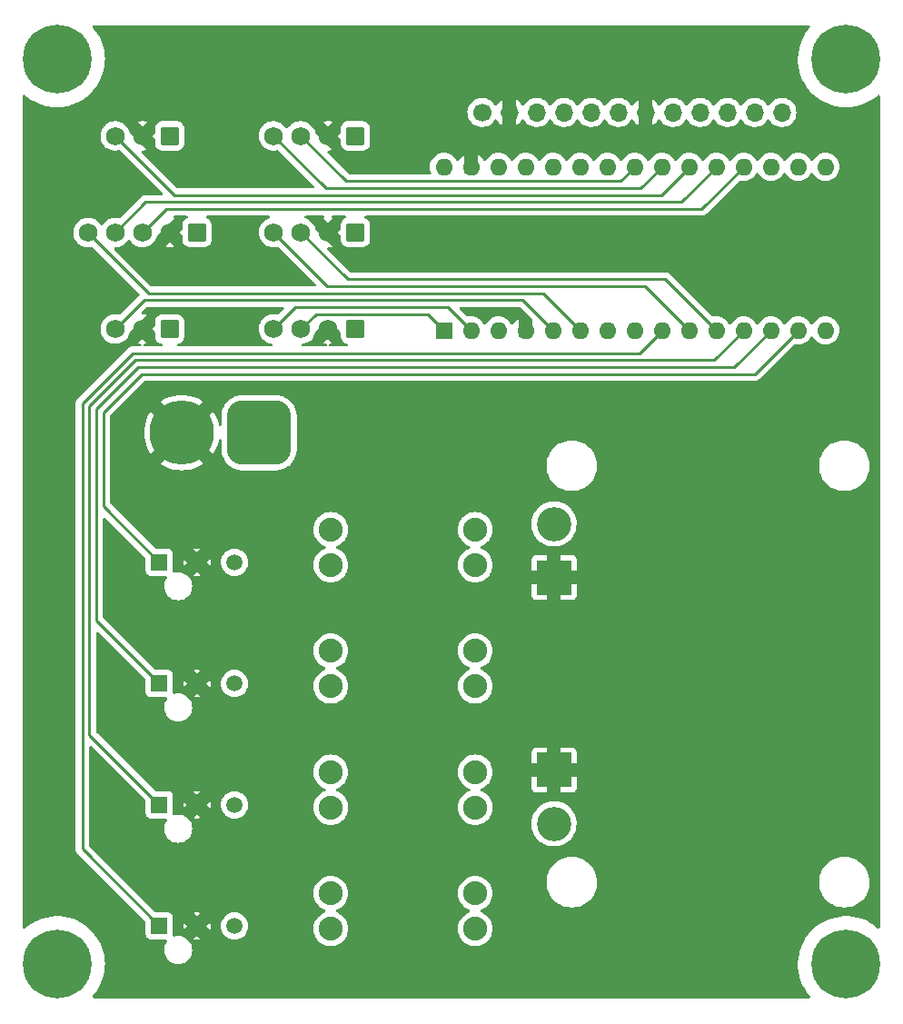
<source format=gbl>
G04 #@! TF.GenerationSoftware,KiCad,Pcbnew,(6.0.8)*
G04 #@! TF.CreationDate,2022-10-01T20:43:50-07:00*
G04 #@! TF.ProjectId,unified_elec_steering,756e6966-6965-4645-9f65-6c65635f7374,rev?*
G04 #@! TF.SameCoordinates,Original*
G04 #@! TF.FileFunction,Copper,L2,Bot*
G04 #@! TF.FilePolarity,Positive*
%FSLAX46Y46*%
G04 Gerber Fmt 4.6, Leading zero omitted, Abs format (unit mm)*
G04 Created by KiCad (PCBNEW (6.0.8)) date 2022-10-01 20:43:50*
%MOMM*%
%LPD*%
G01*
G04 APERTURE LIST*
G04 Aperture macros list*
%AMRoundRect*
0 Rectangle with rounded corners*
0 $1 Rounding radius*
0 $2 $3 $4 $5 $6 $7 $8 $9 X,Y pos of 4 corners*
0 Add a 4 corners polygon primitive as box body*
4,1,4,$2,$3,$4,$5,$6,$7,$8,$9,$2,$3,0*
0 Add four circle primitives for the rounded corners*
1,1,$1+$1,$2,$3*
1,1,$1+$1,$4,$5*
1,1,$1+$1,$6,$7*
1,1,$1+$1,$8,$9*
0 Add four rect primitives between the rounded corners*
20,1,$1+$1,$2,$3,$4,$5,0*
20,1,$1+$1,$4,$5,$6,$7,0*
20,1,$1+$1,$6,$7,$8,$9,0*
20,1,$1+$1,$8,$9,$2,$3,0*%
G04 Aperture macros list end*
G04 #@! TA.AperFunction,ComponentPad*
%ADD10C,3.196000*%
G04 #@! TD*
G04 #@! TA.AperFunction,ComponentPad*
%ADD11R,3.196000X3.196000*%
G04 #@! TD*
G04 #@! TA.AperFunction,ComponentPad*
%ADD12C,2.235200*%
G04 #@! TD*
G04 #@! TA.AperFunction,ComponentPad*
%ADD13C,6.400000*%
G04 #@! TD*
G04 #@! TA.AperFunction,ComponentPad*
%ADD14RoundRect,1.500000X1.500000X1.500000X-1.500000X1.500000X-1.500000X-1.500000X1.500000X-1.500000X0*%
G04 #@! TD*
G04 #@! TA.AperFunction,ComponentPad*
%ADD15C,6.000000*%
G04 #@! TD*
G04 #@! TA.AperFunction,ComponentPad*
%ADD16C,1.700000*%
G04 #@! TD*
G04 #@! TA.AperFunction,ComponentPad*
%ADD17O,1.700000X1.700000*%
G04 #@! TD*
G04 #@! TA.AperFunction,ComponentPad*
%ADD18R,1.520000X1.520000*%
G04 #@! TD*
G04 #@! TA.AperFunction,ComponentPad*
%ADD19C,1.520000*%
G04 #@! TD*
G04 #@! TA.AperFunction,ComponentPad*
%ADD20RoundRect,0.250000X0.620000X0.620000X-0.620000X0.620000X-0.620000X-0.620000X0.620000X-0.620000X0*%
G04 #@! TD*
G04 #@! TA.AperFunction,ComponentPad*
%ADD21C,1.740000*%
G04 #@! TD*
G04 #@! TA.AperFunction,ComponentPad*
%ADD22R,1.600000X1.600000*%
G04 #@! TD*
G04 #@! TA.AperFunction,ComponentPad*
%ADD23O,1.600000X1.600000*%
G04 #@! TD*
G04 #@! TA.AperFunction,Conductor*
%ADD24C,0.250000*%
G04 #@! TD*
G04 APERTURE END LIST*
D10*
X90272000Y-134099000D03*
D11*
X90272000Y-139099000D03*
X90272000Y-157039000D03*
D10*
X90272000Y-162039000D03*
D12*
X69469000Y-160528000D03*
X69469000Y-157226000D03*
X82931000Y-160528000D03*
X82931000Y-157226000D03*
X69469000Y-149228000D03*
X69469000Y-145926000D03*
X82931000Y-149228000D03*
X82931000Y-145926000D03*
X69469000Y-137928000D03*
X69469000Y-134626000D03*
X82931000Y-137928000D03*
X82931000Y-134626000D03*
X69469000Y-171828000D03*
X69469000Y-168526000D03*
X82931000Y-171828000D03*
X82931000Y-168526000D03*
D13*
X43942000Y-90805000D03*
X43942000Y-175133000D03*
X117475000Y-175133000D03*
X117475000Y-90805000D03*
D14*
X62782000Y-125600000D03*
D15*
X55582000Y-125600000D03*
D16*
X83561000Y-95758000D03*
D17*
X86101000Y-95758000D03*
X88641000Y-95758000D03*
X91181000Y-95758000D03*
X93721000Y-95758000D03*
X96261000Y-95758000D03*
X98801000Y-95758000D03*
X101341000Y-95758000D03*
X103881000Y-95758000D03*
X106421000Y-95758000D03*
X108961000Y-95758000D03*
X111501000Y-95758000D03*
D18*
X53491000Y-137677000D03*
D19*
X56991000Y-137677000D03*
X60491000Y-137677000D03*
D18*
X53491000Y-160277000D03*
D19*
X56991000Y-160277000D03*
X60491000Y-160277000D03*
D20*
X54457600Y-115945000D03*
D21*
X51917600Y-115945000D03*
X49377600Y-115945000D03*
D20*
X54457600Y-97945000D03*
D21*
X51917600Y-97945000D03*
X49377600Y-97945000D03*
D18*
X53491000Y-171577000D03*
D19*
X56991000Y-171577000D03*
X60491000Y-171577000D03*
D20*
X71755000Y-106945000D03*
D21*
X69215000Y-106945000D03*
X66675000Y-106945000D03*
X64135000Y-106945000D03*
D22*
X80010000Y-116068203D03*
D23*
X82550000Y-116068203D03*
X85090000Y-116068203D03*
X87630000Y-116068203D03*
X90170000Y-116068203D03*
X92710000Y-116068203D03*
X95250000Y-116068203D03*
X97790000Y-116068203D03*
X100330000Y-116068203D03*
X102870000Y-116068203D03*
X105410000Y-116068203D03*
X107950000Y-116068203D03*
X110490000Y-116068203D03*
X113030000Y-116068203D03*
X115570000Y-116068203D03*
X115570000Y-100828203D03*
X113030000Y-100828203D03*
X110490000Y-100828203D03*
X107950000Y-100828203D03*
X105410000Y-100828203D03*
X102870000Y-100828203D03*
X100330000Y-100828203D03*
X97790000Y-100828203D03*
X95250000Y-100828203D03*
X92710000Y-100828203D03*
X90170000Y-100828203D03*
X87630000Y-100828203D03*
X85090000Y-100828203D03*
X82550000Y-100828203D03*
X80010000Y-100828203D03*
D20*
X71755000Y-115945000D03*
D21*
X69215000Y-115945000D03*
X66675000Y-115945000D03*
X64135000Y-115945000D03*
D18*
X53491000Y-148977000D03*
D19*
X56991000Y-148977000D03*
X60491000Y-148977000D03*
D20*
X71755000Y-97945000D03*
D21*
X69215000Y-97945000D03*
X66675000Y-97945000D03*
X64135000Y-97945000D03*
D20*
X56997600Y-106945000D03*
D21*
X54457600Y-106945000D03*
X51917600Y-106945000D03*
X49377600Y-106945000D03*
X46837600Y-106945000D03*
D24*
X104025000Y-104753203D02*
X107950000Y-100828203D01*
X54109397Y-104753203D02*
X104025000Y-104753203D01*
X51917600Y-106945000D02*
X54109397Y-104753203D01*
X52219397Y-104103203D02*
X102135000Y-104103203D01*
X102135000Y-104103203D02*
X105410000Y-100828203D01*
X49377600Y-106945000D02*
X52219397Y-104103203D01*
X100245000Y-103453203D02*
X102870000Y-100828203D01*
X54885803Y-103453203D02*
X100245000Y-103453203D01*
X49377600Y-97945000D02*
X54885803Y-103453203D01*
X68993203Y-102803203D02*
X98355000Y-102803203D01*
X64135000Y-97945000D02*
X68993203Y-102803203D01*
X98355000Y-102803203D02*
X100330000Y-100828203D01*
X96465000Y-102153203D02*
X97790000Y-100828203D01*
X70883203Y-102153203D02*
X96465000Y-102153203D01*
X66675000Y-97945000D02*
X70883203Y-102153203D01*
X100641797Y-111300000D02*
X105410000Y-116068203D01*
X71030000Y-111300000D02*
X100641797Y-111300000D01*
X66675000Y-106945000D02*
X71030000Y-111300000D01*
X98751797Y-111950000D02*
X102870000Y-116068203D01*
X69140000Y-111950000D02*
X98751797Y-111950000D01*
X64135000Y-106945000D02*
X69140000Y-111950000D01*
X52492600Y-112600000D02*
X89241797Y-112600000D01*
X46837600Y-106945000D02*
X52492600Y-112600000D01*
X89241797Y-112600000D02*
X92710000Y-116068203D01*
X87351797Y-113250000D02*
X90170000Y-116068203D01*
X52072600Y-113250000D02*
X87351797Y-113250000D01*
X49377600Y-115945000D02*
X52072600Y-113250000D01*
X66180000Y-113900000D02*
X64135000Y-115945000D01*
X80381797Y-113900000D02*
X66180000Y-113900000D01*
X82550000Y-116068203D02*
X80381797Y-113900000D01*
X78491797Y-114550000D02*
X80010000Y-116068203D01*
X68070000Y-114550000D02*
X78491797Y-114550000D01*
X66675000Y-115945000D02*
X68070000Y-114550000D01*
X46310000Y-164396000D02*
X53491000Y-171577000D01*
X46310000Y-122890284D02*
X46310000Y-164396000D01*
X51008284Y-118192000D02*
X46310000Y-122890284D01*
X98206203Y-118192000D02*
X51008284Y-118192000D01*
X100330000Y-116068203D02*
X98206203Y-118192000D01*
X51277523Y-118842000D02*
X105176203Y-118842000D01*
X105176203Y-118842000D02*
X107950000Y-116068203D01*
X46960000Y-123159524D02*
X51277523Y-118842000D01*
X53491000Y-160277000D02*
X46960000Y-153746000D01*
X46960000Y-153746000D02*
X46960000Y-123159524D01*
X47610000Y-143096000D02*
X53491000Y-148977000D01*
X47610000Y-123428762D02*
X47610000Y-143096000D01*
X51546761Y-119492000D02*
X47610000Y-123428762D01*
X107066203Y-119492000D02*
X51546761Y-119492000D01*
X110490000Y-116068203D02*
X107066203Y-119492000D01*
X108956203Y-120142000D02*
X113030000Y-116068203D01*
X51816000Y-120142000D02*
X108956203Y-120142000D01*
X53491000Y-137677000D02*
X48260000Y-132446000D01*
X48260000Y-132446000D02*
X48260000Y-123698000D01*
X48260000Y-123698000D02*
X51816000Y-120142000D01*
G04 #@! TA.AperFunction,Conductor*
G36*
X114102322Y-87650502D02*
G01*
X114148815Y-87704158D01*
X114158919Y-87774432D01*
X114127395Y-87841299D01*
X114026515Y-87952165D01*
X114024733Y-87954538D01*
X114024730Y-87954542D01*
X113942308Y-88064318D01*
X113773344Y-88289357D01*
X113553029Y-88648878D01*
X113367526Y-89027537D01*
X113366479Y-89030307D01*
X113366478Y-89030310D01*
X113219529Y-89419198D01*
X113219525Y-89419209D01*
X113218481Y-89421973D01*
X113217700Y-89424827D01*
X113217697Y-89424837D01*
X113108004Y-89825807D01*
X113107217Y-89828685D01*
X113034722Y-90244062D01*
X113034490Y-90247010D01*
X113023955Y-90380874D01*
X113001639Y-90664419D01*
X113008263Y-91086023D01*
X113054533Y-91505133D01*
X113140039Y-91918029D01*
X113264023Y-92321045D01*
X113425384Y-92710605D01*
X113622690Y-93083250D01*
X113624315Y-93085724D01*
X113624321Y-93085734D01*
X113834746Y-93406074D01*
X113854189Y-93435673D01*
X114117826Y-93764747D01*
X114411262Y-94067549D01*
X114731892Y-94341393D01*
X115076870Y-94583848D01*
X115262013Y-94689452D01*
X115440558Y-94791292D01*
X115440563Y-94791295D01*
X115443134Y-94792761D01*
X115827433Y-94966279D01*
X116226356Y-95102861D01*
X116229230Y-95103551D01*
X116229237Y-95103553D01*
X116516428Y-95172501D01*
X116636362Y-95201294D01*
X116639294Y-95201711D01*
X116639303Y-95201713D01*
X117050874Y-95260288D01*
X117050877Y-95260288D01*
X117053812Y-95260706D01*
X117056777Y-95260846D01*
X117056779Y-95260846D01*
X117472031Y-95280429D01*
X117475000Y-95280569D01*
X117477969Y-95280429D01*
X117893221Y-95260846D01*
X117893223Y-95260846D01*
X117896188Y-95260706D01*
X117899123Y-95260288D01*
X117899126Y-95260288D01*
X118310697Y-95201713D01*
X118310706Y-95201711D01*
X118313638Y-95201294D01*
X118433572Y-95172501D01*
X118720763Y-95103553D01*
X118720770Y-95103551D01*
X118723644Y-95102861D01*
X119122567Y-94966279D01*
X119506866Y-94792761D01*
X119509437Y-94791295D01*
X119509442Y-94791292D01*
X119687987Y-94689452D01*
X119873130Y-94583848D01*
X120218108Y-94341393D01*
X120408361Y-94178902D01*
X120441670Y-94150453D01*
X120506459Y-94121422D01*
X120576659Y-94132027D01*
X120629982Y-94178902D01*
X120649500Y-94246264D01*
X120649500Y-171686377D01*
X120629498Y-171754498D01*
X120575842Y-171800991D01*
X120505568Y-171811095D01*
X120439962Y-171778895D01*
X120439112Y-171779860D01*
X120436873Y-171777886D01*
X120434747Y-171775826D01*
X120105673Y-171512189D01*
X120076074Y-171492746D01*
X119755734Y-171282321D01*
X119755724Y-171282315D01*
X119753250Y-171280690D01*
X119380605Y-171083384D01*
X118991045Y-170922023D01*
X118988222Y-170921155D01*
X118988215Y-170921152D01*
X118590867Y-170798912D01*
X118590865Y-170798912D01*
X118588029Y-170798039D01*
X118585126Y-170797438D01*
X118585119Y-170797436D01*
X118178046Y-170713136D01*
X118178041Y-170713135D01*
X118175133Y-170712533D01*
X118172184Y-170712207D01*
X118172175Y-170712206D01*
X117758987Y-170666590D01*
X117758982Y-170666590D01*
X117756023Y-170666263D01*
X117753039Y-170666216D01*
X117753037Y-170666216D01*
X117662029Y-170664786D01*
X117334419Y-170659639D01*
X117331475Y-170659871D01*
X117331465Y-170659871D01*
X116928563Y-170691581D01*
X116914062Y-170692722D01*
X116498685Y-170765217D01*
X116495814Y-170766003D01*
X116495807Y-170766004D01*
X116094837Y-170875697D01*
X116094827Y-170875700D01*
X116091973Y-170876481D01*
X116089209Y-170877525D01*
X116089198Y-170877529D01*
X115700310Y-171024478D01*
X115697537Y-171025526D01*
X115318878Y-171211029D01*
X115316343Y-171212582D01*
X115316342Y-171212583D01*
X115205202Y-171280690D01*
X114959357Y-171431344D01*
X114956972Y-171433134D01*
X114956973Y-171433134D01*
X114766867Y-171575870D01*
X114622165Y-171684515D01*
X114310295Y-171968295D01*
X114026515Y-172280165D01*
X114024733Y-172282538D01*
X114024730Y-172282542D01*
X113933311Y-172404301D01*
X113773344Y-172617357D01*
X113553029Y-172976878D01*
X113551717Y-172979557D01*
X113551716Y-172979558D01*
X113465651Y-173155238D01*
X113367526Y-173355537D01*
X113366479Y-173358307D01*
X113366478Y-173358310D01*
X113219529Y-173747198D01*
X113219525Y-173747209D01*
X113218481Y-173749973D01*
X113217700Y-173752827D01*
X113217697Y-173752837D01*
X113139028Y-174040402D01*
X113107217Y-174156685D01*
X113034722Y-174572062D01*
X113034490Y-174575010D01*
X113005409Y-174944523D01*
X113001639Y-174992419D01*
X113008263Y-175414023D01*
X113054533Y-175833133D01*
X113140039Y-176246029D01*
X113264023Y-176649045D01*
X113425384Y-177038605D01*
X113622690Y-177411250D01*
X113624315Y-177413724D01*
X113624321Y-177413734D01*
X113732700Y-177578724D01*
X113854189Y-177763673D01*
X114117826Y-178092747D01*
X114119888Y-178094875D01*
X114121860Y-178097112D01*
X114120995Y-178097875D01*
X114151903Y-178156652D01*
X114145727Y-178227379D01*
X114102294Y-178283541D01*
X114028377Y-178307500D01*
X47388623Y-178307500D01*
X47320502Y-178287498D01*
X47274009Y-178233842D01*
X47263905Y-178163568D01*
X47296105Y-178097962D01*
X47295140Y-178097112D01*
X47297112Y-178094875D01*
X47299174Y-178092747D01*
X47562811Y-177763673D01*
X47684300Y-177578724D01*
X47792679Y-177413734D01*
X47792685Y-177413724D01*
X47794310Y-177411250D01*
X47991616Y-177038605D01*
X48152977Y-176649045D01*
X48276961Y-176246029D01*
X48362467Y-175833133D01*
X48408737Y-175414023D01*
X48417569Y-175133000D01*
X48397706Y-174711812D01*
X48397288Y-174708874D01*
X48338713Y-174297303D01*
X48338711Y-174297294D01*
X48338294Y-174294362D01*
X48276048Y-174035087D01*
X48240553Y-173887237D01*
X48240551Y-173887230D01*
X48239861Y-173884356D01*
X48103279Y-173485433D01*
X47929761Y-173101134D01*
X47866048Y-172989432D01*
X47775953Y-172831479D01*
X47720848Y-172734870D01*
X47478393Y-172389892D01*
X47474330Y-172385134D01*
X47206474Y-172071516D01*
X47204549Y-172069262D01*
X46927715Y-171800991D01*
X46903873Y-171777886D01*
X46903870Y-171777884D01*
X46901747Y-171775826D01*
X46572673Y-171512189D01*
X46543074Y-171492746D01*
X46222734Y-171282321D01*
X46222724Y-171282315D01*
X46220250Y-171280690D01*
X45847605Y-171083384D01*
X45458045Y-170922023D01*
X45455222Y-170921155D01*
X45455215Y-170921152D01*
X45057867Y-170798912D01*
X45057865Y-170798912D01*
X45055029Y-170798039D01*
X45052126Y-170797438D01*
X45052119Y-170797436D01*
X44645046Y-170713136D01*
X44645041Y-170713135D01*
X44642133Y-170712533D01*
X44639184Y-170712207D01*
X44639175Y-170712206D01*
X44225987Y-170666590D01*
X44225982Y-170666590D01*
X44223023Y-170666263D01*
X44220039Y-170666216D01*
X44220037Y-170666216D01*
X44129029Y-170664786D01*
X43801419Y-170659639D01*
X43798475Y-170659871D01*
X43798465Y-170659871D01*
X43395563Y-170691581D01*
X43381062Y-170692722D01*
X42965685Y-170765217D01*
X42962814Y-170766003D01*
X42962807Y-170766004D01*
X42561837Y-170875697D01*
X42561827Y-170875700D01*
X42558973Y-170876481D01*
X42556209Y-170877525D01*
X42556198Y-170877529D01*
X42167310Y-171024478D01*
X42164537Y-171025526D01*
X41785878Y-171211029D01*
X41783343Y-171212582D01*
X41783342Y-171212583D01*
X41672202Y-171280690D01*
X41426357Y-171431344D01*
X41423972Y-171433134D01*
X41423973Y-171433134D01*
X41233867Y-171575870D01*
X41089165Y-171684515D01*
X41086969Y-171686513D01*
X41086968Y-171686514D01*
X40978299Y-171785395D01*
X40914453Y-171816447D01*
X40843955Y-171808051D01*
X40789187Y-171762874D01*
X40767500Y-171692201D01*
X40767500Y-106911205D01*
X45454789Y-106911205D01*
X45455086Y-106916358D01*
X45455086Y-106916361D01*
X45457290Y-106954578D01*
X45467837Y-107137508D01*
X45468974Y-107142554D01*
X45468975Y-107142560D01*
X45484553Y-107211682D01*
X45517672Y-107358640D01*
X45519614Y-107363422D01*
X45519615Y-107363426D01*
X45556474Y-107454199D01*
X45602954Y-107568665D01*
X45605653Y-107573069D01*
X45718691Y-107757530D01*
X45721393Y-107761940D01*
X45724774Y-107765843D01*
X45866424Y-107929369D01*
X45866428Y-107929373D01*
X45869809Y-107933276D01*
X46044215Y-108078071D01*
X46048682Y-108080681D01*
X46235467Y-108189829D01*
X46235470Y-108189831D01*
X46239929Y-108192436D01*
X46451693Y-108273301D01*
X46456761Y-108274332D01*
X46456764Y-108274333D01*
X46563364Y-108296021D01*
X46673821Y-108318494D01*
X46678994Y-108318684D01*
X46678997Y-108318684D01*
X46895183Y-108326611D01*
X46895187Y-108326611D01*
X46900347Y-108326800D01*
X46905467Y-108326144D01*
X46905469Y-108326144D01*
X46977113Y-108316966D01*
X47125188Y-108297997D01*
X47130142Y-108296511D01*
X47130150Y-108296509D01*
X47183489Y-108280506D01*
X47254484Y-108280088D01*
X47308792Y-108312096D01*
X51620400Y-112623704D01*
X51654426Y-112686016D01*
X51649361Y-112756831D01*
X51628388Y-112793116D01*
X51607300Y-112818606D01*
X51599312Y-112827384D01*
X49851505Y-114575191D01*
X49789193Y-114609217D01*
X49731744Y-114607952D01*
X49730939Y-114607667D01*
X49725853Y-114606761D01*
X49725849Y-114606760D01*
X49641931Y-114591812D01*
X49507773Y-114567915D01*
X49418827Y-114566828D01*
X49286281Y-114565208D01*
X49286279Y-114565208D01*
X49281111Y-114565145D01*
X49057041Y-114599433D01*
X48841579Y-114669857D01*
X48836991Y-114672245D01*
X48836987Y-114672247D01*
X48675659Y-114756229D01*
X48640513Y-114774525D01*
X48636380Y-114777628D01*
X48636377Y-114777630D01*
X48463376Y-114907523D01*
X48459241Y-114910628D01*
X48302633Y-115074509D01*
X48174894Y-115261768D01*
X48139668Y-115337655D01*
X48087213Y-115450660D01*
X48079454Y-115467375D01*
X48018877Y-115685810D01*
X47994789Y-115911205D01*
X47995086Y-115916358D01*
X47995086Y-115916361D01*
X47997290Y-115954578D01*
X48007837Y-116137508D01*
X48008974Y-116142554D01*
X48008975Y-116142560D01*
X48024553Y-116211682D01*
X48057672Y-116358640D01*
X48059614Y-116363422D01*
X48059615Y-116363426D01*
X48096474Y-116454199D01*
X48142954Y-116568665D01*
X48182048Y-116632461D01*
X48258691Y-116757530D01*
X48261393Y-116761940D01*
X48264774Y-116765843D01*
X48406424Y-116929369D01*
X48406428Y-116929373D01*
X48409809Y-116933276D01*
X48584215Y-117078071D01*
X48588682Y-117080681D01*
X48775467Y-117189829D01*
X48775470Y-117189831D01*
X48779929Y-117192436D01*
X48784754Y-117194278D01*
X48784755Y-117194279D01*
X48814732Y-117205726D01*
X48991693Y-117273301D01*
X48996761Y-117274332D01*
X48996764Y-117274333D01*
X49103364Y-117296021D01*
X49213821Y-117318494D01*
X49218994Y-117318684D01*
X49218997Y-117318684D01*
X49435183Y-117326611D01*
X49435187Y-117326611D01*
X49440347Y-117326800D01*
X49445467Y-117326144D01*
X49445469Y-117326144D01*
X49527105Y-117315686D01*
X49665188Y-117297997D01*
X49670137Y-117296512D01*
X49670143Y-117296511D01*
X49877356Y-117234344D01*
X49877355Y-117234344D01*
X49882306Y-117232859D01*
X50085870Y-117133134D01*
X50090075Y-117130134D01*
X50090081Y-117130131D01*
X50266209Y-117004500D01*
X50266211Y-117004498D01*
X50270413Y-117001501D01*
X50430978Y-116841495D01*
X50544724Y-116683201D01*
X50560236Y-116661613D01*
X50563254Y-116657413D01*
X50575345Y-116632950D01*
X50648749Y-116484428D01*
X50663689Y-116454199D01*
X50721431Y-116264148D01*
X50752893Y-116211682D01*
X51019574Y-115945000D01*
X51917600Y-115046974D01*
X52321224Y-114643351D01*
X52327983Y-114630972D01*
X52325431Y-114627563D01*
X52325045Y-114627357D01*
X52275686Y-114609877D01*
X52265715Y-114607243D01*
X52052816Y-114569321D01*
X52042562Y-114568351D01*
X51953878Y-114567267D01*
X51886007Y-114546434D01*
X51840173Y-114492214D01*
X51830929Y-114421821D01*
X51861209Y-114357606D01*
X51866323Y-114352181D01*
X52298099Y-113920405D01*
X52360411Y-113886379D01*
X52387194Y-113883500D01*
X64996406Y-113883500D01*
X65064527Y-113903502D01*
X65111020Y-113957158D01*
X65121124Y-114027432D01*
X65091630Y-114092012D01*
X65085501Y-114098595D01*
X64608905Y-114575191D01*
X64546593Y-114609217D01*
X64489144Y-114607952D01*
X64488339Y-114607667D01*
X64483253Y-114606761D01*
X64483249Y-114606760D01*
X64399331Y-114591812D01*
X64265173Y-114567915D01*
X64176227Y-114566828D01*
X64043681Y-114565208D01*
X64043679Y-114565208D01*
X64038511Y-114565145D01*
X63814441Y-114599433D01*
X63598979Y-114669857D01*
X63594391Y-114672245D01*
X63594387Y-114672247D01*
X63433059Y-114756229D01*
X63397913Y-114774525D01*
X63393780Y-114777628D01*
X63393777Y-114777630D01*
X63220776Y-114907523D01*
X63216641Y-114910628D01*
X63060033Y-115074509D01*
X62932294Y-115261768D01*
X62897068Y-115337655D01*
X62844613Y-115450660D01*
X62836854Y-115467375D01*
X62776277Y-115685810D01*
X62752189Y-115911205D01*
X62752486Y-115916358D01*
X62752486Y-115916361D01*
X62754690Y-115954578D01*
X62765237Y-116137508D01*
X62766374Y-116142554D01*
X62766375Y-116142560D01*
X62781953Y-116211682D01*
X62815072Y-116358640D01*
X62817014Y-116363422D01*
X62817015Y-116363426D01*
X62853874Y-116454199D01*
X62900354Y-116568665D01*
X62939448Y-116632461D01*
X63016091Y-116757530D01*
X63018793Y-116761940D01*
X63022174Y-116765843D01*
X63163824Y-116929369D01*
X63163828Y-116929373D01*
X63167209Y-116933276D01*
X63341615Y-117078071D01*
X63346082Y-117080681D01*
X63532867Y-117189829D01*
X63532870Y-117189831D01*
X63537329Y-117192436D01*
X63542154Y-117194278D01*
X63542155Y-117194279D01*
X63572132Y-117205726D01*
X63749093Y-117273301D01*
X63754161Y-117274332D01*
X63754164Y-117274333D01*
X63860764Y-117296021D01*
X63899535Y-117303909D01*
X63924705Y-117309030D01*
X63987470Y-117342211D01*
X64022332Y-117404059D01*
X64018223Y-117474937D01*
X63976446Y-117532341D01*
X63910267Y-117558046D01*
X63899584Y-117558500D01*
X55271558Y-117558500D01*
X55203437Y-117538498D01*
X55156944Y-117484842D01*
X55146840Y-117414568D01*
X55176334Y-117349988D01*
X55233918Y-117312981D01*
X55233766Y-117312526D01*
X55235553Y-117311930D01*
X55235554Y-117311930D01*
X55401546Y-117256550D01*
X55551948Y-117163478D01*
X55676905Y-117038303D01*
X55699590Y-117001501D01*
X55765875Y-116893968D01*
X55765876Y-116893966D01*
X55769715Y-116887738D01*
X55825397Y-116719861D01*
X55828271Y-116691817D01*
X55830509Y-116669969D01*
X55836100Y-116615400D01*
X55836100Y-115274600D01*
X55832653Y-115241379D01*
X55825838Y-115175692D01*
X55825837Y-115175688D01*
X55825126Y-115168834D01*
X55769150Y-115001054D01*
X55676078Y-114850652D01*
X55550903Y-114725695D01*
X55464195Y-114672247D01*
X55406568Y-114636725D01*
X55406566Y-114636724D01*
X55400338Y-114632885D01*
X55297125Y-114598651D01*
X55238989Y-114579368D01*
X55238987Y-114579368D01*
X55232461Y-114577203D01*
X55225625Y-114576503D01*
X55225622Y-114576502D01*
X55182569Y-114572091D01*
X55128000Y-114566500D01*
X53787200Y-114566500D01*
X53783954Y-114566837D01*
X53783950Y-114566837D01*
X53688292Y-114576762D01*
X53688288Y-114576763D01*
X53681434Y-114577474D01*
X53674898Y-114579655D01*
X53674896Y-114579655D01*
X53542794Y-114623728D01*
X53513654Y-114633450D01*
X53363252Y-114726522D01*
X53238295Y-114851697D01*
X53145485Y-115002262D01*
X53089803Y-115170139D01*
X53079100Y-115274600D01*
X53079100Y-115629334D01*
X53059098Y-115697455D01*
X53042196Y-115718429D01*
X52828434Y-115932192D01*
X52820823Y-115946130D01*
X52820955Y-115947966D01*
X52825204Y-115954578D01*
X53042196Y-116171571D01*
X53076221Y-116233883D01*
X53079100Y-116260665D01*
X53079100Y-116615400D01*
X53079437Y-116618646D01*
X53079437Y-116618650D01*
X53087029Y-116691817D01*
X53090074Y-116721166D01*
X53092255Y-116727702D01*
X53092255Y-116727704D01*
X53092841Y-116729460D01*
X53146050Y-116888946D01*
X53239122Y-117039348D01*
X53364297Y-117164305D01*
X53370527Y-117168145D01*
X53370528Y-117168146D01*
X53507690Y-117252694D01*
X53514862Y-117257115D01*
X53651655Y-117302487D01*
X53682739Y-117312797D01*
X53681781Y-117315686D01*
X53732415Y-117343140D01*
X53766625Y-117405351D01*
X53761771Y-117476181D01*
X53719394Y-117533143D01*
X53652947Y-117558152D01*
X53643585Y-117558500D01*
X52142924Y-117558500D01*
X52074803Y-117538498D01*
X52028310Y-117484842D01*
X52018206Y-117414568D01*
X52047700Y-117349988D01*
X52107426Y-117311604D01*
X52126914Y-117307521D01*
X52199953Y-117298164D01*
X52210039Y-117296021D01*
X52316192Y-117264174D01*
X52328010Y-117256480D01*
X52327619Y-117253871D01*
X52325702Y-117251127D01*
X51930408Y-116855834D01*
X51916470Y-116848223D01*
X51914634Y-116848355D01*
X51908022Y-116852604D01*
X51512783Y-117247842D01*
X51506024Y-117260221D01*
X51508900Y-117264062D01*
X51526995Y-117270973D01*
X51536904Y-117273852D01*
X51709806Y-117309029D01*
X51772572Y-117342211D01*
X51807434Y-117404059D01*
X51803325Y-117474936D01*
X51761548Y-117532341D01*
X51695369Y-117558046D01*
X51684686Y-117558500D01*
X51087051Y-117558500D01*
X51075868Y-117557973D01*
X51068375Y-117556298D01*
X51060449Y-117556547D01*
X51060448Y-117556547D01*
X51000285Y-117558438D01*
X50996327Y-117558500D01*
X50968428Y-117558500D01*
X50964438Y-117559004D01*
X50952604Y-117559936D01*
X50908395Y-117561326D01*
X50900781Y-117563538D01*
X50900776Y-117563539D01*
X50888943Y-117566977D01*
X50869580Y-117570988D01*
X50849487Y-117573526D01*
X50842120Y-117576443D01*
X50842115Y-117576444D01*
X50808376Y-117589802D01*
X50797149Y-117593646D01*
X50754691Y-117605982D01*
X50747865Y-117610019D01*
X50737256Y-117616293D01*
X50719508Y-117624988D01*
X50700667Y-117632448D01*
X50694251Y-117637110D01*
X50694250Y-117637110D01*
X50664897Y-117658436D01*
X50654977Y-117664952D01*
X50623749Y-117683420D01*
X50623746Y-117683422D01*
X50616922Y-117687458D01*
X50602601Y-117701779D01*
X50587568Y-117714619D01*
X50571177Y-117726528D01*
X50566126Y-117732634D01*
X50542986Y-117760605D01*
X50534996Y-117769384D01*
X45917747Y-122386632D01*
X45909461Y-122394172D01*
X45902982Y-122398284D01*
X45897557Y-122404061D01*
X45856357Y-122447935D01*
X45853602Y-122450777D01*
X45833865Y-122470514D01*
X45831385Y-122473711D01*
X45823682Y-122482731D01*
X45793414Y-122514963D01*
X45789595Y-122521909D01*
X45789593Y-122521912D01*
X45783652Y-122532718D01*
X45772801Y-122549237D01*
X45760386Y-122565243D01*
X45757241Y-122572512D01*
X45757238Y-122572516D01*
X45742826Y-122605821D01*
X45737609Y-122616471D01*
X45716305Y-122655224D01*
X45714334Y-122662899D01*
X45714334Y-122662900D01*
X45711267Y-122674846D01*
X45704863Y-122693550D01*
X45696819Y-122712139D01*
X45695580Y-122719962D01*
X45695577Y-122719972D01*
X45689901Y-122755808D01*
X45687495Y-122767428D01*
X45676500Y-122810254D01*
X45676500Y-122830508D01*
X45674949Y-122850218D01*
X45671780Y-122870227D01*
X45672526Y-122878119D01*
X45675941Y-122914245D01*
X45676500Y-122926103D01*
X45676500Y-164317233D01*
X45675973Y-164328416D01*
X45674298Y-164335909D01*
X45674547Y-164343835D01*
X45674547Y-164343836D01*
X45676438Y-164403986D01*
X45676500Y-164407945D01*
X45676500Y-164435856D01*
X45676997Y-164439790D01*
X45676997Y-164439791D01*
X45677005Y-164439856D01*
X45677938Y-164451693D01*
X45679327Y-164495889D01*
X45684978Y-164515339D01*
X45688987Y-164534700D01*
X45691526Y-164554797D01*
X45694445Y-164562168D01*
X45694445Y-164562170D01*
X45707804Y-164595912D01*
X45711649Y-164607142D01*
X45723982Y-164649593D01*
X45728015Y-164656412D01*
X45728017Y-164656417D01*
X45734293Y-164667028D01*
X45742988Y-164684776D01*
X45750448Y-164703617D01*
X45755110Y-164710033D01*
X45755110Y-164710034D01*
X45776436Y-164739387D01*
X45782952Y-164749307D01*
X45805458Y-164787362D01*
X45819779Y-164801683D01*
X45832619Y-164816716D01*
X45844528Y-164833107D01*
X45850634Y-164838158D01*
X45878605Y-164861298D01*
X45887384Y-164869288D01*
X52185595Y-171167499D01*
X52219621Y-171229811D01*
X52222500Y-171256594D01*
X52222500Y-172385134D01*
X52229255Y-172447316D01*
X52280385Y-172583705D01*
X52367739Y-172700261D01*
X52484295Y-172787615D01*
X52620684Y-172838745D01*
X52682866Y-172845500D01*
X54074822Y-172845500D01*
X54142943Y-172865502D01*
X54189436Y-172919158D01*
X54199540Y-172989432D01*
X54178035Y-173043771D01*
X54106634Y-173145742D01*
X54106633Y-173145744D01*
X54103477Y-173150251D01*
X54101154Y-173155233D01*
X54101151Y-173155238D01*
X54009039Y-173352775D01*
X54006716Y-173357757D01*
X54005294Y-173363065D01*
X54005293Y-173363067D01*
X53973227Y-173482738D01*
X53947457Y-173578913D01*
X53927502Y-173807000D01*
X53947457Y-174035087D01*
X54006716Y-174256243D01*
X54009039Y-174261224D01*
X54009039Y-174261225D01*
X54101151Y-174458762D01*
X54101154Y-174458767D01*
X54103477Y-174463749D01*
X54234802Y-174651300D01*
X54396700Y-174813198D01*
X54401208Y-174816355D01*
X54401211Y-174816357D01*
X54479389Y-174871098D01*
X54584251Y-174944523D01*
X54589233Y-174946846D01*
X54589238Y-174946849D01*
X54693338Y-174995391D01*
X54791757Y-175041284D01*
X54797065Y-175042706D01*
X54797067Y-175042707D01*
X55007598Y-175099119D01*
X55007600Y-175099119D01*
X55012913Y-175100543D01*
X55112480Y-175109254D01*
X55181149Y-175115262D01*
X55181156Y-175115262D01*
X55183873Y-175115500D01*
X55298127Y-175115500D01*
X55300844Y-175115262D01*
X55300851Y-175115262D01*
X55369520Y-175109254D01*
X55469087Y-175100543D01*
X55474400Y-175099119D01*
X55474402Y-175099119D01*
X55684933Y-175042707D01*
X55684935Y-175042706D01*
X55690243Y-175041284D01*
X55788662Y-174995391D01*
X55892762Y-174946849D01*
X55892767Y-174946846D01*
X55897749Y-174944523D01*
X56002611Y-174871098D01*
X56080789Y-174816357D01*
X56080792Y-174816355D01*
X56085300Y-174813198D01*
X56247198Y-174651300D01*
X56378523Y-174463749D01*
X56380846Y-174458767D01*
X56380849Y-174458762D01*
X56472961Y-174261225D01*
X56472961Y-174261224D01*
X56475284Y-174256243D01*
X56534543Y-174035087D01*
X56554498Y-173807000D01*
X56534543Y-173578913D01*
X56508773Y-173482738D01*
X56476707Y-173363067D01*
X56476706Y-173363065D01*
X56475284Y-173357757D01*
X56472961Y-173352775D01*
X56380849Y-173155238D01*
X56380846Y-173155233D01*
X56378523Y-173150251D01*
X56262529Y-172984595D01*
X56250357Y-172967211D01*
X56250355Y-172967208D01*
X56247198Y-172962700D01*
X56086159Y-172801661D01*
X56669984Y-172801661D01*
X56670973Y-172802982D01*
X56675553Y-172805207D01*
X56764663Y-172829084D01*
X56775450Y-172830986D01*
X56985525Y-172849365D01*
X56996475Y-172849365D01*
X57206550Y-172830986D01*
X57217337Y-172829084D01*
X57300572Y-172806781D01*
X57312611Y-172799443D01*
X57312415Y-172797803D01*
X57309561Y-172793586D01*
X57003808Y-172487834D01*
X56989870Y-172480223D01*
X56988034Y-172480355D01*
X56981422Y-172484604D01*
X56676743Y-172789282D01*
X56669984Y-172801661D01*
X56086159Y-172801661D01*
X56085300Y-172800802D01*
X56080792Y-172797645D01*
X56080789Y-172797643D01*
X56002611Y-172742902D01*
X55897749Y-172669477D01*
X55892767Y-172667154D01*
X55892762Y-172667151D01*
X55695225Y-172575039D01*
X55695224Y-172575039D01*
X55690243Y-172572716D01*
X55684935Y-172571294D01*
X55684933Y-172571293D01*
X55474402Y-172514881D01*
X55474400Y-172514881D01*
X55469087Y-172513457D01*
X55369520Y-172504746D01*
X55300851Y-172498738D01*
X55300844Y-172498738D01*
X55298127Y-172498500D01*
X55183873Y-172498500D01*
X55181156Y-172498738D01*
X55181149Y-172498738D01*
X55112480Y-172504746D01*
X55012913Y-172513457D01*
X55007602Y-172514880D01*
X55007591Y-172514882D01*
X54915293Y-172539614D01*
X54844316Y-172537925D01*
X54785520Y-172498131D01*
X54757572Y-172432867D01*
X54757418Y-172404301D01*
X54759131Y-172388533D01*
X54759131Y-172388529D01*
X54759500Y-172385134D01*
X54759500Y-171582475D01*
X55718635Y-171582475D01*
X55737014Y-171792550D01*
X55738916Y-171803337D01*
X55761219Y-171886572D01*
X55768557Y-171898611D01*
X55770197Y-171898415D01*
X55774414Y-171895561D01*
X56080166Y-171589808D01*
X56086543Y-171578130D01*
X57894223Y-171578130D01*
X57894355Y-171579966D01*
X57898604Y-171586578D01*
X58203282Y-171891257D01*
X58215661Y-171898016D01*
X58216982Y-171897027D01*
X58219207Y-171892447D01*
X58243084Y-171803337D01*
X58244986Y-171792550D01*
X58263365Y-171582475D01*
X58263365Y-171577000D01*
X59217655Y-171577000D01*
X59237000Y-171798114D01*
X59238424Y-171803427D01*
X59238424Y-171803429D01*
X59286791Y-171983936D01*
X59294447Y-172012510D01*
X59296769Y-172017490D01*
X59296770Y-172017492D01*
X59385925Y-172208685D01*
X59385928Y-172208690D01*
X59388251Y-172213672D01*
X59391407Y-172218179D01*
X59391408Y-172218181D01*
X59510690Y-172388533D01*
X59515561Y-172395490D01*
X59672510Y-172552439D01*
X59677018Y-172555596D01*
X59677021Y-172555598D01*
X59717162Y-172583705D01*
X59854327Y-172679749D01*
X59859309Y-172682072D01*
X59859314Y-172682075D01*
X59967342Y-172732449D01*
X60055490Y-172773553D01*
X60060798Y-172774975D01*
X60060800Y-172774976D01*
X60264571Y-172829576D01*
X60264573Y-172829576D01*
X60269886Y-172831000D01*
X60491000Y-172850345D01*
X60712114Y-172831000D01*
X60717427Y-172829576D01*
X60717429Y-172829576D01*
X60921200Y-172774976D01*
X60921202Y-172774975D01*
X60926510Y-172773553D01*
X61014658Y-172732449D01*
X61122686Y-172682075D01*
X61122691Y-172682072D01*
X61127673Y-172679749D01*
X61264838Y-172583705D01*
X61304979Y-172555598D01*
X61304982Y-172555596D01*
X61309490Y-172552439D01*
X61466439Y-172395490D01*
X61471311Y-172388533D01*
X61590592Y-172218181D01*
X61590593Y-172218179D01*
X61593749Y-172213672D01*
X61596072Y-172208690D01*
X61596075Y-172208685D01*
X61685230Y-172017492D01*
X61685231Y-172017490D01*
X61687553Y-172012510D01*
X61695210Y-171983936D01*
X61736992Y-171828000D01*
X67837872Y-171828000D01*
X67857954Y-172083165D01*
X67917705Y-172332046D01*
X67919598Y-172336617D01*
X67919599Y-172336619D01*
X67992848Y-172513457D01*
X68015654Y-172568517D01*
X68149390Y-172786753D01*
X68152607Y-172790520D01*
X68152608Y-172790521D01*
X68194524Y-172839598D01*
X68315618Y-172981382D01*
X68319380Y-172984595D01*
X68388667Y-173043771D01*
X68510247Y-173147610D01*
X68728483Y-173281346D01*
X68733053Y-173283239D01*
X68733055Y-173283240D01*
X68960381Y-173377401D01*
X68964954Y-173379295D01*
X69051427Y-173400055D01*
X69209022Y-173437891D01*
X69209028Y-173437892D01*
X69213835Y-173439046D01*
X69469000Y-173459128D01*
X69724165Y-173439046D01*
X69728972Y-173437892D01*
X69728978Y-173437891D01*
X69886573Y-173400055D01*
X69973046Y-173379295D01*
X69977619Y-173377401D01*
X70204945Y-173283240D01*
X70204947Y-173283239D01*
X70209517Y-173281346D01*
X70427753Y-173147610D01*
X70549334Y-173043771D01*
X70618620Y-172984595D01*
X70622382Y-172981382D01*
X70743476Y-172839598D01*
X70785392Y-172790521D01*
X70785393Y-172790520D01*
X70788610Y-172786753D01*
X70922346Y-172568517D01*
X70945153Y-172513457D01*
X71018401Y-172336619D01*
X71018402Y-172336617D01*
X71020295Y-172332046D01*
X71080046Y-172083165D01*
X71100128Y-171828000D01*
X81299872Y-171828000D01*
X81319954Y-172083165D01*
X81379705Y-172332046D01*
X81381598Y-172336617D01*
X81381599Y-172336619D01*
X81454848Y-172513457D01*
X81477654Y-172568517D01*
X81611390Y-172786753D01*
X81614607Y-172790520D01*
X81614608Y-172790521D01*
X81656524Y-172839598D01*
X81777618Y-172981382D01*
X81781380Y-172984595D01*
X81850667Y-173043771D01*
X81972247Y-173147610D01*
X82190483Y-173281346D01*
X82195053Y-173283239D01*
X82195055Y-173283240D01*
X82422381Y-173377401D01*
X82426954Y-173379295D01*
X82513427Y-173400055D01*
X82671022Y-173437891D01*
X82671028Y-173437892D01*
X82675835Y-173439046D01*
X82931000Y-173459128D01*
X83186165Y-173439046D01*
X83190972Y-173437892D01*
X83190978Y-173437891D01*
X83348573Y-173400055D01*
X83435046Y-173379295D01*
X83439619Y-173377401D01*
X83666945Y-173283240D01*
X83666947Y-173283239D01*
X83671517Y-173281346D01*
X83889753Y-173147610D01*
X84011334Y-173043771D01*
X84080620Y-172984595D01*
X84084382Y-172981382D01*
X84205476Y-172839598D01*
X84247392Y-172790521D01*
X84247393Y-172790520D01*
X84250610Y-172786753D01*
X84384346Y-172568517D01*
X84407153Y-172513457D01*
X84480401Y-172336619D01*
X84480402Y-172336617D01*
X84482295Y-172332046D01*
X84542046Y-172083165D01*
X84562128Y-171828000D01*
X84542046Y-171572835D01*
X84540747Y-171567422D01*
X84483450Y-171328766D01*
X84482295Y-171323954D01*
X84435520Y-171211029D01*
X84386240Y-171092055D01*
X84386239Y-171092053D01*
X84384346Y-171087483D01*
X84250610Y-170869247D01*
X84161761Y-170765217D01*
X84087595Y-170678380D01*
X84084382Y-170674618D01*
X83889753Y-170508390D01*
X83671517Y-170374654D01*
X83666947Y-170372761D01*
X83666945Y-170372760D01*
X83475373Y-170293409D01*
X83420092Y-170248861D01*
X83397671Y-170181498D01*
X83415229Y-170112706D01*
X83467191Y-170064328D01*
X83475373Y-170060591D01*
X83666945Y-169981240D01*
X83666947Y-169981239D01*
X83671517Y-169979346D01*
X83889753Y-169845610D01*
X84084382Y-169679382D01*
X84250610Y-169484753D01*
X84384346Y-169266517D01*
X84482295Y-169030046D01*
X84542046Y-168781165D01*
X84562128Y-168526000D01*
X84542046Y-168270835D01*
X84482295Y-168021954D01*
X84384346Y-167785483D01*
X84250610Y-167567247D01*
X84175240Y-167479000D01*
X89566435Y-167479000D01*
X89586673Y-167787768D01*
X89587477Y-167791808D01*
X89587477Y-167791811D01*
X89634213Y-168026766D01*
X89647040Y-168091253D01*
X89648365Y-168095157D01*
X89648366Y-168095160D01*
X89709674Y-168275769D01*
X89746503Y-168384263D01*
X89748326Y-168387959D01*
X89748329Y-168387967D01*
X89858793Y-168611964D01*
X89883361Y-168661782D01*
X89885655Y-168665215D01*
X89885656Y-168665216D01*
X90055271Y-168919065D01*
X90057985Y-168922159D01*
X90057989Y-168922165D01*
X90148379Y-169025234D01*
X90259293Y-169151707D01*
X90262382Y-169154416D01*
X90488835Y-169353011D01*
X90488841Y-169353015D01*
X90491935Y-169355729D01*
X90749218Y-169527639D01*
X90752921Y-169529465D01*
X91023033Y-169662671D01*
X91023041Y-169662674D01*
X91026737Y-169664497D01*
X91030651Y-169665826D01*
X91030652Y-169665826D01*
X91315840Y-169762634D01*
X91315843Y-169762635D01*
X91319747Y-169763960D01*
X91323786Y-169764763D01*
X91323792Y-169764765D01*
X91619189Y-169823523D01*
X91619192Y-169823523D01*
X91623232Y-169824327D01*
X91627343Y-169824596D01*
X91627347Y-169824597D01*
X91852675Y-169839366D01*
X91852684Y-169839366D01*
X91854724Y-169839500D01*
X92009276Y-169839500D01*
X92011316Y-169839366D01*
X92011325Y-169839366D01*
X92236653Y-169824597D01*
X92236657Y-169824596D01*
X92240768Y-169824327D01*
X92244808Y-169823523D01*
X92244811Y-169823523D01*
X92540208Y-169764765D01*
X92540214Y-169764763D01*
X92544253Y-169763960D01*
X92548157Y-169762635D01*
X92548160Y-169762634D01*
X92833348Y-169665826D01*
X92833349Y-169665826D01*
X92837263Y-169664497D01*
X92840959Y-169662674D01*
X92840967Y-169662671D01*
X93111079Y-169529465D01*
X93114782Y-169527639D01*
X93372065Y-169355729D01*
X93375159Y-169353015D01*
X93375165Y-169353011D01*
X93601618Y-169154416D01*
X93604707Y-169151707D01*
X93715621Y-169025234D01*
X93806011Y-168922165D01*
X93806015Y-168922159D01*
X93808729Y-168919065D01*
X93904168Y-168776231D01*
X93978345Y-168665216D01*
X93980639Y-168661783D01*
X94117497Y-168384263D01*
X94154326Y-168275769D01*
X94215634Y-168095160D01*
X94215635Y-168095157D01*
X94216960Y-168091253D01*
X94229788Y-168026766D01*
X94276523Y-167791811D01*
X94276523Y-167791808D01*
X94277327Y-167787768D01*
X94297565Y-167479000D01*
X114966435Y-167479000D01*
X114986673Y-167787768D01*
X114987477Y-167791808D01*
X114987477Y-167791811D01*
X115034213Y-168026766D01*
X115047040Y-168091253D01*
X115048365Y-168095157D01*
X115048366Y-168095160D01*
X115109674Y-168275769D01*
X115146503Y-168384263D01*
X115148326Y-168387959D01*
X115148329Y-168387967D01*
X115258793Y-168611964D01*
X115283361Y-168661782D01*
X115285655Y-168665215D01*
X115285656Y-168665216D01*
X115455271Y-168919065D01*
X115457985Y-168922159D01*
X115457989Y-168922165D01*
X115548379Y-169025234D01*
X115659293Y-169151707D01*
X115662382Y-169154416D01*
X115888835Y-169353011D01*
X115888841Y-169353015D01*
X115891935Y-169355729D01*
X116149218Y-169527639D01*
X116152921Y-169529465D01*
X116423033Y-169662671D01*
X116423041Y-169662674D01*
X116426737Y-169664497D01*
X116430651Y-169665826D01*
X116430652Y-169665826D01*
X116715840Y-169762634D01*
X116715843Y-169762635D01*
X116719747Y-169763960D01*
X116723786Y-169764763D01*
X116723792Y-169764765D01*
X117019189Y-169823523D01*
X117019192Y-169823523D01*
X117023232Y-169824327D01*
X117027343Y-169824596D01*
X117027347Y-169824597D01*
X117252675Y-169839366D01*
X117252684Y-169839366D01*
X117254724Y-169839500D01*
X117409276Y-169839500D01*
X117411316Y-169839366D01*
X117411325Y-169839366D01*
X117636653Y-169824597D01*
X117636657Y-169824596D01*
X117640768Y-169824327D01*
X117644808Y-169823523D01*
X117644811Y-169823523D01*
X117940208Y-169764765D01*
X117940214Y-169764763D01*
X117944253Y-169763960D01*
X117948157Y-169762635D01*
X117948160Y-169762634D01*
X118233348Y-169665826D01*
X118233349Y-169665826D01*
X118237263Y-169664497D01*
X118240959Y-169662674D01*
X118240967Y-169662671D01*
X118511079Y-169529465D01*
X118514782Y-169527639D01*
X118772065Y-169355729D01*
X118775159Y-169353015D01*
X118775165Y-169353011D01*
X119001618Y-169154416D01*
X119004707Y-169151707D01*
X119115621Y-169025234D01*
X119206011Y-168922165D01*
X119206015Y-168922159D01*
X119208729Y-168919065D01*
X119304168Y-168776231D01*
X119378345Y-168665216D01*
X119380639Y-168661783D01*
X119517497Y-168384263D01*
X119554326Y-168275769D01*
X119615634Y-168095160D01*
X119615635Y-168095157D01*
X119616960Y-168091253D01*
X119629788Y-168026766D01*
X119676523Y-167791811D01*
X119676523Y-167791808D01*
X119677327Y-167787768D01*
X119697565Y-167479000D01*
X119679697Y-167206390D01*
X119677597Y-167174347D01*
X119677596Y-167174343D01*
X119677327Y-167170232D01*
X119676523Y-167166189D01*
X119617765Y-166870792D01*
X119617763Y-166870786D01*
X119616960Y-166866747D01*
X119517497Y-166573737D01*
X119515673Y-166570039D01*
X119515671Y-166570033D01*
X119382465Y-166299921D01*
X119380639Y-166296218D01*
X119378345Y-166292785D01*
X119378344Y-166292783D01*
X119334499Y-166227164D01*
X119208729Y-166038935D01*
X119206015Y-166035841D01*
X119206011Y-166035835D01*
X119007416Y-165809382D01*
X119004707Y-165806293D01*
X119001618Y-165803584D01*
X118775165Y-165604989D01*
X118775159Y-165604985D01*
X118772065Y-165602271D01*
X118514782Y-165430361D01*
X118464964Y-165405793D01*
X118240967Y-165295329D01*
X118240959Y-165295326D01*
X118237263Y-165293503D01*
X118233348Y-165292174D01*
X117948160Y-165195366D01*
X117948157Y-165195365D01*
X117944253Y-165194040D01*
X117940214Y-165193237D01*
X117940208Y-165193235D01*
X117644811Y-165134477D01*
X117644808Y-165134477D01*
X117640768Y-165133673D01*
X117636657Y-165133404D01*
X117636653Y-165133403D01*
X117411325Y-165118634D01*
X117411316Y-165118634D01*
X117409276Y-165118500D01*
X117254724Y-165118500D01*
X117252684Y-165118634D01*
X117252675Y-165118634D01*
X117027347Y-165133403D01*
X117027343Y-165133404D01*
X117023232Y-165133673D01*
X117019192Y-165134477D01*
X117019189Y-165134477D01*
X116723792Y-165193235D01*
X116723786Y-165193237D01*
X116719747Y-165194040D01*
X116715843Y-165195365D01*
X116715840Y-165195366D01*
X116430652Y-165292174D01*
X116426737Y-165293503D01*
X116423041Y-165295326D01*
X116423033Y-165295329D01*
X116199036Y-165405793D01*
X116149218Y-165430361D01*
X115891935Y-165602271D01*
X115888841Y-165604985D01*
X115888835Y-165604989D01*
X115662382Y-165803584D01*
X115659293Y-165806293D01*
X115656584Y-165809382D01*
X115457989Y-166035835D01*
X115457985Y-166035841D01*
X115455271Y-166038935D01*
X115283361Y-166296217D01*
X115146503Y-166573737D01*
X115047040Y-166866747D01*
X115046237Y-166870786D01*
X115046235Y-166870792D01*
X114987477Y-167166189D01*
X114986673Y-167170232D01*
X114986404Y-167174343D01*
X114986403Y-167174347D01*
X114984303Y-167206390D01*
X114966435Y-167479000D01*
X94297565Y-167479000D01*
X94279697Y-167206390D01*
X94277597Y-167174347D01*
X94277596Y-167174343D01*
X94277327Y-167170232D01*
X94276523Y-167166189D01*
X94217765Y-166870792D01*
X94217763Y-166870786D01*
X94216960Y-166866747D01*
X94117497Y-166573737D01*
X94115673Y-166570039D01*
X94115671Y-166570033D01*
X93982465Y-166299921D01*
X93980639Y-166296218D01*
X93978345Y-166292785D01*
X93978344Y-166292783D01*
X93934499Y-166227164D01*
X93808729Y-166038935D01*
X93806015Y-166035841D01*
X93806011Y-166035835D01*
X93607416Y-165809382D01*
X93604707Y-165806293D01*
X93601618Y-165803584D01*
X93375165Y-165604989D01*
X93375159Y-165604985D01*
X93372065Y-165602271D01*
X93114782Y-165430361D01*
X93064964Y-165405793D01*
X92840967Y-165295329D01*
X92840959Y-165295326D01*
X92837263Y-165293503D01*
X92833348Y-165292174D01*
X92548160Y-165195366D01*
X92548157Y-165195365D01*
X92544253Y-165194040D01*
X92540214Y-165193237D01*
X92540208Y-165193235D01*
X92244811Y-165134477D01*
X92244808Y-165134477D01*
X92240768Y-165133673D01*
X92236657Y-165133404D01*
X92236653Y-165133403D01*
X92011325Y-165118634D01*
X92011316Y-165118634D01*
X92009276Y-165118500D01*
X91854724Y-165118500D01*
X91852684Y-165118634D01*
X91852675Y-165118634D01*
X91627347Y-165133403D01*
X91627343Y-165133404D01*
X91623232Y-165133673D01*
X91619192Y-165134477D01*
X91619189Y-165134477D01*
X91323792Y-165193235D01*
X91323786Y-165193237D01*
X91319747Y-165194040D01*
X91315843Y-165195365D01*
X91315840Y-165195366D01*
X91030652Y-165292174D01*
X91026737Y-165293503D01*
X91023041Y-165295326D01*
X91023033Y-165295329D01*
X90799036Y-165405793D01*
X90749218Y-165430361D01*
X90491935Y-165602271D01*
X90488841Y-165604985D01*
X90488835Y-165604989D01*
X90262382Y-165803584D01*
X90259293Y-165806293D01*
X90256584Y-165809382D01*
X90057989Y-166035835D01*
X90057985Y-166035841D01*
X90055271Y-166038935D01*
X89883361Y-166296217D01*
X89746503Y-166573737D01*
X89647040Y-166866747D01*
X89646237Y-166870786D01*
X89646235Y-166870792D01*
X89587477Y-167166189D01*
X89586673Y-167170232D01*
X89586404Y-167174343D01*
X89586403Y-167174347D01*
X89584303Y-167206390D01*
X89566435Y-167479000D01*
X84175240Y-167479000D01*
X84084382Y-167372618D01*
X83889753Y-167206390D01*
X83671517Y-167072654D01*
X83666947Y-167070761D01*
X83666945Y-167070760D01*
X83439619Y-166976599D01*
X83439617Y-166976598D01*
X83435046Y-166974705D01*
X83348573Y-166953945D01*
X83190978Y-166916109D01*
X83190972Y-166916108D01*
X83186165Y-166914954D01*
X82931000Y-166894872D01*
X82675835Y-166914954D01*
X82671028Y-166916108D01*
X82671022Y-166916109D01*
X82513427Y-166953945D01*
X82426954Y-166974705D01*
X82422383Y-166976598D01*
X82422381Y-166976599D01*
X82195055Y-167070760D01*
X82195053Y-167070761D01*
X82190483Y-167072654D01*
X81972247Y-167206390D01*
X81777618Y-167372618D01*
X81611390Y-167567247D01*
X81477654Y-167785483D01*
X81379705Y-168021954D01*
X81319954Y-168270835D01*
X81299872Y-168526000D01*
X81319954Y-168781165D01*
X81379705Y-169030046D01*
X81477654Y-169266517D01*
X81611390Y-169484753D01*
X81777618Y-169679382D01*
X81972247Y-169845610D01*
X82190483Y-169979346D01*
X82195053Y-169981239D01*
X82195055Y-169981240D01*
X82386627Y-170060591D01*
X82441908Y-170105139D01*
X82464329Y-170172502D01*
X82446771Y-170241294D01*
X82394809Y-170289672D01*
X82386627Y-170293409D01*
X82195055Y-170372760D01*
X82195053Y-170372761D01*
X82190483Y-170374654D01*
X81972247Y-170508390D01*
X81777618Y-170674618D01*
X81774405Y-170678380D01*
X81700240Y-170765217D01*
X81611390Y-170869247D01*
X81477654Y-171087483D01*
X81475761Y-171092053D01*
X81475760Y-171092055D01*
X81426480Y-171211029D01*
X81379705Y-171323954D01*
X81378550Y-171328766D01*
X81321254Y-171567422D01*
X81319954Y-171572835D01*
X81299872Y-171828000D01*
X71100128Y-171828000D01*
X71080046Y-171572835D01*
X71078747Y-171567422D01*
X71021450Y-171328766D01*
X71020295Y-171323954D01*
X70973520Y-171211029D01*
X70924240Y-171092055D01*
X70924239Y-171092053D01*
X70922346Y-171087483D01*
X70788610Y-170869247D01*
X70699761Y-170765217D01*
X70625595Y-170678380D01*
X70622382Y-170674618D01*
X70427753Y-170508390D01*
X70209517Y-170374654D01*
X70204947Y-170372761D01*
X70204945Y-170372760D01*
X70013373Y-170293409D01*
X69958092Y-170248861D01*
X69935671Y-170181498D01*
X69953229Y-170112706D01*
X70005191Y-170064328D01*
X70013373Y-170060591D01*
X70204945Y-169981240D01*
X70204947Y-169981239D01*
X70209517Y-169979346D01*
X70427753Y-169845610D01*
X70622382Y-169679382D01*
X70788610Y-169484753D01*
X70922346Y-169266517D01*
X71020295Y-169030046D01*
X71080046Y-168781165D01*
X71100128Y-168526000D01*
X71080046Y-168270835D01*
X71020295Y-168021954D01*
X70922346Y-167785483D01*
X70788610Y-167567247D01*
X70622382Y-167372618D01*
X70427753Y-167206390D01*
X70209517Y-167072654D01*
X70204947Y-167070761D01*
X70204945Y-167070760D01*
X69977619Y-166976599D01*
X69977617Y-166976598D01*
X69973046Y-166974705D01*
X69886573Y-166953945D01*
X69728978Y-166916109D01*
X69728972Y-166916108D01*
X69724165Y-166914954D01*
X69469000Y-166894872D01*
X69213835Y-166914954D01*
X69209028Y-166916108D01*
X69209022Y-166916109D01*
X69051427Y-166953945D01*
X68964954Y-166974705D01*
X68960383Y-166976598D01*
X68960381Y-166976599D01*
X68733055Y-167070760D01*
X68733053Y-167070761D01*
X68728483Y-167072654D01*
X68510247Y-167206390D01*
X68315618Y-167372618D01*
X68149390Y-167567247D01*
X68015654Y-167785483D01*
X67917705Y-168021954D01*
X67857954Y-168270835D01*
X67837872Y-168526000D01*
X67857954Y-168781165D01*
X67917705Y-169030046D01*
X68015654Y-169266517D01*
X68149390Y-169484753D01*
X68315618Y-169679382D01*
X68510247Y-169845610D01*
X68728483Y-169979346D01*
X68733053Y-169981239D01*
X68733055Y-169981240D01*
X68924627Y-170060591D01*
X68979908Y-170105139D01*
X69002329Y-170172502D01*
X68984771Y-170241294D01*
X68932809Y-170289672D01*
X68924627Y-170293409D01*
X68733055Y-170372760D01*
X68733053Y-170372761D01*
X68728483Y-170374654D01*
X68510247Y-170508390D01*
X68315618Y-170674618D01*
X68312405Y-170678380D01*
X68238240Y-170765217D01*
X68149390Y-170869247D01*
X68015654Y-171087483D01*
X68013761Y-171092053D01*
X68013760Y-171092055D01*
X67964480Y-171211029D01*
X67917705Y-171323954D01*
X67916550Y-171328766D01*
X67859254Y-171567422D01*
X67857954Y-171572835D01*
X67837872Y-171828000D01*
X61736992Y-171828000D01*
X61743576Y-171803429D01*
X61743576Y-171803427D01*
X61745000Y-171798114D01*
X61764345Y-171577000D01*
X61745000Y-171355886D01*
X61735219Y-171319381D01*
X61688976Y-171146800D01*
X61688975Y-171146798D01*
X61687553Y-171141490D01*
X61662369Y-171087483D01*
X61596075Y-170945315D01*
X61596072Y-170945310D01*
X61593749Y-170940328D01*
X61543978Y-170869247D01*
X61469598Y-170763021D01*
X61469596Y-170763018D01*
X61466439Y-170758510D01*
X61309490Y-170601561D01*
X61304982Y-170598404D01*
X61304979Y-170598402D01*
X61172731Y-170505801D01*
X61127673Y-170474251D01*
X61122691Y-170471928D01*
X61122686Y-170471925D01*
X60931492Y-170382770D01*
X60931491Y-170382769D01*
X60926510Y-170380447D01*
X60921202Y-170379025D01*
X60921200Y-170379024D01*
X60717429Y-170324424D01*
X60717427Y-170324424D01*
X60712114Y-170323000D01*
X60491000Y-170303655D01*
X60269886Y-170323000D01*
X60264573Y-170324424D01*
X60264571Y-170324424D01*
X60060800Y-170379024D01*
X60060798Y-170379025D01*
X60055490Y-170380447D01*
X60050510Y-170382769D01*
X60050508Y-170382770D01*
X59859315Y-170471925D01*
X59859310Y-170471928D01*
X59854328Y-170474251D01*
X59849821Y-170477407D01*
X59849819Y-170477408D01*
X59677021Y-170598402D01*
X59677018Y-170598404D01*
X59672510Y-170601561D01*
X59515561Y-170758510D01*
X59512404Y-170763018D01*
X59512402Y-170763021D01*
X59438022Y-170869247D01*
X59388251Y-170940328D01*
X59385928Y-170945310D01*
X59385925Y-170945315D01*
X59319631Y-171087483D01*
X59294447Y-171141490D01*
X59293025Y-171146798D01*
X59293024Y-171146800D01*
X59246781Y-171319381D01*
X59237000Y-171355886D01*
X59217655Y-171577000D01*
X58263365Y-171577000D01*
X58263365Y-171571525D01*
X58244986Y-171361450D01*
X58243084Y-171350663D01*
X58220781Y-171267428D01*
X58213443Y-171255389D01*
X58211803Y-171255585D01*
X58207586Y-171258439D01*
X57901834Y-171564192D01*
X57894223Y-171578130D01*
X56086543Y-171578130D01*
X56087777Y-171575870D01*
X56087645Y-171574034D01*
X56083396Y-171567422D01*
X55778718Y-171262743D01*
X55766339Y-171255984D01*
X55765018Y-171256973D01*
X55762793Y-171261553D01*
X55738916Y-171350663D01*
X55737014Y-171361450D01*
X55718635Y-171571525D01*
X55718635Y-171582475D01*
X54759500Y-171582475D01*
X54759500Y-170768866D01*
X54752745Y-170706684D01*
X54701615Y-170570295D01*
X54614261Y-170453739D01*
X54497705Y-170366385D01*
X54466154Y-170354557D01*
X56669389Y-170354557D01*
X56669585Y-170356197D01*
X56672439Y-170360414D01*
X56978192Y-170666166D01*
X56992130Y-170673777D01*
X56993966Y-170673645D01*
X57000578Y-170669396D01*
X57305257Y-170364718D01*
X57312016Y-170352339D01*
X57311027Y-170351018D01*
X57306447Y-170348793D01*
X57217337Y-170324916D01*
X57206550Y-170323014D01*
X56996475Y-170304635D01*
X56985525Y-170304635D01*
X56775450Y-170323014D01*
X56764663Y-170324916D01*
X56681428Y-170347219D01*
X56669389Y-170354557D01*
X54466154Y-170354557D01*
X54361316Y-170315255D01*
X54299134Y-170308500D01*
X53170594Y-170308500D01*
X53102473Y-170288498D01*
X53081499Y-170271595D01*
X46980405Y-164170500D01*
X46946379Y-164108188D01*
X46943500Y-164081405D01*
X46943500Y-154929594D01*
X46963502Y-154861473D01*
X47017158Y-154814980D01*
X47087432Y-154804876D01*
X47152012Y-154834370D01*
X47158595Y-154840499D01*
X52185595Y-159867500D01*
X52219621Y-159929812D01*
X52222500Y-159956595D01*
X52222500Y-161085134D01*
X52229255Y-161147316D01*
X52280385Y-161283705D01*
X52367739Y-161400261D01*
X52484295Y-161487615D01*
X52620684Y-161538745D01*
X52682866Y-161545500D01*
X54074822Y-161545500D01*
X54142943Y-161565502D01*
X54189436Y-161619158D01*
X54199540Y-161689432D01*
X54178035Y-161743771D01*
X54106634Y-161845742D01*
X54106633Y-161845744D01*
X54103477Y-161850251D01*
X54101154Y-161855233D01*
X54101151Y-161855238D01*
X54016619Y-162036519D01*
X54006716Y-162057757D01*
X54005294Y-162063065D01*
X54005293Y-162063067D01*
X53948881Y-162273598D01*
X53947457Y-162278913D01*
X53927502Y-162507000D01*
X53947457Y-162735087D01*
X53948881Y-162740400D01*
X53948881Y-162740402D01*
X53997466Y-162921720D01*
X54006716Y-162956243D01*
X54009039Y-162961224D01*
X54009039Y-162961225D01*
X54101151Y-163158762D01*
X54101154Y-163158767D01*
X54103477Y-163163749D01*
X54234802Y-163351300D01*
X54396700Y-163513198D01*
X54401208Y-163516355D01*
X54401211Y-163516357D01*
X54463207Y-163559767D01*
X54584251Y-163644523D01*
X54589233Y-163646846D01*
X54589238Y-163646849D01*
X54786775Y-163738961D01*
X54791757Y-163741284D01*
X54797065Y-163742706D01*
X54797067Y-163742707D01*
X55007598Y-163799119D01*
X55007600Y-163799119D01*
X55012913Y-163800543D01*
X55112480Y-163809254D01*
X55181149Y-163815262D01*
X55181156Y-163815262D01*
X55183873Y-163815500D01*
X55298127Y-163815500D01*
X55300844Y-163815262D01*
X55300851Y-163815262D01*
X55369520Y-163809254D01*
X55469087Y-163800543D01*
X55474400Y-163799119D01*
X55474402Y-163799119D01*
X55684933Y-163742707D01*
X55684935Y-163742706D01*
X55690243Y-163741284D01*
X55695225Y-163738961D01*
X55892762Y-163646849D01*
X55892767Y-163646846D01*
X55897749Y-163644523D01*
X56018793Y-163559767D01*
X56080789Y-163516357D01*
X56080792Y-163516355D01*
X56085300Y-163513198D01*
X56247198Y-163351300D01*
X56378523Y-163163749D01*
X56380846Y-163158767D01*
X56380849Y-163158762D01*
X56472961Y-162961225D01*
X56472961Y-162961224D01*
X56475284Y-162956243D01*
X56484535Y-162921720D01*
X56533119Y-162740402D01*
X56533119Y-162740400D01*
X56534543Y-162735087D01*
X56554498Y-162507000D01*
X56534543Y-162278913D01*
X56533119Y-162273598D01*
X56476707Y-162063067D01*
X56476706Y-162063065D01*
X56475284Y-162057757D01*
X56465381Y-162036519D01*
X56380849Y-161855238D01*
X56380846Y-161855233D01*
X56378523Y-161850251D01*
X56262529Y-161684595D01*
X56250357Y-161667211D01*
X56250355Y-161667208D01*
X56247198Y-161662700D01*
X56086159Y-161501661D01*
X56669984Y-161501661D01*
X56670973Y-161502982D01*
X56675553Y-161505207D01*
X56764663Y-161529084D01*
X56775450Y-161530986D01*
X56985525Y-161549365D01*
X56996475Y-161549365D01*
X57206550Y-161530986D01*
X57217337Y-161529084D01*
X57300572Y-161506781D01*
X57312611Y-161499443D01*
X57312415Y-161497803D01*
X57309561Y-161493586D01*
X57003808Y-161187834D01*
X56989870Y-161180223D01*
X56988034Y-161180355D01*
X56981422Y-161184604D01*
X56676743Y-161489282D01*
X56669984Y-161501661D01*
X56086159Y-161501661D01*
X56085300Y-161500802D01*
X56080792Y-161497645D01*
X56080789Y-161497643D01*
X56002611Y-161442902D01*
X55897749Y-161369477D01*
X55892767Y-161367154D01*
X55892762Y-161367151D01*
X55695225Y-161275039D01*
X55695224Y-161275039D01*
X55690243Y-161272716D01*
X55684935Y-161271294D01*
X55684933Y-161271293D01*
X55474402Y-161214881D01*
X55474400Y-161214881D01*
X55469087Y-161213457D01*
X55366639Y-161204494D01*
X55300851Y-161198738D01*
X55300844Y-161198738D01*
X55298127Y-161198500D01*
X55183873Y-161198500D01*
X55181156Y-161198738D01*
X55181149Y-161198738D01*
X55115361Y-161204494D01*
X55012913Y-161213457D01*
X55007602Y-161214880D01*
X55007591Y-161214882D01*
X54915293Y-161239614D01*
X54844316Y-161237925D01*
X54785520Y-161198131D01*
X54757572Y-161132867D01*
X54757418Y-161104301D01*
X54759131Y-161088533D01*
X54759131Y-161088529D01*
X54759500Y-161085134D01*
X54759500Y-160282475D01*
X55718635Y-160282475D01*
X55737014Y-160492550D01*
X55738916Y-160503337D01*
X55761219Y-160586572D01*
X55768557Y-160598611D01*
X55770197Y-160598415D01*
X55774414Y-160595561D01*
X56080166Y-160289808D01*
X56086543Y-160278130D01*
X57894223Y-160278130D01*
X57894355Y-160279966D01*
X57898604Y-160286578D01*
X58203282Y-160591257D01*
X58215661Y-160598016D01*
X58216982Y-160597027D01*
X58219207Y-160592447D01*
X58243084Y-160503337D01*
X58244986Y-160492550D01*
X58263365Y-160282475D01*
X58263365Y-160277000D01*
X59217655Y-160277000D01*
X59237000Y-160498114D01*
X59238424Y-160503427D01*
X59238424Y-160503429D01*
X59263769Y-160598016D01*
X59294447Y-160712510D01*
X59296769Y-160717490D01*
X59296770Y-160717492D01*
X59385925Y-160908685D01*
X59385928Y-160908690D01*
X59388251Y-160913672D01*
X59391407Y-160918179D01*
X59391408Y-160918181D01*
X59510690Y-161088533D01*
X59515561Y-161095490D01*
X59672510Y-161252439D01*
X59677018Y-161255596D01*
X59677021Y-161255598D01*
X59717162Y-161283705D01*
X59854327Y-161379749D01*
X59859309Y-161382072D01*
X59859314Y-161382075D01*
X60050508Y-161471230D01*
X60055490Y-161473553D01*
X60060798Y-161474975D01*
X60060800Y-161474976D01*
X60264571Y-161529576D01*
X60264573Y-161529576D01*
X60269886Y-161531000D01*
X60491000Y-161550345D01*
X60712114Y-161531000D01*
X60717427Y-161529576D01*
X60717429Y-161529576D01*
X60921200Y-161474976D01*
X60921202Y-161474975D01*
X60926510Y-161473553D01*
X60931492Y-161471230D01*
X61122686Y-161382075D01*
X61122691Y-161382072D01*
X61127673Y-161379749D01*
X61264838Y-161283705D01*
X61304979Y-161255598D01*
X61304982Y-161255596D01*
X61309490Y-161252439D01*
X61466439Y-161095490D01*
X61471311Y-161088533D01*
X61590592Y-160918181D01*
X61590593Y-160918179D01*
X61593749Y-160913672D01*
X61596072Y-160908690D01*
X61596075Y-160908685D01*
X61685230Y-160717492D01*
X61685231Y-160717490D01*
X61687553Y-160712510D01*
X61718232Y-160598016D01*
X61736992Y-160528000D01*
X67837872Y-160528000D01*
X67857954Y-160783165D01*
X67859108Y-160787972D01*
X67859109Y-160787978D01*
X67892335Y-160926374D01*
X67917705Y-161032046D01*
X67919598Y-161036617D01*
X67919599Y-161036619D01*
X67992848Y-161213457D01*
X68015654Y-161268517D01*
X68149390Y-161486753D01*
X68152607Y-161490520D01*
X68152608Y-161490521D01*
X68194524Y-161539598D01*
X68315618Y-161681382D01*
X68319380Y-161684595D01*
X68388667Y-161743771D01*
X68510247Y-161847610D01*
X68728483Y-161981346D01*
X68733053Y-161983239D01*
X68733055Y-161983240D01*
X68960381Y-162077401D01*
X68964954Y-162079295D01*
X69051427Y-162100055D01*
X69209022Y-162137891D01*
X69209028Y-162137892D01*
X69213835Y-162139046D01*
X69469000Y-162159128D01*
X69724165Y-162139046D01*
X69728972Y-162137892D01*
X69728978Y-162137891D01*
X69886573Y-162100055D01*
X69973046Y-162079295D01*
X69977619Y-162077401D01*
X70204945Y-161983240D01*
X70204947Y-161983239D01*
X70209517Y-161981346D01*
X70427753Y-161847610D01*
X70549334Y-161743771D01*
X70618620Y-161684595D01*
X70622382Y-161681382D01*
X70743476Y-161539598D01*
X70785392Y-161490521D01*
X70785393Y-161490520D01*
X70788610Y-161486753D01*
X70922346Y-161268517D01*
X70945153Y-161213457D01*
X71018401Y-161036619D01*
X71018402Y-161036617D01*
X71020295Y-161032046D01*
X71045665Y-160926374D01*
X71078891Y-160787978D01*
X71078892Y-160787972D01*
X71080046Y-160783165D01*
X71100128Y-160528000D01*
X81299872Y-160528000D01*
X81319954Y-160783165D01*
X81321108Y-160787972D01*
X81321109Y-160787978D01*
X81354335Y-160926374D01*
X81379705Y-161032046D01*
X81381598Y-161036617D01*
X81381599Y-161036619D01*
X81454848Y-161213457D01*
X81477654Y-161268517D01*
X81611390Y-161486753D01*
X81614607Y-161490520D01*
X81614608Y-161490521D01*
X81656524Y-161539598D01*
X81777618Y-161681382D01*
X81781380Y-161684595D01*
X81850667Y-161743771D01*
X81972247Y-161847610D01*
X82190483Y-161981346D01*
X82195053Y-161983239D01*
X82195055Y-161983240D01*
X82422381Y-162077401D01*
X82426954Y-162079295D01*
X82513427Y-162100055D01*
X82671022Y-162137891D01*
X82671028Y-162137892D01*
X82675835Y-162139046D01*
X82931000Y-162159128D01*
X83186165Y-162139046D01*
X83190972Y-162137892D01*
X83190978Y-162137891D01*
X83348573Y-162100055D01*
X83435046Y-162079295D01*
X83439619Y-162077401D01*
X83585706Y-162016890D01*
X88160694Y-162016890D01*
X88177227Y-162303631D01*
X88178052Y-162307836D01*
X88178053Y-162307844D01*
X88209906Y-162470197D01*
X88232523Y-162585476D01*
X88233910Y-162589526D01*
X88233911Y-162589531D01*
X88254364Y-162649268D01*
X88325558Y-162857209D01*
X88454610Y-163113801D01*
X88617292Y-163350505D01*
X88810594Y-163562940D01*
X88813883Y-163565690D01*
X89027645Y-163744424D01*
X89027650Y-163744428D01*
X89030937Y-163747176D01*
X89116012Y-163800543D01*
X89270606Y-163897520D01*
X89270610Y-163897522D01*
X89274246Y-163899803D01*
X89341625Y-163930226D01*
X89532105Y-164016232D01*
X89532109Y-164016234D01*
X89536017Y-164017998D01*
X89540137Y-164019218D01*
X89540136Y-164019218D01*
X89807295Y-164098354D01*
X89807299Y-164098355D01*
X89811408Y-164099572D01*
X89815642Y-164100220D01*
X89815647Y-164100221D01*
X90033748Y-164133595D01*
X90095321Y-164143017D01*
X90241580Y-164145314D01*
X90378212Y-164147461D01*
X90378218Y-164147461D01*
X90382503Y-164147528D01*
X90667641Y-164113023D01*
X90945458Y-164040139D01*
X91210812Y-163930226D01*
X91458795Y-163785316D01*
X91684817Y-163608092D01*
X91884696Y-163401834D01*
X91887229Y-163398386D01*
X91887233Y-163398381D01*
X92052195Y-163173811D01*
X92054733Y-163170356D01*
X92061028Y-163158762D01*
X92189731Y-162921720D01*
X92189732Y-162921718D01*
X92191781Y-162917944D01*
X92293305Y-162649268D01*
X92357427Y-162369299D01*
X92382959Y-162083218D01*
X92383422Y-162039000D01*
X92383253Y-162036519D01*
X92364179Y-161756724D01*
X92364178Y-161756718D01*
X92363887Y-161752447D01*
X92346236Y-161667211D01*
X92322034Y-161550345D01*
X92305643Y-161471197D01*
X92209767Y-161200453D01*
X92078035Y-160945226D01*
X92059028Y-160918181D01*
X91960669Y-160778231D01*
X91912883Y-160710239D01*
X91802318Y-160591257D01*
X91720289Y-160502983D01*
X91720286Y-160502980D01*
X91717368Y-160499840D01*
X91714053Y-160497126D01*
X91714049Y-160497123D01*
X91498425Y-160320637D01*
X91495107Y-160317921D01*
X91250213Y-160167850D01*
X91246296Y-160166131D01*
X91246293Y-160166129D01*
X91007826Y-160061450D01*
X90987219Y-160052404D01*
X90983091Y-160051228D01*
X90983088Y-160051227D01*
X90887344Y-160023954D01*
X90710989Y-159973718D01*
X90706747Y-159973114D01*
X90706741Y-159973113D01*
X90430888Y-159933853D01*
X90426637Y-159933248D01*
X90275262Y-159932455D01*
X90143709Y-159931766D01*
X90143702Y-159931766D01*
X90139423Y-159931744D01*
X90135178Y-159932303D01*
X90135176Y-159932303D01*
X90071424Y-159940696D01*
X89854662Y-159969234D01*
X89577624Y-160045023D01*
X89313434Y-160157709D01*
X89309753Y-160159912D01*
X89070665Y-160303003D01*
X89070661Y-160303006D01*
X89066983Y-160305207D01*
X88842829Y-160484788D01*
X88645121Y-160693129D01*
X88477518Y-160926374D01*
X88343120Y-161180207D01*
X88341645Y-161184238D01*
X88271254Y-161376592D01*
X88244415Y-161449932D01*
X88183229Y-161730557D01*
X88160694Y-162016890D01*
X83585706Y-162016890D01*
X83666945Y-161983240D01*
X83666947Y-161983239D01*
X83671517Y-161981346D01*
X83889753Y-161847610D01*
X84011334Y-161743771D01*
X84080620Y-161684595D01*
X84084382Y-161681382D01*
X84205476Y-161539598D01*
X84247392Y-161490521D01*
X84247393Y-161490520D01*
X84250610Y-161486753D01*
X84384346Y-161268517D01*
X84407153Y-161213457D01*
X84480401Y-161036619D01*
X84480402Y-161036617D01*
X84482295Y-161032046D01*
X84507665Y-160926374D01*
X84540891Y-160787978D01*
X84540892Y-160787972D01*
X84542046Y-160783165D01*
X84562128Y-160528000D01*
X84542046Y-160272835D01*
X84540747Y-160267422D01*
X84489125Y-160052404D01*
X84482295Y-160023954D01*
X84460099Y-159970368D01*
X84386240Y-159792055D01*
X84386239Y-159792053D01*
X84384346Y-159787483D01*
X84250610Y-159569247D01*
X84084382Y-159374618D01*
X83889753Y-159208390D01*
X83671517Y-159074654D01*
X83666947Y-159072761D01*
X83666945Y-159072760D01*
X83511806Y-159008500D01*
X83475373Y-158993409D01*
X83420092Y-158948861D01*
X83397671Y-158881498D01*
X83415229Y-158812706D01*
X83467191Y-158764328D01*
X83475373Y-158760591D01*
X83665909Y-158681669D01*
X88166001Y-158681669D01*
X88166371Y-158688490D01*
X88171895Y-158739352D01*
X88175521Y-158754604D01*
X88220676Y-158875054D01*
X88229214Y-158890649D01*
X88305715Y-158992724D01*
X88318276Y-159005285D01*
X88420351Y-159081786D01*
X88435946Y-159090324D01*
X88556394Y-159135478D01*
X88571649Y-159139105D01*
X88622514Y-159144631D01*
X88629328Y-159145000D01*
X89618885Y-159145000D01*
X89634124Y-159140525D01*
X89635329Y-159139135D01*
X89637000Y-159131452D01*
X89637000Y-159126884D01*
X90907000Y-159126884D01*
X90911475Y-159142123D01*
X90912865Y-159143328D01*
X90920548Y-159144999D01*
X91914669Y-159144999D01*
X91921490Y-159144629D01*
X91972352Y-159139105D01*
X91987604Y-159135479D01*
X92108054Y-159090324D01*
X92123649Y-159081786D01*
X92225724Y-159005285D01*
X92238285Y-158992724D01*
X92314786Y-158890649D01*
X92323324Y-158875054D01*
X92368478Y-158754606D01*
X92372105Y-158739351D01*
X92377631Y-158688486D01*
X92378000Y-158681672D01*
X92378000Y-157692115D01*
X92373525Y-157676876D01*
X92372135Y-157675671D01*
X92364452Y-157674000D01*
X90925115Y-157674000D01*
X90909876Y-157678475D01*
X90908671Y-157679865D01*
X90907000Y-157687548D01*
X90907000Y-159126884D01*
X89637000Y-159126884D01*
X89637000Y-157692115D01*
X89632525Y-157676876D01*
X89631135Y-157675671D01*
X89623452Y-157674000D01*
X88184116Y-157674000D01*
X88168877Y-157678475D01*
X88167672Y-157679865D01*
X88166001Y-157687548D01*
X88166001Y-158681669D01*
X83665909Y-158681669D01*
X83666945Y-158681240D01*
X83666947Y-158681239D01*
X83671517Y-158679346D01*
X83889753Y-158545610D01*
X84084382Y-158379382D01*
X84250610Y-158184753D01*
X84384346Y-157966517D01*
X84482295Y-157730046D01*
X84542046Y-157481165D01*
X84562128Y-157226000D01*
X84542046Y-156970835D01*
X84482295Y-156721954D01*
X84384346Y-156485483D01*
X84323312Y-156385885D01*
X88166000Y-156385885D01*
X88170475Y-156401124D01*
X88171865Y-156402329D01*
X88179548Y-156404000D01*
X89618885Y-156404000D01*
X89634124Y-156399525D01*
X89635329Y-156398135D01*
X89637000Y-156390452D01*
X89637000Y-156385885D01*
X90907000Y-156385885D01*
X90911475Y-156401124D01*
X90912865Y-156402329D01*
X90920548Y-156404000D01*
X92359884Y-156404000D01*
X92375123Y-156399525D01*
X92376328Y-156398135D01*
X92377999Y-156390452D01*
X92377999Y-155396331D01*
X92377629Y-155389510D01*
X92372105Y-155338648D01*
X92368479Y-155323396D01*
X92323324Y-155202946D01*
X92314786Y-155187351D01*
X92238285Y-155085276D01*
X92225724Y-155072715D01*
X92123649Y-154996214D01*
X92108054Y-154987676D01*
X91987606Y-154942522D01*
X91972351Y-154938895D01*
X91921486Y-154933369D01*
X91914672Y-154933000D01*
X90925115Y-154933000D01*
X90909876Y-154937475D01*
X90908671Y-154938865D01*
X90907000Y-154946548D01*
X90907000Y-156385885D01*
X89637000Y-156385885D01*
X89637000Y-154951116D01*
X89632525Y-154935877D01*
X89631135Y-154934672D01*
X89623452Y-154933001D01*
X88629331Y-154933001D01*
X88622510Y-154933371D01*
X88571648Y-154938895D01*
X88556396Y-154942521D01*
X88435946Y-154987676D01*
X88420351Y-154996214D01*
X88318276Y-155072715D01*
X88305715Y-155085276D01*
X88229214Y-155187351D01*
X88220676Y-155202946D01*
X88175522Y-155323394D01*
X88171895Y-155338649D01*
X88166369Y-155389514D01*
X88166000Y-155396328D01*
X88166000Y-156385885D01*
X84323312Y-156385885D01*
X84250610Y-156267247D01*
X84084382Y-156072618D01*
X83889753Y-155906390D01*
X83671517Y-155772654D01*
X83666947Y-155770761D01*
X83666945Y-155770760D01*
X83439619Y-155676599D01*
X83439617Y-155676598D01*
X83435046Y-155674705D01*
X83348573Y-155653945D01*
X83190978Y-155616109D01*
X83190972Y-155616108D01*
X83186165Y-155614954D01*
X82931000Y-155594872D01*
X82675835Y-155614954D01*
X82671028Y-155616108D01*
X82671022Y-155616109D01*
X82513427Y-155653945D01*
X82426954Y-155674705D01*
X82422383Y-155676598D01*
X82422381Y-155676599D01*
X82195055Y-155770760D01*
X82195053Y-155770761D01*
X82190483Y-155772654D01*
X81972247Y-155906390D01*
X81777618Y-156072618D01*
X81611390Y-156267247D01*
X81477654Y-156485483D01*
X81379705Y-156721954D01*
X81319954Y-156970835D01*
X81299872Y-157226000D01*
X81319954Y-157481165D01*
X81379705Y-157730046D01*
X81477654Y-157966517D01*
X81611390Y-158184753D01*
X81777618Y-158379382D01*
X81972247Y-158545610D01*
X82190483Y-158679346D01*
X82195053Y-158681239D01*
X82195055Y-158681240D01*
X82386627Y-158760591D01*
X82441908Y-158805139D01*
X82464329Y-158872502D01*
X82446771Y-158941294D01*
X82394809Y-158989672D01*
X82386629Y-158993408D01*
X82350194Y-159008500D01*
X82195055Y-159072760D01*
X82195053Y-159072761D01*
X82190483Y-159074654D01*
X81972247Y-159208390D01*
X81777618Y-159374618D01*
X81611390Y-159569247D01*
X81477654Y-159787483D01*
X81475761Y-159792053D01*
X81475760Y-159792055D01*
X81401901Y-159970368D01*
X81379705Y-160023954D01*
X81372875Y-160052404D01*
X81321254Y-160267422D01*
X81319954Y-160272835D01*
X81299872Y-160528000D01*
X71100128Y-160528000D01*
X71080046Y-160272835D01*
X71078747Y-160267422D01*
X71027125Y-160052404D01*
X71020295Y-160023954D01*
X70998099Y-159970368D01*
X70924240Y-159792055D01*
X70924239Y-159792053D01*
X70922346Y-159787483D01*
X70788610Y-159569247D01*
X70622382Y-159374618D01*
X70427753Y-159208390D01*
X70209517Y-159074654D01*
X70204947Y-159072761D01*
X70204945Y-159072760D01*
X70049806Y-159008500D01*
X70013373Y-158993409D01*
X69958092Y-158948861D01*
X69935671Y-158881498D01*
X69953229Y-158812706D01*
X70005191Y-158764328D01*
X70013373Y-158760591D01*
X70204945Y-158681240D01*
X70204947Y-158681239D01*
X70209517Y-158679346D01*
X70427753Y-158545610D01*
X70622382Y-158379382D01*
X70788610Y-158184753D01*
X70922346Y-157966517D01*
X71020295Y-157730046D01*
X71080046Y-157481165D01*
X71100128Y-157226000D01*
X71080046Y-156970835D01*
X71020295Y-156721954D01*
X70922346Y-156485483D01*
X70788610Y-156267247D01*
X70622382Y-156072618D01*
X70427753Y-155906390D01*
X70209517Y-155772654D01*
X70204947Y-155770761D01*
X70204945Y-155770760D01*
X69977619Y-155676599D01*
X69977617Y-155676598D01*
X69973046Y-155674705D01*
X69886573Y-155653945D01*
X69728978Y-155616109D01*
X69728972Y-155616108D01*
X69724165Y-155614954D01*
X69469000Y-155594872D01*
X69213835Y-155614954D01*
X69209028Y-155616108D01*
X69209022Y-155616109D01*
X69051427Y-155653945D01*
X68964954Y-155674705D01*
X68960383Y-155676598D01*
X68960381Y-155676599D01*
X68733055Y-155770760D01*
X68733053Y-155770761D01*
X68728483Y-155772654D01*
X68510247Y-155906390D01*
X68315618Y-156072618D01*
X68149390Y-156267247D01*
X68015654Y-156485483D01*
X67917705Y-156721954D01*
X67857954Y-156970835D01*
X67837872Y-157226000D01*
X67857954Y-157481165D01*
X67917705Y-157730046D01*
X68015654Y-157966517D01*
X68149390Y-158184753D01*
X68315618Y-158379382D01*
X68510247Y-158545610D01*
X68728483Y-158679346D01*
X68733053Y-158681239D01*
X68733055Y-158681240D01*
X68924627Y-158760591D01*
X68979908Y-158805139D01*
X69002329Y-158872502D01*
X68984771Y-158941294D01*
X68932809Y-158989672D01*
X68924629Y-158993408D01*
X68888194Y-159008500D01*
X68733055Y-159072760D01*
X68733053Y-159072761D01*
X68728483Y-159074654D01*
X68510247Y-159208390D01*
X68315618Y-159374618D01*
X68149390Y-159569247D01*
X68015654Y-159787483D01*
X68013761Y-159792053D01*
X68013760Y-159792055D01*
X67939901Y-159970368D01*
X67917705Y-160023954D01*
X67910875Y-160052404D01*
X67859254Y-160267422D01*
X67857954Y-160272835D01*
X67837872Y-160528000D01*
X61736992Y-160528000D01*
X61743576Y-160503429D01*
X61743576Y-160503427D01*
X61745000Y-160498114D01*
X61764345Y-160277000D01*
X61745000Y-160055886D01*
X61742089Y-160045023D01*
X61688976Y-159846800D01*
X61688975Y-159846798D01*
X61687553Y-159841490D01*
X61660400Y-159783260D01*
X61596075Y-159645315D01*
X61596072Y-159645310D01*
X61593749Y-159640328D01*
X61543978Y-159569247D01*
X61469598Y-159463021D01*
X61469596Y-159463018D01*
X61466439Y-159458510D01*
X61309490Y-159301561D01*
X61304982Y-159298404D01*
X61304979Y-159298402D01*
X61172731Y-159205801D01*
X61127673Y-159174251D01*
X61122691Y-159171928D01*
X61122686Y-159171925D01*
X60931492Y-159082770D01*
X60931491Y-159082769D01*
X60926510Y-159080447D01*
X60921202Y-159079025D01*
X60921200Y-159079024D01*
X60717429Y-159024424D01*
X60717427Y-159024424D01*
X60712114Y-159023000D01*
X60491000Y-159003655D01*
X60269886Y-159023000D01*
X60264573Y-159024424D01*
X60264571Y-159024424D01*
X60060800Y-159079024D01*
X60060798Y-159079025D01*
X60055490Y-159080447D01*
X60050510Y-159082769D01*
X60050508Y-159082770D01*
X59859315Y-159171925D01*
X59859310Y-159171928D01*
X59854328Y-159174251D01*
X59849821Y-159177407D01*
X59849819Y-159177408D01*
X59677021Y-159298402D01*
X59677018Y-159298404D01*
X59672510Y-159301561D01*
X59515561Y-159458510D01*
X59512404Y-159463018D01*
X59512402Y-159463021D01*
X59438022Y-159569247D01*
X59388251Y-159640328D01*
X59385928Y-159645310D01*
X59385925Y-159645315D01*
X59321600Y-159783260D01*
X59294447Y-159841490D01*
X59293025Y-159846798D01*
X59293024Y-159846800D01*
X59239911Y-160045023D01*
X59237000Y-160055886D01*
X59217655Y-160277000D01*
X58263365Y-160277000D01*
X58263365Y-160271525D01*
X58244986Y-160061450D01*
X58243084Y-160050663D01*
X58220781Y-159967428D01*
X58213443Y-159955389D01*
X58211803Y-159955585D01*
X58207586Y-159958439D01*
X57901834Y-160264192D01*
X57894223Y-160278130D01*
X56086543Y-160278130D01*
X56087777Y-160275870D01*
X56087645Y-160274034D01*
X56083396Y-160267422D01*
X55778718Y-159962743D01*
X55766339Y-159955984D01*
X55765018Y-159956973D01*
X55762793Y-159961553D01*
X55738916Y-160050663D01*
X55737014Y-160061450D01*
X55718635Y-160271525D01*
X55718635Y-160282475D01*
X54759500Y-160282475D01*
X54759500Y-159468866D01*
X54752745Y-159406684D01*
X54701615Y-159270295D01*
X54614261Y-159153739D01*
X54497705Y-159066385D01*
X54466154Y-159054557D01*
X56669389Y-159054557D01*
X56669585Y-159056197D01*
X56672439Y-159060414D01*
X56978192Y-159366166D01*
X56992130Y-159373777D01*
X56993966Y-159373645D01*
X57000578Y-159369396D01*
X57305257Y-159064718D01*
X57312016Y-159052339D01*
X57311027Y-159051018D01*
X57306447Y-159048793D01*
X57217337Y-159024916D01*
X57206550Y-159023014D01*
X56996475Y-159004635D01*
X56985525Y-159004635D01*
X56775450Y-159023014D01*
X56764663Y-159024916D01*
X56681428Y-159047219D01*
X56669389Y-159054557D01*
X54466154Y-159054557D01*
X54361316Y-159015255D01*
X54299134Y-159008500D01*
X53170594Y-159008500D01*
X53102473Y-158988498D01*
X53081499Y-158971595D01*
X47630405Y-153520500D01*
X47596379Y-153458188D01*
X47593500Y-153431405D01*
X47593500Y-144279594D01*
X47613502Y-144211473D01*
X47667158Y-144164980D01*
X47737432Y-144154876D01*
X47802012Y-144184370D01*
X47808595Y-144190499D01*
X52185595Y-148567500D01*
X52219621Y-148629812D01*
X52222500Y-148656595D01*
X52222500Y-149785134D01*
X52229255Y-149847316D01*
X52280385Y-149983705D01*
X52367739Y-150100261D01*
X52484295Y-150187615D01*
X52620684Y-150238745D01*
X52682866Y-150245500D01*
X54074822Y-150245500D01*
X54142943Y-150265502D01*
X54189436Y-150319158D01*
X54199540Y-150389432D01*
X54178035Y-150443771D01*
X54106634Y-150545742D01*
X54106633Y-150545744D01*
X54103477Y-150550251D01*
X54101154Y-150555233D01*
X54101151Y-150555238D01*
X54009039Y-150752775D01*
X54006716Y-150757757D01*
X54005294Y-150763065D01*
X54005293Y-150763067D01*
X53948881Y-150973598D01*
X53947457Y-150978913D01*
X53927502Y-151207000D01*
X53947457Y-151435087D01*
X54006716Y-151656243D01*
X54009039Y-151661224D01*
X54009039Y-151661225D01*
X54101151Y-151858762D01*
X54101154Y-151858767D01*
X54103477Y-151863749D01*
X54234802Y-152051300D01*
X54396700Y-152213198D01*
X54401208Y-152216355D01*
X54401211Y-152216357D01*
X54479389Y-152271098D01*
X54584251Y-152344523D01*
X54589233Y-152346846D01*
X54589238Y-152346849D01*
X54786775Y-152438961D01*
X54791757Y-152441284D01*
X54797065Y-152442706D01*
X54797067Y-152442707D01*
X55007598Y-152499119D01*
X55007600Y-152499119D01*
X55012913Y-152500543D01*
X55112480Y-152509254D01*
X55181149Y-152515262D01*
X55181156Y-152515262D01*
X55183873Y-152515500D01*
X55298127Y-152515500D01*
X55300844Y-152515262D01*
X55300851Y-152515262D01*
X55369520Y-152509254D01*
X55469087Y-152500543D01*
X55474400Y-152499119D01*
X55474402Y-152499119D01*
X55684933Y-152442707D01*
X55684935Y-152442706D01*
X55690243Y-152441284D01*
X55695225Y-152438961D01*
X55892762Y-152346849D01*
X55892767Y-152346846D01*
X55897749Y-152344523D01*
X56002611Y-152271098D01*
X56080789Y-152216357D01*
X56080792Y-152216355D01*
X56085300Y-152213198D01*
X56247198Y-152051300D01*
X56378523Y-151863749D01*
X56380846Y-151858767D01*
X56380849Y-151858762D01*
X56472961Y-151661225D01*
X56472961Y-151661224D01*
X56475284Y-151656243D01*
X56534543Y-151435087D01*
X56554498Y-151207000D01*
X56534543Y-150978913D01*
X56533119Y-150973598D01*
X56476707Y-150763067D01*
X56476706Y-150763065D01*
X56475284Y-150757757D01*
X56472961Y-150752775D01*
X56380849Y-150555238D01*
X56380846Y-150555233D01*
X56378523Y-150550251D01*
X56262529Y-150384595D01*
X56250357Y-150367211D01*
X56250355Y-150367208D01*
X56247198Y-150362700D01*
X56086159Y-150201661D01*
X56669984Y-150201661D01*
X56670973Y-150202982D01*
X56675553Y-150205207D01*
X56764663Y-150229084D01*
X56775450Y-150230986D01*
X56985525Y-150249365D01*
X56996475Y-150249365D01*
X57206550Y-150230986D01*
X57217337Y-150229084D01*
X57300572Y-150206781D01*
X57312611Y-150199443D01*
X57312415Y-150197803D01*
X57309561Y-150193586D01*
X57003808Y-149887834D01*
X56989870Y-149880223D01*
X56988034Y-149880355D01*
X56981422Y-149884604D01*
X56676743Y-150189282D01*
X56669984Y-150201661D01*
X56086159Y-150201661D01*
X56085300Y-150200802D01*
X56080792Y-150197645D01*
X56080789Y-150197643D01*
X56002611Y-150142902D01*
X55897749Y-150069477D01*
X55892767Y-150067154D01*
X55892762Y-150067151D01*
X55695225Y-149975039D01*
X55695224Y-149975039D01*
X55690243Y-149972716D01*
X55684935Y-149971294D01*
X55684933Y-149971293D01*
X55474402Y-149914881D01*
X55474400Y-149914881D01*
X55469087Y-149913457D01*
X55369520Y-149904746D01*
X55300851Y-149898738D01*
X55300844Y-149898738D01*
X55298127Y-149898500D01*
X55183873Y-149898500D01*
X55181156Y-149898738D01*
X55181149Y-149898738D01*
X55112480Y-149904746D01*
X55012913Y-149913457D01*
X55007602Y-149914880D01*
X55007591Y-149914882D01*
X54915293Y-149939614D01*
X54844316Y-149937925D01*
X54785520Y-149898131D01*
X54757572Y-149832867D01*
X54757418Y-149804301D01*
X54759131Y-149788533D01*
X54759131Y-149788529D01*
X54759500Y-149785134D01*
X54759500Y-148982475D01*
X55718635Y-148982475D01*
X55737014Y-149192550D01*
X55738916Y-149203337D01*
X55761219Y-149286572D01*
X55768557Y-149298611D01*
X55770197Y-149298415D01*
X55774414Y-149295561D01*
X56080166Y-148989808D01*
X56086543Y-148978130D01*
X57894223Y-148978130D01*
X57894355Y-148979966D01*
X57898604Y-148986578D01*
X58203282Y-149291257D01*
X58215661Y-149298016D01*
X58216982Y-149297027D01*
X58219207Y-149292447D01*
X58243084Y-149203337D01*
X58244986Y-149192550D01*
X58263365Y-148982475D01*
X58263365Y-148977000D01*
X59217655Y-148977000D01*
X59237000Y-149198114D01*
X59238424Y-149203427D01*
X59238424Y-149203429D01*
X59263769Y-149298016D01*
X59294447Y-149412510D01*
X59296769Y-149417490D01*
X59296770Y-149417492D01*
X59385925Y-149608685D01*
X59385928Y-149608690D01*
X59388251Y-149613672D01*
X59391407Y-149618179D01*
X59391408Y-149618181D01*
X59510690Y-149788533D01*
X59515561Y-149795490D01*
X59672510Y-149952439D01*
X59677018Y-149955596D01*
X59677021Y-149955598D01*
X59717162Y-149983705D01*
X59854327Y-150079749D01*
X59859309Y-150082072D01*
X59859314Y-150082075D01*
X60050508Y-150171230D01*
X60055490Y-150173553D01*
X60060798Y-150174975D01*
X60060800Y-150174976D01*
X60264571Y-150229576D01*
X60264573Y-150229576D01*
X60269886Y-150231000D01*
X60491000Y-150250345D01*
X60712114Y-150231000D01*
X60717427Y-150229576D01*
X60717429Y-150229576D01*
X60921200Y-150174976D01*
X60921202Y-150174975D01*
X60926510Y-150173553D01*
X60931492Y-150171230D01*
X61122686Y-150082075D01*
X61122691Y-150082072D01*
X61127673Y-150079749D01*
X61264838Y-149983705D01*
X61304979Y-149955598D01*
X61304982Y-149955596D01*
X61309490Y-149952439D01*
X61466439Y-149795490D01*
X61471311Y-149788533D01*
X61590592Y-149618181D01*
X61590593Y-149618179D01*
X61593749Y-149613672D01*
X61596072Y-149608690D01*
X61596075Y-149608685D01*
X61685230Y-149417492D01*
X61685231Y-149417490D01*
X61687553Y-149412510D01*
X61718232Y-149298016D01*
X61736992Y-149228000D01*
X67837872Y-149228000D01*
X67857954Y-149483165D01*
X67917705Y-149732046D01*
X67919598Y-149736617D01*
X67919599Y-149736619D01*
X67992848Y-149913457D01*
X68015654Y-149968517D01*
X68149390Y-150186753D01*
X68152607Y-150190520D01*
X68152608Y-150190521D01*
X68194524Y-150239598D01*
X68315618Y-150381382D01*
X68319380Y-150384595D01*
X68388667Y-150443771D01*
X68510247Y-150547610D01*
X68728483Y-150681346D01*
X68733053Y-150683239D01*
X68733055Y-150683240D01*
X68960381Y-150777401D01*
X68964954Y-150779295D01*
X69051427Y-150800055D01*
X69209022Y-150837891D01*
X69209028Y-150837892D01*
X69213835Y-150839046D01*
X69469000Y-150859128D01*
X69724165Y-150839046D01*
X69728972Y-150837892D01*
X69728978Y-150837891D01*
X69886573Y-150800055D01*
X69973046Y-150779295D01*
X69977619Y-150777401D01*
X70204945Y-150683240D01*
X70204947Y-150683239D01*
X70209517Y-150681346D01*
X70427753Y-150547610D01*
X70549334Y-150443771D01*
X70618620Y-150384595D01*
X70622382Y-150381382D01*
X70743476Y-150239598D01*
X70785392Y-150190521D01*
X70785393Y-150190520D01*
X70788610Y-150186753D01*
X70922346Y-149968517D01*
X70945153Y-149913457D01*
X71018401Y-149736619D01*
X71018402Y-149736617D01*
X71020295Y-149732046D01*
X71080046Y-149483165D01*
X71100128Y-149228000D01*
X81299872Y-149228000D01*
X81319954Y-149483165D01*
X81379705Y-149732046D01*
X81381598Y-149736617D01*
X81381599Y-149736619D01*
X81454848Y-149913457D01*
X81477654Y-149968517D01*
X81611390Y-150186753D01*
X81614607Y-150190520D01*
X81614608Y-150190521D01*
X81656524Y-150239598D01*
X81777618Y-150381382D01*
X81781380Y-150384595D01*
X81850667Y-150443771D01*
X81972247Y-150547610D01*
X82190483Y-150681346D01*
X82195053Y-150683239D01*
X82195055Y-150683240D01*
X82422381Y-150777401D01*
X82426954Y-150779295D01*
X82513427Y-150800055D01*
X82671022Y-150837891D01*
X82671028Y-150837892D01*
X82675835Y-150839046D01*
X82931000Y-150859128D01*
X83186165Y-150839046D01*
X83190972Y-150837892D01*
X83190978Y-150837891D01*
X83348573Y-150800055D01*
X83435046Y-150779295D01*
X83439619Y-150777401D01*
X83666945Y-150683240D01*
X83666947Y-150683239D01*
X83671517Y-150681346D01*
X83889753Y-150547610D01*
X84011334Y-150443771D01*
X84080620Y-150384595D01*
X84084382Y-150381382D01*
X84205476Y-150239598D01*
X84247392Y-150190521D01*
X84247393Y-150190520D01*
X84250610Y-150186753D01*
X84384346Y-149968517D01*
X84407153Y-149913457D01*
X84480401Y-149736619D01*
X84480402Y-149736617D01*
X84482295Y-149732046D01*
X84542046Y-149483165D01*
X84562128Y-149228000D01*
X84542046Y-148972835D01*
X84540747Y-148967422D01*
X84483450Y-148728766D01*
X84482295Y-148723954D01*
X84453895Y-148655389D01*
X84386240Y-148492055D01*
X84386239Y-148492053D01*
X84384346Y-148487483D01*
X84250610Y-148269247D01*
X84084382Y-148074618D01*
X83889753Y-147908390D01*
X83671517Y-147774654D01*
X83666947Y-147772761D01*
X83666945Y-147772760D01*
X83475373Y-147693409D01*
X83420092Y-147648861D01*
X83397671Y-147581498D01*
X83415229Y-147512706D01*
X83467191Y-147464328D01*
X83475373Y-147460591D01*
X83666945Y-147381240D01*
X83666947Y-147381239D01*
X83671517Y-147379346D01*
X83889753Y-147245610D01*
X84084382Y-147079382D01*
X84250610Y-146884753D01*
X84384346Y-146666517D01*
X84482295Y-146430046D01*
X84542046Y-146181165D01*
X84562128Y-145926000D01*
X84542046Y-145670835D01*
X84482295Y-145421954D01*
X84384346Y-145185483D01*
X84250610Y-144967247D01*
X84084382Y-144772618D01*
X83889753Y-144606390D01*
X83671517Y-144472654D01*
X83666947Y-144470761D01*
X83666945Y-144470760D01*
X83439619Y-144376599D01*
X83439617Y-144376598D01*
X83435046Y-144374705D01*
X83348573Y-144353945D01*
X83190978Y-144316109D01*
X83190972Y-144316108D01*
X83186165Y-144314954D01*
X82931000Y-144294872D01*
X82675835Y-144314954D01*
X82671028Y-144316108D01*
X82671022Y-144316109D01*
X82513427Y-144353945D01*
X82426954Y-144374705D01*
X82422383Y-144376598D01*
X82422381Y-144376599D01*
X82195055Y-144470760D01*
X82195053Y-144470761D01*
X82190483Y-144472654D01*
X81972247Y-144606390D01*
X81777618Y-144772618D01*
X81611390Y-144967247D01*
X81477654Y-145185483D01*
X81379705Y-145421954D01*
X81319954Y-145670835D01*
X81299872Y-145926000D01*
X81319954Y-146181165D01*
X81379705Y-146430046D01*
X81477654Y-146666517D01*
X81611390Y-146884753D01*
X81777618Y-147079382D01*
X81972247Y-147245610D01*
X82190483Y-147379346D01*
X82195053Y-147381239D01*
X82195055Y-147381240D01*
X82386627Y-147460591D01*
X82441908Y-147505139D01*
X82464329Y-147572502D01*
X82446771Y-147641294D01*
X82394809Y-147689672D01*
X82386627Y-147693409D01*
X82195055Y-147772760D01*
X82195053Y-147772761D01*
X82190483Y-147774654D01*
X81972247Y-147908390D01*
X81777618Y-148074618D01*
X81611390Y-148269247D01*
X81477654Y-148487483D01*
X81475761Y-148492053D01*
X81475760Y-148492055D01*
X81408105Y-148655389D01*
X81379705Y-148723954D01*
X81378550Y-148728766D01*
X81321254Y-148967422D01*
X81319954Y-148972835D01*
X81299872Y-149228000D01*
X71100128Y-149228000D01*
X71080046Y-148972835D01*
X71078747Y-148967422D01*
X71021450Y-148728766D01*
X71020295Y-148723954D01*
X70991895Y-148655389D01*
X70924240Y-148492055D01*
X70924239Y-148492053D01*
X70922346Y-148487483D01*
X70788610Y-148269247D01*
X70622382Y-148074618D01*
X70427753Y-147908390D01*
X70209517Y-147774654D01*
X70204947Y-147772761D01*
X70204945Y-147772760D01*
X70013373Y-147693409D01*
X69958092Y-147648861D01*
X69935671Y-147581498D01*
X69953229Y-147512706D01*
X70005191Y-147464328D01*
X70013373Y-147460591D01*
X70204945Y-147381240D01*
X70204947Y-147381239D01*
X70209517Y-147379346D01*
X70427753Y-147245610D01*
X70622382Y-147079382D01*
X70788610Y-146884753D01*
X70922346Y-146666517D01*
X71020295Y-146430046D01*
X71080046Y-146181165D01*
X71100128Y-145926000D01*
X71080046Y-145670835D01*
X71020295Y-145421954D01*
X70922346Y-145185483D01*
X70788610Y-144967247D01*
X70622382Y-144772618D01*
X70427753Y-144606390D01*
X70209517Y-144472654D01*
X70204947Y-144470761D01*
X70204945Y-144470760D01*
X69977619Y-144376599D01*
X69977617Y-144376598D01*
X69973046Y-144374705D01*
X69886573Y-144353945D01*
X69728978Y-144316109D01*
X69728972Y-144316108D01*
X69724165Y-144314954D01*
X69469000Y-144294872D01*
X69213835Y-144314954D01*
X69209028Y-144316108D01*
X69209022Y-144316109D01*
X69051427Y-144353945D01*
X68964954Y-144374705D01*
X68960383Y-144376598D01*
X68960381Y-144376599D01*
X68733055Y-144470760D01*
X68733053Y-144470761D01*
X68728483Y-144472654D01*
X68510247Y-144606390D01*
X68315618Y-144772618D01*
X68149390Y-144967247D01*
X68015654Y-145185483D01*
X67917705Y-145421954D01*
X67857954Y-145670835D01*
X67837872Y-145926000D01*
X67857954Y-146181165D01*
X67917705Y-146430046D01*
X68015654Y-146666517D01*
X68149390Y-146884753D01*
X68315618Y-147079382D01*
X68510247Y-147245610D01*
X68728483Y-147379346D01*
X68733053Y-147381239D01*
X68733055Y-147381240D01*
X68924627Y-147460591D01*
X68979908Y-147505139D01*
X69002329Y-147572502D01*
X68984771Y-147641294D01*
X68932809Y-147689672D01*
X68924627Y-147693409D01*
X68733055Y-147772760D01*
X68733053Y-147772761D01*
X68728483Y-147774654D01*
X68510247Y-147908390D01*
X68315618Y-148074618D01*
X68149390Y-148269247D01*
X68015654Y-148487483D01*
X68013761Y-148492053D01*
X68013760Y-148492055D01*
X67946105Y-148655389D01*
X67917705Y-148723954D01*
X67916550Y-148728766D01*
X67859254Y-148967422D01*
X67857954Y-148972835D01*
X67837872Y-149228000D01*
X61736992Y-149228000D01*
X61743576Y-149203429D01*
X61743576Y-149203427D01*
X61745000Y-149198114D01*
X61764345Y-148977000D01*
X61745000Y-148755886D01*
X61718889Y-148658439D01*
X61688976Y-148546800D01*
X61688975Y-148546798D01*
X61687553Y-148541490D01*
X61660400Y-148483260D01*
X61596075Y-148345315D01*
X61596072Y-148345310D01*
X61593749Y-148340328D01*
X61543978Y-148269247D01*
X61469598Y-148163021D01*
X61469596Y-148163018D01*
X61466439Y-148158510D01*
X61309490Y-148001561D01*
X61304982Y-147998404D01*
X61304979Y-147998402D01*
X61172731Y-147905801D01*
X61127673Y-147874251D01*
X61122691Y-147871928D01*
X61122686Y-147871925D01*
X60931492Y-147782770D01*
X60931491Y-147782769D01*
X60926510Y-147780447D01*
X60921202Y-147779025D01*
X60921200Y-147779024D01*
X60717429Y-147724424D01*
X60717427Y-147724424D01*
X60712114Y-147723000D01*
X60491000Y-147703655D01*
X60269886Y-147723000D01*
X60264573Y-147724424D01*
X60264571Y-147724424D01*
X60060800Y-147779024D01*
X60060798Y-147779025D01*
X60055490Y-147780447D01*
X60050510Y-147782769D01*
X60050508Y-147782770D01*
X59859315Y-147871925D01*
X59859310Y-147871928D01*
X59854328Y-147874251D01*
X59849821Y-147877407D01*
X59849819Y-147877408D01*
X59677021Y-147998402D01*
X59677018Y-147998404D01*
X59672510Y-148001561D01*
X59515561Y-148158510D01*
X59512404Y-148163018D01*
X59512402Y-148163021D01*
X59438022Y-148269247D01*
X59388251Y-148340328D01*
X59385928Y-148345310D01*
X59385925Y-148345315D01*
X59321600Y-148483260D01*
X59294447Y-148541490D01*
X59293025Y-148546798D01*
X59293024Y-148546800D01*
X59263111Y-148658439D01*
X59237000Y-148755886D01*
X59217655Y-148977000D01*
X58263365Y-148977000D01*
X58263365Y-148971525D01*
X58244986Y-148761450D01*
X58243084Y-148750663D01*
X58220781Y-148667428D01*
X58213443Y-148655389D01*
X58211803Y-148655585D01*
X58207586Y-148658439D01*
X57901834Y-148964192D01*
X57894223Y-148978130D01*
X56086543Y-148978130D01*
X56087777Y-148975870D01*
X56087645Y-148974034D01*
X56083396Y-148967422D01*
X55778718Y-148662743D01*
X55766339Y-148655984D01*
X55765018Y-148656973D01*
X55762793Y-148661553D01*
X55738916Y-148750663D01*
X55737014Y-148761450D01*
X55718635Y-148971525D01*
X55718635Y-148982475D01*
X54759500Y-148982475D01*
X54759500Y-148168866D01*
X54752745Y-148106684D01*
X54701615Y-147970295D01*
X54614261Y-147853739D01*
X54497705Y-147766385D01*
X54466154Y-147754557D01*
X56669389Y-147754557D01*
X56669585Y-147756197D01*
X56672439Y-147760414D01*
X56978192Y-148066166D01*
X56992130Y-148073777D01*
X56993966Y-148073645D01*
X57000578Y-148069396D01*
X57305257Y-147764718D01*
X57312016Y-147752339D01*
X57311027Y-147751018D01*
X57306447Y-147748793D01*
X57217337Y-147724916D01*
X57206550Y-147723014D01*
X56996475Y-147704635D01*
X56985525Y-147704635D01*
X56775450Y-147723014D01*
X56764663Y-147724916D01*
X56681428Y-147747219D01*
X56669389Y-147754557D01*
X54466154Y-147754557D01*
X54361316Y-147715255D01*
X54299134Y-147708500D01*
X53170594Y-147708500D01*
X53102473Y-147688498D01*
X53081499Y-147671595D01*
X48280405Y-142870500D01*
X48246379Y-142808188D01*
X48243500Y-142781405D01*
X48243500Y-133629594D01*
X48263502Y-133561473D01*
X48317158Y-133514980D01*
X48387432Y-133504876D01*
X48452012Y-133534370D01*
X48458595Y-133540499D01*
X52185595Y-137267499D01*
X52219621Y-137329811D01*
X52222500Y-137356594D01*
X52222500Y-138485134D01*
X52229255Y-138547316D01*
X52280385Y-138683705D01*
X52367739Y-138800261D01*
X52484295Y-138887615D01*
X52620684Y-138938745D01*
X52682866Y-138945500D01*
X54074822Y-138945500D01*
X54142943Y-138965502D01*
X54189436Y-139019158D01*
X54199540Y-139089432D01*
X54178035Y-139143771D01*
X54106634Y-139245742D01*
X54106633Y-139245744D01*
X54103477Y-139250251D01*
X54101154Y-139255233D01*
X54101151Y-139255238D01*
X54009039Y-139452775D01*
X54006716Y-139457757D01*
X54005294Y-139463065D01*
X54005293Y-139463067D01*
X53948881Y-139673598D01*
X53947457Y-139678913D01*
X53927502Y-139907000D01*
X53947457Y-140135087D01*
X54006716Y-140356243D01*
X54009039Y-140361224D01*
X54009039Y-140361225D01*
X54101151Y-140558762D01*
X54101154Y-140558767D01*
X54103477Y-140563749D01*
X54234802Y-140751300D01*
X54396700Y-140913198D01*
X54401208Y-140916355D01*
X54401211Y-140916357D01*
X54450185Y-140950649D01*
X54584251Y-141044523D01*
X54589233Y-141046846D01*
X54589238Y-141046849D01*
X54786775Y-141138961D01*
X54791757Y-141141284D01*
X54797065Y-141142706D01*
X54797067Y-141142707D01*
X55007598Y-141199119D01*
X55007600Y-141199119D01*
X55012913Y-141200543D01*
X55112480Y-141209254D01*
X55181149Y-141215262D01*
X55181156Y-141215262D01*
X55183873Y-141215500D01*
X55298127Y-141215500D01*
X55300844Y-141215262D01*
X55300851Y-141215262D01*
X55369520Y-141209254D01*
X55469087Y-141200543D01*
X55474400Y-141199119D01*
X55474402Y-141199119D01*
X55684933Y-141142707D01*
X55684935Y-141142706D01*
X55690243Y-141141284D01*
X55695225Y-141138961D01*
X55892762Y-141046849D01*
X55892767Y-141046846D01*
X55897749Y-141044523D01*
X56031815Y-140950649D01*
X56080789Y-140916357D01*
X56080792Y-140916355D01*
X56085300Y-140913198D01*
X56247198Y-140751300D01*
X56253942Y-140741669D01*
X88166001Y-140741669D01*
X88166371Y-140748490D01*
X88171895Y-140799352D01*
X88175521Y-140814604D01*
X88220676Y-140935054D01*
X88229214Y-140950649D01*
X88305715Y-141052724D01*
X88318276Y-141065285D01*
X88420351Y-141141786D01*
X88435946Y-141150324D01*
X88556394Y-141195478D01*
X88571649Y-141199105D01*
X88622514Y-141204631D01*
X88629328Y-141205000D01*
X89618885Y-141205000D01*
X89634124Y-141200525D01*
X89635329Y-141199135D01*
X89637000Y-141191452D01*
X89637000Y-141186884D01*
X90907000Y-141186884D01*
X90911475Y-141202123D01*
X90912865Y-141203328D01*
X90920548Y-141204999D01*
X91914669Y-141204999D01*
X91921490Y-141204629D01*
X91972352Y-141199105D01*
X91987604Y-141195479D01*
X92108054Y-141150324D01*
X92123649Y-141141786D01*
X92225724Y-141065285D01*
X92238285Y-141052724D01*
X92314786Y-140950649D01*
X92323324Y-140935054D01*
X92368478Y-140814606D01*
X92372105Y-140799351D01*
X92377631Y-140748486D01*
X92378000Y-140741672D01*
X92378000Y-139752115D01*
X92373525Y-139736876D01*
X92372135Y-139735671D01*
X92364452Y-139734000D01*
X90925115Y-139734000D01*
X90909876Y-139738475D01*
X90908671Y-139739865D01*
X90907000Y-139747548D01*
X90907000Y-141186884D01*
X89637000Y-141186884D01*
X89637000Y-139752115D01*
X89632525Y-139736876D01*
X89631135Y-139735671D01*
X89623452Y-139734000D01*
X88184116Y-139734000D01*
X88168877Y-139738475D01*
X88167672Y-139739865D01*
X88166001Y-139747548D01*
X88166001Y-140741669D01*
X56253942Y-140741669D01*
X56378523Y-140563749D01*
X56380846Y-140558767D01*
X56380849Y-140558762D01*
X56472961Y-140361225D01*
X56472961Y-140361224D01*
X56475284Y-140356243D01*
X56534543Y-140135087D01*
X56554498Y-139907000D01*
X56534543Y-139678913D01*
X56533119Y-139673598D01*
X56476707Y-139463067D01*
X56476706Y-139463065D01*
X56475284Y-139457757D01*
X56472961Y-139452775D01*
X56380849Y-139255238D01*
X56380846Y-139255233D01*
X56378523Y-139250251D01*
X56262529Y-139084595D01*
X56250357Y-139067211D01*
X56250355Y-139067208D01*
X56247198Y-139062700D01*
X56086159Y-138901661D01*
X56669984Y-138901661D01*
X56670973Y-138902982D01*
X56675553Y-138905207D01*
X56764663Y-138929084D01*
X56775450Y-138930986D01*
X56985525Y-138949365D01*
X56996475Y-138949365D01*
X57206550Y-138930986D01*
X57217337Y-138929084D01*
X57300572Y-138906781D01*
X57312611Y-138899443D01*
X57312415Y-138897803D01*
X57309561Y-138893586D01*
X57003808Y-138587834D01*
X56989870Y-138580223D01*
X56988034Y-138580355D01*
X56981422Y-138584604D01*
X56676743Y-138889282D01*
X56669984Y-138901661D01*
X56086159Y-138901661D01*
X56085300Y-138900802D01*
X56080792Y-138897645D01*
X56080789Y-138897643D01*
X56002611Y-138842902D01*
X55897749Y-138769477D01*
X55892767Y-138767154D01*
X55892762Y-138767151D01*
X55695225Y-138675039D01*
X55695224Y-138675039D01*
X55690243Y-138672716D01*
X55684935Y-138671294D01*
X55684933Y-138671293D01*
X55474402Y-138614881D01*
X55474400Y-138614881D01*
X55469087Y-138613457D01*
X55369520Y-138604746D01*
X55300851Y-138598738D01*
X55300844Y-138598738D01*
X55298127Y-138598500D01*
X55183873Y-138598500D01*
X55181156Y-138598738D01*
X55181149Y-138598738D01*
X55112480Y-138604746D01*
X55012913Y-138613457D01*
X55007602Y-138614880D01*
X55007591Y-138614882D01*
X54915293Y-138639614D01*
X54844316Y-138637925D01*
X54785520Y-138598131D01*
X54757572Y-138532867D01*
X54757418Y-138504301D01*
X54759131Y-138488533D01*
X54759131Y-138488529D01*
X54759500Y-138485134D01*
X54759500Y-137682475D01*
X55718635Y-137682475D01*
X55737014Y-137892550D01*
X55738916Y-137903337D01*
X55761219Y-137986572D01*
X55768557Y-137998611D01*
X55770197Y-137998415D01*
X55774414Y-137995561D01*
X56080166Y-137689808D01*
X56086543Y-137678130D01*
X57894223Y-137678130D01*
X57894355Y-137679966D01*
X57898604Y-137686578D01*
X58203282Y-137991257D01*
X58215661Y-137998016D01*
X58216982Y-137997027D01*
X58219207Y-137992447D01*
X58243084Y-137903337D01*
X58244986Y-137892550D01*
X58263365Y-137682475D01*
X58263365Y-137677000D01*
X59217655Y-137677000D01*
X59237000Y-137898114D01*
X59238424Y-137903427D01*
X59238424Y-137903429D01*
X59263769Y-137998016D01*
X59294447Y-138112510D01*
X59296769Y-138117490D01*
X59296770Y-138117492D01*
X59385925Y-138308685D01*
X59385928Y-138308690D01*
X59388251Y-138313672D01*
X59391407Y-138318179D01*
X59391408Y-138318181D01*
X59510690Y-138488533D01*
X59515561Y-138495490D01*
X59672510Y-138652439D01*
X59677018Y-138655596D01*
X59677021Y-138655598D01*
X59717162Y-138683705D01*
X59854327Y-138779749D01*
X59859309Y-138782072D01*
X59859314Y-138782075D01*
X60050508Y-138871230D01*
X60055490Y-138873553D01*
X60060798Y-138874975D01*
X60060800Y-138874976D01*
X60264571Y-138929576D01*
X60264573Y-138929576D01*
X60269886Y-138931000D01*
X60491000Y-138950345D01*
X60712114Y-138931000D01*
X60717427Y-138929576D01*
X60717429Y-138929576D01*
X60921200Y-138874976D01*
X60921202Y-138874975D01*
X60926510Y-138873553D01*
X60931492Y-138871230D01*
X61122686Y-138782075D01*
X61122691Y-138782072D01*
X61127673Y-138779749D01*
X61264838Y-138683705D01*
X61304979Y-138655598D01*
X61304982Y-138655596D01*
X61309490Y-138652439D01*
X61466439Y-138495490D01*
X61471311Y-138488533D01*
X61590592Y-138318181D01*
X61590593Y-138318179D01*
X61593749Y-138313672D01*
X61596072Y-138308690D01*
X61596075Y-138308685D01*
X61685230Y-138117492D01*
X61685231Y-138117490D01*
X61687553Y-138112510D01*
X61718232Y-137998016D01*
X61736992Y-137928000D01*
X67837872Y-137928000D01*
X67857954Y-138183165D01*
X67917705Y-138432046D01*
X67919598Y-138436617D01*
X67919599Y-138436619D01*
X67992848Y-138613457D01*
X68015654Y-138668517D01*
X68149390Y-138886753D01*
X68152607Y-138890520D01*
X68152608Y-138890521D01*
X68194524Y-138939598D01*
X68315618Y-139081382D01*
X68319380Y-139084595D01*
X68388667Y-139143771D01*
X68510247Y-139247610D01*
X68728483Y-139381346D01*
X68733053Y-139383239D01*
X68733055Y-139383240D01*
X68960381Y-139477401D01*
X68964954Y-139479295D01*
X69051427Y-139500055D01*
X69209022Y-139537891D01*
X69209028Y-139537892D01*
X69213835Y-139539046D01*
X69469000Y-139559128D01*
X69724165Y-139539046D01*
X69728972Y-139537892D01*
X69728978Y-139537891D01*
X69886573Y-139500055D01*
X69973046Y-139479295D01*
X69977619Y-139477401D01*
X70204945Y-139383240D01*
X70204947Y-139383239D01*
X70209517Y-139381346D01*
X70427753Y-139247610D01*
X70549334Y-139143771D01*
X70618620Y-139084595D01*
X70622382Y-139081382D01*
X70743476Y-138939598D01*
X70785392Y-138890521D01*
X70785393Y-138890520D01*
X70788610Y-138886753D01*
X70922346Y-138668517D01*
X70945153Y-138613457D01*
X71018401Y-138436619D01*
X71018402Y-138436617D01*
X71020295Y-138432046D01*
X71080046Y-138183165D01*
X71100128Y-137928000D01*
X81299872Y-137928000D01*
X81319954Y-138183165D01*
X81379705Y-138432046D01*
X81381598Y-138436617D01*
X81381599Y-138436619D01*
X81454848Y-138613457D01*
X81477654Y-138668517D01*
X81611390Y-138886753D01*
X81614607Y-138890520D01*
X81614608Y-138890521D01*
X81656524Y-138939598D01*
X81777618Y-139081382D01*
X81781380Y-139084595D01*
X81850667Y-139143771D01*
X81972247Y-139247610D01*
X82190483Y-139381346D01*
X82195053Y-139383239D01*
X82195055Y-139383240D01*
X82422381Y-139477401D01*
X82426954Y-139479295D01*
X82513427Y-139500055D01*
X82671022Y-139537891D01*
X82671028Y-139537892D01*
X82675835Y-139539046D01*
X82931000Y-139559128D01*
X83186165Y-139539046D01*
X83190972Y-139537892D01*
X83190978Y-139537891D01*
X83348573Y-139500055D01*
X83435046Y-139479295D01*
X83439619Y-139477401D01*
X83666945Y-139383240D01*
X83666947Y-139383239D01*
X83671517Y-139381346D01*
X83889753Y-139247610D01*
X84011334Y-139143771D01*
X84080620Y-139084595D01*
X84084382Y-139081382D01*
X84205476Y-138939598D01*
X84247392Y-138890521D01*
X84247393Y-138890520D01*
X84250610Y-138886753D01*
X84384346Y-138668517D01*
X84407153Y-138613457D01*
X84476563Y-138445885D01*
X88166000Y-138445885D01*
X88170475Y-138461124D01*
X88171865Y-138462329D01*
X88179548Y-138464000D01*
X89618885Y-138464000D01*
X89634124Y-138459525D01*
X89635329Y-138458135D01*
X89637000Y-138450452D01*
X89637000Y-138445885D01*
X90907000Y-138445885D01*
X90911475Y-138461124D01*
X90912865Y-138462329D01*
X90920548Y-138464000D01*
X92359884Y-138464000D01*
X92375123Y-138459525D01*
X92376328Y-138458135D01*
X92377999Y-138450452D01*
X92377999Y-137456331D01*
X92377629Y-137449510D01*
X92372105Y-137398648D01*
X92368479Y-137383396D01*
X92323324Y-137262946D01*
X92314786Y-137247351D01*
X92238285Y-137145276D01*
X92225724Y-137132715D01*
X92123649Y-137056214D01*
X92108054Y-137047676D01*
X91987606Y-137002522D01*
X91972351Y-136998895D01*
X91921486Y-136993369D01*
X91914672Y-136993000D01*
X90925115Y-136993000D01*
X90909876Y-136997475D01*
X90908671Y-136998865D01*
X90907000Y-137006548D01*
X90907000Y-138445885D01*
X89637000Y-138445885D01*
X89637000Y-137011116D01*
X89632525Y-136995877D01*
X89631135Y-136994672D01*
X89623452Y-136993001D01*
X88629331Y-136993001D01*
X88622510Y-136993371D01*
X88571648Y-136998895D01*
X88556396Y-137002521D01*
X88435946Y-137047676D01*
X88420351Y-137056214D01*
X88318276Y-137132715D01*
X88305715Y-137145276D01*
X88229214Y-137247351D01*
X88220676Y-137262946D01*
X88175522Y-137383394D01*
X88171895Y-137398649D01*
X88166369Y-137449514D01*
X88166000Y-137456328D01*
X88166000Y-138445885D01*
X84476563Y-138445885D01*
X84480401Y-138436619D01*
X84480402Y-138436617D01*
X84482295Y-138432046D01*
X84542046Y-138183165D01*
X84562128Y-137928000D01*
X84542046Y-137672835D01*
X84540747Y-137667422D01*
X84483450Y-137428766D01*
X84482295Y-137423954D01*
X84480401Y-137419381D01*
X84386240Y-137192055D01*
X84386239Y-137192053D01*
X84384346Y-137187483D01*
X84250610Y-136969247D01*
X84084382Y-136774618D01*
X83889753Y-136608390D01*
X83671517Y-136474654D01*
X83666947Y-136472761D01*
X83666945Y-136472760D01*
X83475373Y-136393409D01*
X83420092Y-136348861D01*
X83397671Y-136281498D01*
X83415229Y-136212706D01*
X83467191Y-136164328D01*
X83475373Y-136160591D01*
X83666945Y-136081240D01*
X83666947Y-136081239D01*
X83671517Y-136079346D01*
X83889753Y-135945610D01*
X84084382Y-135779382D01*
X84215647Y-135625690D01*
X84247392Y-135588521D01*
X84247393Y-135588520D01*
X84250610Y-135584753D01*
X84384346Y-135366517D01*
X84439315Y-135233811D01*
X84480401Y-135134619D01*
X84480402Y-135134617D01*
X84482295Y-135130046D01*
X84517905Y-134981720D01*
X84540891Y-134885978D01*
X84540892Y-134885972D01*
X84542046Y-134881165D01*
X84562128Y-134626000D01*
X84542046Y-134370835D01*
X84540317Y-134363631D01*
X84503055Y-134208427D01*
X84482295Y-134121954D01*
X84463629Y-134076890D01*
X88160694Y-134076890D01*
X88177227Y-134363631D01*
X88178052Y-134367836D01*
X88178053Y-134367844D01*
X88209906Y-134530197D01*
X88232523Y-134645476D01*
X88233910Y-134649526D01*
X88233911Y-134649531D01*
X88254364Y-134709268D01*
X88325558Y-134917209D01*
X88358004Y-134981720D01*
X88434904Y-135134619D01*
X88454610Y-135173801D01*
X88493479Y-135230356D01*
X88583918Y-135361945D01*
X88617292Y-135410505D01*
X88810594Y-135622940D01*
X88813883Y-135625690D01*
X89027645Y-135804424D01*
X89027650Y-135804428D01*
X89030937Y-135807176D01*
X89087521Y-135842671D01*
X89270606Y-135957520D01*
X89270610Y-135957522D01*
X89274246Y-135959803D01*
X89341625Y-135990226D01*
X89532105Y-136076232D01*
X89532109Y-136076234D01*
X89536017Y-136077998D01*
X89540137Y-136079218D01*
X89540136Y-136079218D01*
X89807295Y-136158354D01*
X89807299Y-136158355D01*
X89811408Y-136159572D01*
X89815642Y-136160220D01*
X89815647Y-136160221D01*
X90066815Y-136198655D01*
X90095321Y-136203017D01*
X90241581Y-136205314D01*
X90378212Y-136207461D01*
X90378218Y-136207461D01*
X90382503Y-136207528D01*
X90667641Y-136173023D01*
X90945458Y-136100139D01*
X91210812Y-135990226D01*
X91458795Y-135845316D01*
X91684817Y-135668092D01*
X91884696Y-135461834D01*
X91887229Y-135458386D01*
X91887233Y-135458381D01*
X92052195Y-135233811D01*
X92054733Y-135230356D01*
X92056779Y-135226588D01*
X92189731Y-134981720D01*
X92189732Y-134981718D01*
X92191781Y-134977944D01*
X92293305Y-134709268D01*
X92357427Y-134429299D01*
X92382959Y-134143218D01*
X92383422Y-134099000D01*
X92383253Y-134096519D01*
X92364179Y-133816724D01*
X92364178Y-133816718D01*
X92363887Y-133812447D01*
X92305643Y-133531197D01*
X92209767Y-133260453D01*
X92078035Y-133005226D01*
X91912883Y-132770239D01*
X91717368Y-132559840D01*
X91714053Y-132557126D01*
X91714049Y-132557123D01*
X91498425Y-132380637D01*
X91495107Y-132377921D01*
X91250213Y-132227850D01*
X91246296Y-132226131D01*
X91246293Y-132226129D01*
X91091518Y-132158188D01*
X90987219Y-132112404D01*
X90983091Y-132111228D01*
X90983088Y-132111227D01*
X90896944Y-132086688D01*
X90710989Y-132033718D01*
X90706747Y-132033114D01*
X90706741Y-132033113D01*
X90430888Y-131993853D01*
X90426637Y-131993248D01*
X90275262Y-131992455D01*
X90143709Y-131991766D01*
X90143702Y-131991766D01*
X90139423Y-131991744D01*
X90135178Y-131992303D01*
X90135176Y-131992303D01*
X90071424Y-132000696D01*
X89854662Y-132029234D01*
X89577624Y-132105023D01*
X89313434Y-132217709D01*
X89309753Y-132219912D01*
X89070665Y-132363003D01*
X89070661Y-132363006D01*
X89066983Y-132365207D01*
X88842829Y-132544788D01*
X88645121Y-132753129D01*
X88477518Y-132986374D01*
X88343120Y-133240207D01*
X88244415Y-133509932D01*
X88183229Y-133790557D01*
X88160694Y-134076890D01*
X84463629Y-134076890D01*
X84384346Y-133885483D01*
X84250610Y-133667247D01*
X84218452Y-133629594D01*
X84087595Y-133476380D01*
X84084382Y-133472618D01*
X83889753Y-133306390D01*
X83671517Y-133172654D01*
X83666947Y-133170761D01*
X83666945Y-133170760D01*
X83439619Y-133076599D01*
X83439617Y-133076598D01*
X83435046Y-133074705D01*
X83348573Y-133053945D01*
X83190978Y-133016109D01*
X83190972Y-133016108D01*
X83186165Y-133014954D01*
X82931000Y-132994872D01*
X82675835Y-133014954D01*
X82671028Y-133016108D01*
X82671022Y-133016109D01*
X82513427Y-133053945D01*
X82426954Y-133074705D01*
X82422383Y-133076598D01*
X82422381Y-133076599D01*
X82195055Y-133170760D01*
X82195053Y-133170761D01*
X82190483Y-133172654D01*
X81972247Y-133306390D01*
X81777618Y-133472618D01*
X81774405Y-133476380D01*
X81643549Y-133629594D01*
X81611390Y-133667247D01*
X81477654Y-133885483D01*
X81379705Y-134121954D01*
X81358945Y-134208427D01*
X81321684Y-134363631D01*
X81319954Y-134370835D01*
X81299872Y-134626000D01*
X81319954Y-134881165D01*
X81321108Y-134885972D01*
X81321109Y-134885978D01*
X81344095Y-134981720D01*
X81379705Y-135130046D01*
X81381598Y-135134617D01*
X81381599Y-135134619D01*
X81422686Y-135233811D01*
X81477654Y-135366517D01*
X81611390Y-135584753D01*
X81614607Y-135588520D01*
X81614608Y-135588521D01*
X81646353Y-135625690D01*
X81777618Y-135779382D01*
X81972247Y-135945610D01*
X82190483Y-136079346D01*
X82195053Y-136081239D01*
X82195055Y-136081240D01*
X82386627Y-136160591D01*
X82441908Y-136205139D01*
X82464329Y-136272502D01*
X82446771Y-136341294D01*
X82394809Y-136389672D01*
X82386627Y-136393409D01*
X82195055Y-136472760D01*
X82195053Y-136472761D01*
X82190483Y-136474654D01*
X81972247Y-136608390D01*
X81777618Y-136774618D01*
X81611390Y-136969247D01*
X81477654Y-137187483D01*
X81475761Y-137192053D01*
X81475760Y-137192055D01*
X81381599Y-137419381D01*
X81379705Y-137423954D01*
X81378550Y-137428766D01*
X81321254Y-137667422D01*
X81319954Y-137672835D01*
X81299872Y-137928000D01*
X71100128Y-137928000D01*
X71080046Y-137672835D01*
X71078747Y-137667422D01*
X71021450Y-137428766D01*
X71020295Y-137423954D01*
X71018401Y-137419381D01*
X70924240Y-137192055D01*
X70924239Y-137192053D01*
X70922346Y-137187483D01*
X70788610Y-136969247D01*
X70622382Y-136774618D01*
X70427753Y-136608390D01*
X70209517Y-136474654D01*
X70204947Y-136472761D01*
X70204945Y-136472760D01*
X70013373Y-136393409D01*
X69958092Y-136348861D01*
X69935671Y-136281498D01*
X69953229Y-136212706D01*
X70005191Y-136164328D01*
X70013373Y-136160591D01*
X70204945Y-136081240D01*
X70204947Y-136081239D01*
X70209517Y-136079346D01*
X70427753Y-135945610D01*
X70622382Y-135779382D01*
X70753647Y-135625690D01*
X70785392Y-135588521D01*
X70785393Y-135588520D01*
X70788610Y-135584753D01*
X70922346Y-135366517D01*
X70977315Y-135233811D01*
X71018401Y-135134619D01*
X71018402Y-135134617D01*
X71020295Y-135130046D01*
X71055905Y-134981720D01*
X71078891Y-134885978D01*
X71078892Y-134885972D01*
X71080046Y-134881165D01*
X71100128Y-134626000D01*
X71080046Y-134370835D01*
X71078317Y-134363631D01*
X71041055Y-134208427D01*
X71020295Y-134121954D01*
X70922346Y-133885483D01*
X70788610Y-133667247D01*
X70756452Y-133629594D01*
X70625595Y-133476380D01*
X70622382Y-133472618D01*
X70427753Y-133306390D01*
X70209517Y-133172654D01*
X70204947Y-133170761D01*
X70204945Y-133170760D01*
X69977619Y-133076599D01*
X69977617Y-133076598D01*
X69973046Y-133074705D01*
X69886573Y-133053945D01*
X69728978Y-133016109D01*
X69728972Y-133016108D01*
X69724165Y-133014954D01*
X69469000Y-132994872D01*
X69213835Y-133014954D01*
X69209028Y-133016108D01*
X69209022Y-133016109D01*
X69051427Y-133053945D01*
X68964954Y-133074705D01*
X68960383Y-133076598D01*
X68960381Y-133076599D01*
X68733055Y-133170760D01*
X68733053Y-133170761D01*
X68728483Y-133172654D01*
X68510247Y-133306390D01*
X68315618Y-133472618D01*
X68312405Y-133476380D01*
X68181549Y-133629594D01*
X68149390Y-133667247D01*
X68015654Y-133885483D01*
X67917705Y-134121954D01*
X67896945Y-134208427D01*
X67859684Y-134363631D01*
X67857954Y-134370835D01*
X67837872Y-134626000D01*
X67857954Y-134881165D01*
X67859108Y-134885972D01*
X67859109Y-134885978D01*
X67882095Y-134981720D01*
X67917705Y-135130046D01*
X67919598Y-135134617D01*
X67919599Y-135134619D01*
X67960686Y-135233811D01*
X68015654Y-135366517D01*
X68149390Y-135584753D01*
X68152607Y-135588520D01*
X68152608Y-135588521D01*
X68184353Y-135625690D01*
X68315618Y-135779382D01*
X68510247Y-135945610D01*
X68728483Y-136079346D01*
X68733053Y-136081239D01*
X68733055Y-136081240D01*
X68924627Y-136160591D01*
X68979908Y-136205139D01*
X69002329Y-136272502D01*
X68984771Y-136341294D01*
X68932809Y-136389672D01*
X68924627Y-136393409D01*
X68733055Y-136472760D01*
X68733053Y-136472761D01*
X68728483Y-136474654D01*
X68510247Y-136608390D01*
X68315618Y-136774618D01*
X68149390Y-136969247D01*
X68015654Y-137187483D01*
X68013761Y-137192053D01*
X68013760Y-137192055D01*
X67919599Y-137419381D01*
X67917705Y-137423954D01*
X67916550Y-137428766D01*
X67859254Y-137667422D01*
X67857954Y-137672835D01*
X67837872Y-137928000D01*
X61736992Y-137928000D01*
X61743576Y-137903429D01*
X61743576Y-137903427D01*
X61745000Y-137898114D01*
X61764345Y-137677000D01*
X61745000Y-137455886D01*
X61735219Y-137419381D01*
X61688976Y-137246800D01*
X61688975Y-137246798D01*
X61687553Y-137241490D01*
X61660400Y-137183260D01*
X61596075Y-137045315D01*
X61596072Y-137045310D01*
X61593749Y-137040328D01*
X61567277Y-137002522D01*
X61469598Y-136863021D01*
X61469596Y-136863018D01*
X61466439Y-136858510D01*
X61309490Y-136701561D01*
X61304982Y-136698404D01*
X61304979Y-136698402D01*
X61172731Y-136605801D01*
X61127673Y-136574251D01*
X61122691Y-136571928D01*
X61122686Y-136571925D01*
X60931492Y-136482770D01*
X60931491Y-136482769D01*
X60926510Y-136480447D01*
X60921202Y-136479025D01*
X60921200Y-136479024D01*
X60717429Y-136424424D01*
X60717427Y-136424424D01*
X60712114Y-136423000D01*
X60491000Y-136403655D01*
X60269886Y-136423000D01*
X60264573Y-136424424D01*
X60264571Y-136424424D01*
X60060800Y-136479024D01*
X60060798Y-136479025D01*
X60055490Y-136480447D01*
X60050510Y-136482769D01*
X60050508Y-136482770D01*
X59859315Y-136571925D01*
X59859310Y-136571928D01*
X59854328Y-136574251D01*
X59849821Y-136577407D01*
X59849819Y-136577408D01*
X59677021Y-136698402D01*
X59677018Y-136698404D01*
X59672510Y-136701561D01*
X59515561Y-136858510D01*
X59512404Y-136863018D01*
X59512402Y-136863021D01*
X59414723Y-137002522D01*
X59388251Y-137040328D01*
X59385928Y-137045310D01*
X59385925Y-137045315D01*
X59321600Y-137183260D01*
X59294447Y-137241490D01*
X59293025Y-137246798D01*
X59293024Y-137246800D01*
X59246781Y-137419381D01*
X59237000Y-137455886D01*
X59217655Y-137677000D01*
X58263365Y-137677000D01*
X58263365Y-137671525D01*
X58244986Y-137461450D01*
X58243084Y-137450663D01*
X58220781Y-137367428D01*
X58213443Y-137355389D01*
X58211803Y-137355585D01*
X58207586Y-137358439D01*
X57901834Y-137664192D01*
X57894223Y-137678130D01*
X56086543Y-137678130D01*
X56087777Y-137675870D01*
X56087645Y-137674034D01*
X56083396Y-137667422D01*
X55778718Y-137362743D01*
X55766339Y-137355984D01*
X55765018Y-137356973D01*
X55762793Y-137361553D01*
X55738916Y-137450663D01*
X55737014Y-137461450D01*
X55718635Y-137671525D01*
X55718635Y-137682475D01*
X54759500Y-137682475D01*
X54759500Y-136868866D01*
X54752745Y-136806684D01*
X54701615Y-136670295D01*
X54614261Y-136553739D01*
X54497705Y-136466385D01*
X54466154Y-136454557D01*
X56669389Y-136454557D01*
X56669585Y-136456197D01*
X56672439Y-136460414D01*
X56978192Y-136766166D01*
X56992130Y-136773777D01*
X56993966Y-136773645D01*
X57000578Y-136769396D01*
X57305257Y-136464718D01*
X57312016Y-136452339D01*
X57311027Y-136451018D01*
X57306447Y-136448793D01*
X57217337Y-136424916D01*
X57206550Y-136423014D01*
X56996475Y-136404635D01*
X56985525Y-136404635D01*
X56775450Y-136423014D01*
X56764663Y-136424916D01*
X56681428Y-136447219D01*
X56669389Y-136454557D01*
X54466154Y-136454557D01*
X54361316Y-136415255D01*
X54299134Y-136408500D01*
X53170594Y-136408500D01*
X53102473Y-136388498D01*
X53081499Y-136371595D01*
X48930405Y-132220500D01*
X48896379Y-132158188D01*
X48893500Y-132131405D01*
X48893500Y-128489087D01*
X53596559Y-128489087D01*
X53602914Y-128497576D01*
X53822823Y-128640387D01*
X53828532Y-128643683D01*
X54150275Y-128807620D01*
X54156286Y-128810296D01*
X54493395Y-128939700D01*
X54499672Y-128941740D01*
X54848463Y-129035198D01*
X54854901Y-129036567D01*
X55211560Y-129093055D01*
X55218104Y-129093743D01*
X55578699Y-129112641D01*
X55585301Y-129112641D01*
X55945896Y-129093743D01*
X55952440Y-129093055D01*
X56309099Y-129036567D01*
X56315537Y-129035198D01*
X56664328Y-128941740D01*
X56670605Y-128939700D01*
X57007714Y-128810296D01*
X57013725Y-128807620D01*
X57335468Y-128643683D01*
X57341177Y-128640387D01*
X57558299Y-128499386D01*
X57567484Y-128488683D01*
X57563033Y-128479059D01*
X55594812Y-126510838D01*
X55580868Y-126503224D01*
X55579035Y-126503355D01*
X55572420Y-126507606D01*
X53603319Y-128476707D01*
X53596559Y-128489087D01*
X48893500Y-128489087D01*
X48893500Y-125603301D01*
X52069359Y-125603301D01*
X52088257Y-125963896D01*
X52088945Y-125970440D01*
X52145433Y-126327099D01*
X52146802Y-126333537D01*
X52240260Y-126682328D01*
X52242300Y-126688605D01*
X52371704Y-127025714D01*
X52374380Y-127031725D01*
X52538317Y-127353468D01*
X52541613Y-127359177D01*
X52682614Y-127576299D01*
X52693317Y-127585484D01*
X52702941Y-127581033D01*
X54671162Y-125612812D01*
X54677540Y-125601132D01*
X56485224Y-125601132D01*
X56485355Y-125602965D01*
X56489606Y-125609580D01*
X58458707Y-127578681D01*
X58471087Y-127585441D01*
X58479576Y-127579086D01*
X58622387Y-127359177D01*
X58625683Y-127353468D01*
X58789620Y-127031725D01*
X58792296Y-127025714D01*
X58921700Y-126688605D01*
X58923740Y-126682328D01*
X59017198Y-126333537D01*
X59018566Y-126327102D01*
X59023052Y-126298780D01*
X59053465Y-126234627D01*
X59113733Y-126197100D01*
X59184723Y-126198114D01*
X59243894Y-126237347D01*
X59272462Y-126302343D01*
X59273501Y-126318487D01*
X59273501Y-127212336D01*
X59273561Y-127213705D01*
X59273561Y-127213716D01*
X59274812Y-127242366D01*
X59276257Y-127275480D01*
X59276815Y-127279002D01*
X59319509Y-127548571D01*
X59319511Y-127548578D01*
X59320198Y-127552918D01*
X59330155Y-127585484D01*
X59386578Y-127770033D01*
X59402325Y-127821540D01*
X59404185Y-127825529D01*
X59404187Y-127825534D01*
X59519174Y-128072126D01*
X59519177Y-128072132D01*
X59521036Y-128076118D01*
X59674023Y-128311697D01*
X59858308Y-128523692D01*
X60070303Y-128707977D01*
X60073994Y-128710374D01*
X60073998Y-128710377D01*
X60227860Y-128810296D01*
X60305882Y-128860964D01*
X60309868Y-128862823D01*
X60309874Y-128862826D01*
X60556466Y-128977813D01*
X60556471Y-128977815D01*
X60560460Y-128979675D01*
X60564673Y-128980963D01*
X60564678Y-128980965D01*
X60727486Y-129030741D01*
X60829082Y-129061802D01*
X60833422Y-129062489D01*
X60833429Y-129062491D01*
X61030753Y-129093743D01*
X61106520Y-129105743D01*
X61110081Y-129105898D01*
X61110086Y-129105899D01*
X61168287Y-129108440D01*
X61168291Y-129108440D01*
X61169663Y-129108500D01*
X62780829Y-129108500D01*
X64394336Y-129108499D01*
X64395705Y-129108439D01*
X64395716Y-129108439D01*
X64453914Y-129105899D01*
X64453920Y-129105898D01*
X64457480Y-129105743D01*
X64533247Y-129093743D01*
X64730571Y-129062491D01*
X64730578Y-129062489D01*
X64734918Y-129061802D01*
X64836514Y-129030741D01*
X64999322Y-128980965D01*
X64999327Y-128980963D01*
X65003540Y-128979675D01*
X65007529Y-128977815D01*
X65007534Y-128977813D01*
X65254126Y-128862826D01*
X65254132Y-128862823D01*
X65258118Y-128860964D01*
X65336140Y-128810296D01*
X65490002Y-128710377D01*
X65490006Y-128710374D01*
X65493697Y-128707977D01*
X65527031Y-128679000D01*
X89566435Y-128679000D01*
X89566705Y-128683119D01*
X89586143Y-128979675D01*
X89586673Y-128987768D01*
X89587477Y-128991808D01*
X89587477Y-128991811D01*
X89610171Y-129105899D01*
X89647040Y-129291253D01*
X89746503Y-129584263D01*
X89748326Y-129587959D01*
X89748329Y-129587967D01*
X89858793Y-129811964D01*
X89883361Y-129861782D01*
X89885655Y-129865215D01*
X89885656Y-129865216D01*
X90055271Y-130119065D01*
X90057985Y-130122159D01*
X90057989Y-130122165D01*
X90256584Y-130348618D01*
X90259293Y-130351707D01*
X90262382Y-130354416D01*
X90488835Y-130553011D01*
X90488841Y-130553015D01*
X90491935Y-130555729D01*
X90749218Y-130727639D01*
X90752921Y-130729465D01*
X91023033Y-130862671D01*
X91023041Y-130862674D01*
X91026737Y-130864497D01*
X91030651Y-130865826D01*
X91030652Y-130865826D01*
X91315840Y-130962634D01*
X91315843Y-130962635D01*
X91319747Y-130963960D01*
X91323786Y-130964763D01*
X91323792Y-130964765D01*
X91619189Y-131023523D01*
X91619192Y-131023523D01*
X91623232Y-131024327D01*
X91627343Y-131024596D01*
X91627347Y-131024597D01*
X91852675Y-131039366D01*
X91852684Y-131039366D01*
X91854724Y-131039500D01*
X92009276Y-131039500D01*
X92011316Y-131039366D01*
X92011325Y-131039366D01*
X92236653Y-131024597D01*
X92236657Y-131024596D01*
X92240768Y-131024327D01*
X92244808Y-131023523D01*
X92244811Y-131023523D01*
X92540208Y-130964765D01*
X92540214Y-130964763D01*
X92544253Y-130963960D01*
X92548157Y-130962635D01*
X92548160Y-130962634D01*
X92833348Y-130865826D01*
X92833349Y-130865826D01*
X92837263Y-130864497D01*
X92840959Y-130862674D01*
X92840967Y-130862671D01*
X93111079Y-130729465D01*
X93114782Y-130727639D01*
X93372065Y-130555729D01*
X93375159Y-130553015D01*
X93375165Y-130553011D01*
X93601618Y-130354416D01*
X93604707Y-130351707D01*
X93607416Y-130348618D01*
X93806011Y-130122165D01*
X93806015Y-130122159D01*
X93808729Y-130119065D01*
X93980639Y-129861783D01*
X94117497Y-129584263D01*
X94216960Y-129291253D01*
X94253830Y-129105899D01*
X94276523Y-128991811D01*
X94276523Y-128991808D01*
X94277327Y-128987768D01*
X94277858Y-128979675D01*
X94297295Y-128683119D01*
X94297565Y-128679000D01*
X114966435Y-128679000D01*
X114966705Y-128683119D01*
X114986143Y-128979675D01*
X114986673Y-128987768D01*
X114987477Y-128991808D01*
X114987477Y-128991811D01*
X115010171Y-129105899D01*
X115047040Y-129291253D01*
X115146503Y-129584263D01*
X115148326Y-129587959D01*
X115148329Y-129587967D01*
X115258793Y-129811964D01*
X115283361Y-129861782D01*
X115285655Y-129865215D01*
X115285656Y-129865216D01*
X115455271Y-130119065D01*
X115457985Y-130122159D01*
X115457989Y-130122165D01*
X115656584Y-130348618D01*
X115659293Y-130351707D01*
X115662382Y-130354416D01*
X115888835Y-130553011D01*
X115888841Y-130553015D01*
X115891935Y-130555729D01*
X116149218Y-130727639D01*
X116152921Y-130729465D01*
X116423033Y-130862671D01*
X116423041Y-130862674D01*
X116426737Y-130864497D01*
X116430651Y-130865826D01*
X116430652Y-130865826D01*
X116715840Y-130962634D01*
X116715843Y-130962635D01*
X116719747Y-130963960D01*
X116723786Y-130964763D01*
X116723792Y-130964765D01*
X117019189Y-131023523D01*
X117019192Y-131023523D01*
X117023232Y-131024327D01*
X117027343Y-131024596D01*
X117027347Y-131024597D01*
X117252675Y-131039366D01*
X117252684Y-131039366D01*
X117254724Y-131039500D01*
X117409276Y-131039500D01*
X117411316Y-131039366D01*
X117411325Y-131039366D01*
X117636653Y-131024597D01*
X117636657Y-131024596D01*
X117640768Y-131024327D01*
X117644808Y-131023523D01*
X117644811Y-131023523D01*
X117940208Y-130964765D01*
X117940214Y-130964763D01*
X117944253Y-130963960D01*
X117948157Y-130962635D01*
X117948160Y-130962634D01*
X118233348Y-130865826D01*
X118233349Y-130865826D01*
X118237263Y-130864497D01*
X118240959Y-130862674D01*
X118240967Y-130862671D01*
X118511079Y-130729465D01*
X118514782Y-130727639D01*
X118772065Y-130555729D01*
X118775159Y-130553015D01*
X118775165Y-130553011D01*
X119001618Y-130354416D01*
X119004707Y-130351707D01*
X119007416Y-130348618D01*
X119206011Y-130122165D01*
X119206015Y-130122159D01*
X119208729Y-130119065D01*
X119380639Y-129861783D01*
X119517497Y-129584263D01*
X119616960Y-129291253D01*
X119653830Y-129105899D01*
X119676523Y-128991811D01*
X119676523Y-128991808D01*
X119677327Y-128987768D01*
X119677858Y-128979675D01*
X119697295Y-128683119D01*
X119697565Y-128679000D01*
X119687574Y-128526572D01*
X119677597Y-128374347D01*
X119677596Y-128374343D01*
X119677327Y-128370232D01*
X119664949Y-128308002D01*
X119617765Y-128070792D01*
X119617763Y-128070786D01*
X119616960Y-128066747D01*
X119517497Y-127773737D01*
X119515673Y-127770039D01*
X119515671Y-127770033D01*
X119382465Y-127499921D01*
X119380639Y-127496218D01*
X119378345Y-127492785D01*
X119378344Y-127492783D01*
X119334499Y-127427164D01*
X119208729Y-127238935D01*
X119206015Y-127235841D01*
X119206011Y-127235835D01*
X119007416Y-127009382D01*
X119004707Y-127006293D01*
X119001618Y-127003584D01*
X118775165Y-126804989D01*
X118775159Y-126804985D01*
X118772065Y-126802271D01*
X118514782Y-126630361D01*
X118464964Y-126605793D01*
X118240967Y-126495329D01*
X118240959Y-126495326D01*
X118237263Y-126493503D01*
X118233348Y-126492174D01*
X117948160Y-126395366D01*
X117948157Y-126395365D01*
X117944253Y-126394040D01*
X117940214Y-126393237D01*
X117940208Y-126393235D01*
X117644811Y-126334477D01*
X117644808Y-126334477D01*
X117640768Y-126333673D01*
X117636657Y-126333404D01*
X117636653Y-126333403D01*
X117411325Y-126318634D01*
X117411316Y-126318634D01*
X117409276Y-126318500D01*
X117254724Y-126318500D01*
X117252684Y-126318634D01*
X117252675Y-126318634D01*
X117027347Y-126333403D01*
X117027343Y-126333404D01*
X117023232Y-126333673D01*
X117019192Y-126334477D01*
X117019189Y-126334477D01*
X116723792Y-126393235D01*
X116723786Y-126393237D01*
X116719747Y-126394040D01*
X116715843Y-126395365D01*
X116715840Y-126395366D01*
X116430652Y-126492174D01*
X116426737Y-126493503D01*
X116423041Y-126495326D01*
X116423033Y-126495329D01*
X116199036Y-126605793D01*
X116149218Y-126630361D01*
X115891935Y-126802271D01*
X115888841Y-126804985D01*
X115888835Y-126804989D01*
X115662382Y-127003584D01*
X115659293Y-127006293D01*
X115656584Y-127009382D01*
X115457989Y-127235835D01*
X115457985Y-127235841D01*
X115455271Y-127238935D01*
X115452982Y-127242361D01*
X115452978Y-127242366D01*
X115374928Y-127359177D01*
X115283361Y-127496217D01*
X115281537Y-127499916D01*
X115281534Y-127499921D01*
X115239339Y-127585484D01*
X115146503Y-127773737D01*
X115047040Y-128066747D01*
X115046237Y-128070786D01*
X115046235Y-128070792D01*
X114999051Y-128308002D01*
X114986673Y-128370232D01*
X114986404Y-128374343D01*
X114986403Y-128374347D01*
X114976426Y-128526572D01*
X114966435Y-128679000D01*
X94297565Y-128679000D01*
X94287574Y-128526572D01*
X94277597Y-128374347D01*
X94277596Y-128374343D01*
X94277327Y-128370232D01*
X94264949Y-128308002D01*
X94217765Y-128070792D01*
X94217763Y-128070786D01*
X94216960Y-128066747D01*
X94117497Y-127773737D01*
X94115673Y-127770039D01*
X94115671Y-127770033D01*
X93982465Y-127499921D01*
X93980639Y-127496218D01*
X93978345Y-127492785D01*
X93978344Y-127492783D01*
X93934499Y-127427164D01*
X93808729Y-127238935D01*
X93806015Y-127235841D01*
X93806011Y-127235835D01*
X93607416Y-127009382D01*
X93604707Y-127006293D01*
X93601618Y-127003584D01*
X93375165Y-126804989D01*
X93375159Y-126804985D01*
X93372065Y-126802271D01*
X93114782Y-126630361D01*
X93064964Y-126605793D01*
X92840967Y-126495329D01*
X92840959Y-126495326D01*
X92837263Y-126493503D01*
X92833348Y-126492174D01*
X92548160Y-126395366D01*
X92548157Y-126395365D01*
X92544253Y-126394040D01*
X92540214Y-126393237D01*
X92540208Y-126393235D01*
X92244811Y-126334477D01*
X92244808Y-126334477D01*
X92240768Y-126333673D01*
X92236657Y-126333404D01*
X92236653Y-126333403D01*
X92011325Y-126318634D01*
X92011316Y-126318634D01*
X92009276Y-126318500D01*
X91854724Y-126318500D01*
X91852684Y-126318634D01*
X91852675Y-126318634D01*
X91627347Y-126333403D01*
X91627343Y-126333404D01*
X91623232Y-126333673D01*
X91619192Y-126334477D01*
X91619189Y-126334477D01*
X91323792Y-126393235D01*
X91323786Y-126393237D01*
X91319747Y-126394040D01*
X91315843Y-126395365D01*
X91315840Y-126395366D01*
X91030652Y-126492174D01*
X91026737Y-126493503D01*
X91023041Y-126495326D01*
X91023033Y-126495329D01*
X90799036Y-126605793D01*
X90749218Y-126630361D01*
X90491935Y-126802271D01*
X90488841Y-126804985D01*
X90488835Y-126804989D01*
X90262382Y-127003584D01*
X90259293Y-127006293D01*
X90256584Y-127009382D01*
X90057989Y-127235835D01*
X90057985Y-127235841D01*
X90055271Y-127238935D01*
X90052982Y-127242361D01*
X90052978Y-127242366D01*
X89974928Y-127359177D01*
X89883361Y-127496217D01*
X89881537Y-127499916D01*
X89881534Y-127499921D01*
X89839339Y-127585484D01*
X89746503Y-127773737D01*
X89647040Y-128066747D01*
X89646237Y-128070786D01*
X89646235Y-128070792D01*
X89599051Y-128308002D01*
X89586673Y-128370232D01*
X89586404Y-128374343D01*
X89586403Y-128374347D01*
X89576426Y-128526572D01*
X89566435Y-128679000D01*
X65527031Y-128679000D01*
X65705692Y-128523692D01*
X65889977Y-128311697D01*
X66042964Y-128076118D01*
X66044823Y-128072132D01*
X66044826Y-128072126D01*
X66159813Y-127825534D01*
X66159815Y-127825529D01*
X66161675Y-127821540D01*
X66177423Y-127770033D01*
X66233845Y-127585484D01*
X66243802Y-127552918D01*
X66244489Y-127548578D01*
X66244491Y-127548571D01*
X66287185Y-127279003D01*
X66287185Y-127279002D01*
X66287743Y-127275480D01*
X66290500Y-127212337D01*
X66290499Y-123987664D01*
X66287743Y-123924520D01*
X66274487Y-123840823D01*
X66244491Y-123651429D01*
X66244489Y-123651422D01*
X66243802Y-123647082D01*
X66161675Y-123378460D01*
X66159813Y-123374466D01*
X66044826Y-123127874D01*
X66044823Y-123127868D01*
X66042964Y-123123882D01*
X65889977Y-122888303D01*
X65705692Y-122676308D01*
X65493697Y-122492023D01*
X65490006Y-122489626D01*
X65490002Y-122489623D01*
X65261815Y-122341437D01*
X65258118Y-122339036D01*
X65254132Y-122337177D01*
X65254126Y-122337174D01*
X65007534Y-122222187D01*
X65007529Y-122222185D01*
X65003540Y-122220325D01*
X64999327Y-122219037D01*
X64999322Y-122219035D01*
X64817457Y-122163433D01*
X64734918Y-122138198D01*
X64730578Y-122137511D01*
X64730571Y-122137509D01*
X64461003Y-122094815D01*
X64457480Y-122094257D01*
X64453919Y-122094102D01*
X64453914Y-122094101D01*
X64395713Y-122091560D01*
X64395709Y-122091560D01*
X64394337Y-122091500D01*
X62783171Y-122091500D01*
X61169664Y-122091501D01*
X61168295Y-122091561D01*
X61168284Y-122091561D01*
X61110086Y-122094101D01*
X61110080Y-122094102D01*
X61106520Y-122094257D01*
X61033045Y-122105894D01*
X60833429Y-122137509D01*
X60833422Y-122137511D01*
X60829082Y-122138198D01*
X60746543Y-122163433D01*
X60564678Y-122219035D01*
X60564673Y-122219037D01*
X60560460Y-122220325D01*
X60556471Y-122222185D01*
X60556466Y-122222187D01*
X60309874Y-122337174D01*
X60309868Y-122337177D01*
X60305882Y-122339036D01*
X60302185Y-122341437D01*
X60073998Y-122489623D01*
X60073994Y-122489626D01*
X60070303Y-122492023D01*
X59858308Y-122676308D01*
X59674023Y-122888303D01*
X59521036Y-123123882D01*
X59519177Y-123127868D01*
X59519174Y-123127874D01*
X59404187Y-123374466D01*
X59402325Y-123378460D01*
X59320198Y-123647082D01*
X59319511Y-123651422D01*
X59319509Y-123651429D01*
X59289513Y-123840823D01*
X59276257Y-123924520D01*
X59273500Y-123987663D01*
X59273500Y-124881506D01*
X59253498Y-124949627D01*
X59199842Y-124996120D01*
X59129568Y-125006224D01*
X59064988Y-124976730D01*
X59026604Y-124917004D01*
X59023051Y-124901215D01*
X59018567Y-124872903D01*
X59017198Y-124866463D01*
X58923740Y-124517672D01*
X58921700Y-124511395D01*
X58792296Y-124174286D01*
X58789620Y-124168275D01*
X58625683Y-123846532D01*
X58622387Y-123840823D01*
X58481386Y-123623701D01*
X58470683Y-123614516D01*
X58461059Y-123618967D01*
X56492838Y-125587188D01*
X56485224Y-125601132D01*
X54677540Y-125601132D01*
X54678776Y-125598868D01*
X54678645Y-125597035D01*
X54674394Y-125590420D01*
X52705293Y-123621319D01*
X52692913Y-123614559D01*
X52684424Y-123620914D01*
X52541613Y-123840823D01*
X52538317Y-123846532D01*
X52374380Y-124168275D01*
X52371704Y-124174286D01*
X52242300Y-124511395D01*
X52240260Y-124517672D01*
X52146802Y-124866463D01*
X52145433Y-124872901D01*
X52088945Y-125229560D01*
X52088257Y-125236104D01*
X52069359Y-125596699D01*
X52069359Y-125603301D01*
X48893500Y-125603301D01*
X48893500Y-124012594D01*
X48913502Y-123944473D01*
X48930405Y-123923499D01*
X50142587Y-122711317D01*
X53596516Y-122711317D01*
X53600967Y-122720941D01*
X55569188Y-124689162D01*
X55583132Y-124696776D01*
X55584965Y-124696645D01*
X55591580Y-124692394D01*
X57560681Y-122723293D01*
X57567441Y-122710913D01*
X57561086Y-122702424D01*
X57341177Y-122559613D01*
X57335468Y-122556317D01*
X57013725Y-122392380D01*
X57007714Y-122389704D01*
X56670605Y-122260300D01*
X56664328Y-122258260D01*
X56315537Y-122164802D01*
X56309099Y-122163433D01*
X55952440Y-122106945D01*
X55945896Y-122106257D01*
X55585301Y-122087359D01*
X55578699Y-122087359D01*
X55218104Y-122106257D01*
X55211560Y-122106945D01*
X54854901Y-122163433D01*
X54848463Y-122164802D01*
X54499672Y-122258260D01*
X54493395Y-122260300D01*
X54156286Y-122389704D01*
X54150275Y-122392380D01*
X53828532Y-122556317D01*
X53822823Y-122559613D01*
X53605701Y-122700614D01*
X53596516Y-122711317D01*
X50142587Y-122711317D01*
X52041499Y-120812405D01*
X52103811Y-120778379D01*
X52130594Y-120775500D01*
X108877436Y-120775500D01*
X108888619Y-120776027D01*
X108896112Y-120777702D01*
X108904038Y-120777453D01*
X108904039Y-120777453D01*
X108964189Y-120775562D01*
X108968148Y-120775500D01*
X108996059Y-120775500D01*
X108999994Y-120775003D01*
X109000059Y-120774995D01*
X109011896Y-120774062D01*
X109044154Y-120773048D01*
X109048173Y-120772922D01*
X109056092Y-120772673D01*
X109075546Y-120767021D01*
X109094903Y-120763013D01*
X109107133Y-120761468D01*
X109107134Y-120761468D01*
X109115000Y-120760474D01*
X109122371Y-120757555D01*
X109122373Y-120757555D01*
X109156115Y-120744196D01*
X109167345Y-120740351D01*
X109202186Y-120730229D01*
X109202187Y-120730229D01*
X109209796Y-120728018D01*
X109216615Y-120723985D01*
X109216620Y-120723983D01*
X109227231Y-120717707D01*
X109244979Y-120709012D01*
X109263820Y-120701552D01*
X109299590Y-120675564D01*
X109309510Y-120669048D01*
X109340738Y-120650580D01*
X109340741Y-120650578D01*
X109347565Y-120646542D01*
X109361886Y-120632221D01*
X109376920Y-120619380D01*
X109386897Y-120612131D01*
X109393310Y-120607472D01*
X109421501Y-120573395D01*
X109429491Y-120564616D01*
X112616752Y-117377355D01*
X112679064Y-117343329D01*
X112738459Y-117344744D01*
X112796591Y-117360321D01*
X112796602Y-117360323D01*
X112801913Y-117361746D01*
X113030000Y-117381701D01*
X113258087Y-117361746D01*
X113263400Y-117360322D01*
X113263402Y-117360322D01*
X113473933Y-117303910D01*
X113473935Y-117303909D01*
X113479243Y-117302487D01*
X113492059Y-117296511D01*
X113681762Y-117208052D01*
X113681767Y-117208049D01*
X113686749Y-117205726D01*
X113828458Y-117106500D01*
X113869789Y-117077560D01*
X113869792Y-117077558D01*
X113874300Y-117074401D01*
X114036198Y-116912503D01*
X114049177Y-116893968D01*
X114094098Y-116829814D01*
X114167523Y-116724952D01*
X114169846Y-116719970D01*
X114169849Y-116719965D01*
X114185805Y-116685746D01*
X114232722Y-116632461D01*
X114300999Y-116613000D01*
X114368959Y-116633542D01*
X114414195Y-116685746D01*
X114430151Y-116719965D01*
X114430154Y-116719970D01*
X114432477Y-116724952D01*
X114505902Y-116829814D01*
X114550824Y-116893968D01*
X114563802Y-116912503D01*
X114725700Y-117074401D01*
X114730208Y-117077558D01*
X114730211Y-117077560D01*
X114771542Y-117106500D01*
X114913251Y-117205726D01*
X114918233Y-117208049D01*
X114918238Y-117208052D01*
X115107941Y-117296511D01*
X115120757Y-117302487D01*
X115126065Y-117303909D01*
X115126067Y-117303910D01*
X115336598Y-117360322D01*
X115336600Y-117360322D01*
X115341913Y-117361746D01*
X115570000Y-117381701D01*
X115798087Y-117361746D01*
X115803400Y-117360322D01*
X115803402Y-117360322D01*
X116013933Y-117303910D01*
X116013935Y-117303909D01*
X116019243Y-117302487D01*
X116032059Y-117296511D01*
X116221762Y-117208052D01*
X116221767Y-117208049D01*
X116226749Y-117205726D01*
X116368458Y-117106500D01*
X116409789Y-117077560D01*
X116409792Y-117077558D01*
X116414300Y-117074401D01*
X116576198Y-116912503D01*
X116589177Y-116893968D01*
X116634098Y-116829814D01*
X116707523Y-116724952D01*
X116709846Y-116719970D01*
X116709849Y-116719965D01*
X116801961Y-116522428D01*
X116801961Y-116522427D01*
X116804284Y-116517446D01*
X116863543Y-116296290D01*
X116883498Y-116068203D01*
X116863543Y-115840116D01*
X116840000Y-115752253D01*
X116805707Y-115624270D01*
X116805706Y-115624268D01*
X116804284Y-115618960D01*
X116760472Y-115525004D01*
X116709849Y-115416441D01*
X116709846Y-115416436D01*
X116707523Y-115411454D01*
X116634098Y-115306592D01*
X116579357Y-115228414D01*
X116579355Y-115228411D01*
X116576198Y-115223903D01*
X116414300Y-115062005D01*
X116409792Y-115058848D01*
X116409789Y-115058846D01*
X116318356Y-114994824D01*
X116226749Y-114930680D01*
X116221767Y-114928357D01*
X116221762Y-114928354D01*
X116024225Y-114836242D01*
X116024224Y-114836242D01*
X116019243Y-114833919D01*
X116013935Y-114832497D01*
X116013933Y-114832496D01*
X115803402Y-114776084D01*
X115803400Y-114776084D01*
X115798087Y-114774660D01*
X115570000Y-114754705D01*
X115341913Y-114774660D01*
X115336600Y-114776084D01*
X115336598Y-114776084D01*
X115126067Y-114832496D01*
X115126065Y-114832497D01*
X115120757Y-114833919D01*
X115115776Y-114836242D01*
X115115775Y-114836242D01*
X114918238Y-114928354D01*
X114918233Y-114928357D01*
X114913251Y-114930680D01*
X114821644Y-114994824D01*
X114730211Y-115058846D01*
X114730208Y-115058848D01*
X114725700Y-115062005D01*
X114563802Y-115223903D01*
X114560645Y-115228411D01*
X114560643Y-115228414D01*
X114505902Y-115306592D01*
X114432477Y-115411454D01*
X114430154Y-115416436D01*
X114430151Y-115416441D01*
X114414195Y-115450660D01*
X114367278Y-115503945D01*
X114299001Y-115523406D01*
X114231041Y-115502864D01*
X114185805Y-115450660D01*
X114169849Y-115416441D01*
X114169846Y-115416436D01*
X114167523Y-115411454D01*
X114094098Y-115306592D01*
X114039357Y-115228414D01*
X114039355Y-115228411D01*
X114036198Y-115223903D01*
X113874300Y-115062005D01*
X113869792Y-115058848D01*
X113869789Y-115058846D01*
X113778356Y-114994824D01*
X113686749Y-114930680D01*
X113681767Y-114928357D01*
X113681762Y-114928354D01*
X113484225Y-114836242D01*
X113484224Y-114836242D01*
X113479243Y-114833919D01*
X113473935Y-114832497D01*
X113473933Y-114832496D01*
X113263402Y-114776084D01*
X113263400Y-114776084D01*
X113258087Y-114774660D01*
X113030000Y-114754705D01*
X112801913Y-114774660D01*
X112796600Y-114776084D01*
X112796598Y-114776084D01*
X112586067Y-114832496D01*
X112586065Y-114832497D01*
X112580757Y-114833919D01*
X112575776Y-114836242D01*
X112575775Y-114836242D01*
X112378238Y-114928354D01*
X112378233Y-114928357D01*
X112373251Y-114930680D01*
X112281644Y-114994824D01*
X112190211Y-115058846D01*
X112190208Y-115058848D01*
X112185700Y-115062005D01*
X112023802Y-115223903D01*
X112020645Y-115228411D01*
X112020643Y-115228414D01*
X111965902Y-115306592D01*
X111892477Y-115411454D01*
X111890154Y-115416436D01*
X111890151Y-115416441D01*
X111874195Y-115450660D01*
X111827278Y-115503945D01*
X111759001Y-115523406D01*
X111691041Y-115502864D01*
X111645805Y-115450660D01*
X111629849Y-115416441D01*
X111629846Y-115416436D01*
X111627523Y-115411454D01*
X111554098Y-115306592D01*
X111499357Y-115228414D01*
X111499355Y-115228411D01*
X111496198Y-115223903D01*
X111334300Y-115062005D01*
X111329792Y-115058848D01*
X111329789Y-115058846D01*
X111238356Y-114994824D01*
X111146749Y-114930680D01*
X111141767Y-114928357D01*
X111141762Y-114928354D01*
X110944225Y-114836242D01*
X110944224Y-114836242D01*
X110939243Y-114833919D01*
X110933935Y-114832497D01*
X110933933Y-114832496D01*
X110723402Y-114776084D01*
X110723400Y-114776084D01*
X110718087Y-114774660D01*
X110490000Y-114754705D01*
X110261913Y-114774660D01*
X110256600Y-114776084D01*
X110256598Y-114776084D01*
X110046067Y-114832496D01*
X110046065Y-114832497D01*
X110040757Y-114833919D01*
X110035776Y-114836242D01*
X110035775Y-114836242D01*
X109838238Y-114928354D01*
X109838233Y-114928357D01*
X109833251Y-114930680D01*
X109741644Y-114994824D01*
X109650211Y-115058846D01*
X109650208Y-115058848D01*
X109645700Y-115062005D01*
X109483802Y-115223903D01*
X109480645Y-115228411D01*
X109480643Y-115228414D01*
X109425902Y-115306592D01*
X109352477Y-115411454D01*
X109350154Y-115416436D01*
X109350151Y-115416441D01*
X109334195Y-115450660D01*
X109287278Y-115503945D01*
X109219001Y-115523406D01*
X109151041Y-115502864D01*
X109105805Y-115450660D01*
X109089849Y-115416441D01*
X109089846Y-115416436D01*
X109087523Y-115411454D01*
X109014098Y-115306592D01*
X108959357Y-115228414D01*
X108959355Y-115228411D01*
X108956198Y-115223903D01*
X108794300Y-115062005D01*
X108789792Y-115058848D01*
X108789789Y-115058846D01*
X108698356Y-114994824D01*
X108606749Y-114930680D01*
X108601767Y-114928357D01*
X108601762Y-114928354D01*
X108404225Y-114836242D01*
X108404224Y-114836242D01*
X108399243Y-114833919D01*
X108393935Y-114832497D01*
X108393933Y-114832496D01*
X108183402Y-114776084D01*
X108183400Y-114776084D01*
X108178087Y-114774660D01*
X107950000Y-114754705D01*
X107721913Y-114774660D01*
X107716600Y-114776084D01*
X107716598Y-114776084D01*
X107506067Y-114832496D01*
X107506065Y-114832497D01*
X107500757Y-114833919D01*
X107495776Y-114836242D01*
X107495775Y-114836242D01*
X107298238Y-114928354D01*
X107298233Y-114928357D01*
X107293251Y-114930680D01*
X107201644Y-114994824D01*
X107110211Y-115058846D01*
X107110208Y-115058848D01*
X107105700Y-115062005D01*
X106943802Y-115223903D01*
X106940645Y-115228411D01*
X106940643Y-115228414D01*
X106885902Y-115306592D01*
X106812477Y-115411454D01*
X106810154Y-115416436D01*
X106810151Y-115416441D01*
X106794195Y-115450660D01*
X106747278Y-115503945D01*
X106679001Y-115523406D01*
X106611041Y-115502864D01*
X106565805Y-115450660D01*
X106549849Y-115416441D01*
X106549846Y-115416436D01*
X106547523Y-115411454D01*
X106474098Y-115306592D01*
X106419357Y-115228414D01*
X106419355Y-115228411D01*
X106416198Y-115223903D01*
X106254300Y-115062005D01*
X106249792Y-115058848D01*
X106249789Y-115058846D01*
X106158356Y-114994824D01*
X106066749Y-114930680D01*
X106061767Y-114928357D01*
X106061762Y-114928354D01*
X105864225Y-114836242D01*
X105864224Y-114836242D01*
X105859243Y-114833919D01*
X105853935Y-114832497D01*
X105853933Y-114832496D01*
X105643402Y-114776084D01*
X105643400Y-114776084D01*
X105638087Y-114774660D01*
X105410000Y-114754705D01*
X105181913Y-114774660D01*
X105118458Y-114791663D01*
X105047482Y-114789973D01*
X104996753Y-114759051D01*
X101145449Y-110907747D01*
X101137909Y-110899461D01*
X101133797Y-110892982D01*
X101084145Y-110846356D01*
X101081304Y-110843602D01*
X101061567Y-110823865D01*
X101058370Y-110821385D01*
X101049348Y-110813680D01*
X101022897Y-110788841D01*
X101017118Y-110783414D01*
X101010172Y-110779595D01*
X101010169Y-110779593D01*
X100999363Y-110773652D01*
X100982844Y-110762801D01*
X100982380Y-110762441D01*
X100966838Y-110750386D01*
X100959569Y-110747241D01*
X100959565Y-110747238D01*
X100926260Y-110732826D01*
X100915610Y-110727609D01*
X100876857Y-110706305D01*
X100857234Y-110701267D01*
X100838531Y-110694863D01*
X100827217Y-110689967D01*
X100827216Y-110689967D01*
X100819942Y-110686819D01*
X100812119Y-110685580D01*
X100812109Y-110685577D01*
X100776273Y-110679901D01*
X100764653Y-110677495D01*
X100729508Y-110668472D01*
X100729507Y-110668472D01*
X100721827Y-110666500D01*
X100701573Y-110666500D01*
X100681862Y-110664949D01*
X100669683Y-110663020D01*
X100661854Y-110661780D01*
X100653962Y-110662526D01*
X100617836Y-110665941D01*
X100605978Y-110666500D01*
X71344594Y-110666500D01*
X71276473Y-110646498D01*
X71255499Y-110629595D01*
X69166575Y-108540671D01*
X69132549Y-108478359D01*
X69137614Y-108407544D01*
X69180161Y-108350708D01*
X69246681Y-108325897D01*
X69260284Y-108325661D01*
X69272557Y-108326111D01*
X69282846Y-108325644D01*
X69497353Y-108298164D01*
X69507439Y-108296021D01*
X69613592Y-108264174D01*
X69625410Y-108256480D01*
X69625019Y-108253871D01*
X69623102Y-108251127D01*
X69215000Y-107843026D01*
X68316974Y-106945000D01*
X68047031Y-106675056D01*
X68013922Y-106616655D01*
X67985687Y-106504245D01*
X67985686Y-106504241D01*
X67984428Y-106499234D01*
X67982369Y-106494498D01*
X67896100Y-106296093D01*
X67896098Y-106296090D01*
X67894040Y-106291356D01*
X67885282Y-106277817D01*
X67773722Y-106105373D01*
X67773720Y-106105370D01*
X67770914Y-106101033D01*
X67618356Y-105933374D01*
X67614305Y-105930175D01*
X67614301Y-105930171D01*
X67444519Y-105796085D01*
X67444515Y-105796083D01*
X67440464Y-105792883D01*
X67242015Y-105683334D01*
X67237146Y-105681610D01*
X67237142Y-105681608D01*
X67115132Y-105638402D01*
X67095573Y-105631476D01*
X67038037Y-105589882D01*
X67012121Y-105523784D01*
X67026055Y-105454168D01*
X67075414Y-105403137D01*
X67137633Y-105386703D01*
X68758009Y-105386703D01*
X68826130Y-105406705D01*
X68872623Y-105460361D01*
X68882727Y-105530635D01*
X68853233Y-105595215D01*
X68829310Y-105616588D01*
X68804727Y-105633461D01*
X68805321Y-105636859D01*
X68806427Y-105638402D01*
X69202192Y-106034166D01*
X69216130Y-106041777D01*
X69217966Y-106041645D01*
X69224578Y-106037396D01*
X69618624Y-105643351D01*
X69625383Y-105630972D01*
X69622831Y-105627564D01*
X69615780Y-105623789D01*
X69565162Y-105574005D01*
X69549495Y-105504759D01*
X69573752Y-105438035D01*
X69630232Y-105395017D01*
X69675244Y-105386703D01*
X70774844Y-105386703D01*
X70842965Y-105406705D01*
X70889458Y-105460361D01*
X70899562Y-105530635D01*
X70870068Y-105595215D01*
X70823764Y-105626178D01*
X70824630Y-105628027D01*
X70818004Y-105631131D01*
X70811054Y-105633450D01*
X70660652Y-105726522D01*
X70535695Y-105851697D01*
X70442885Y-106002262D01*
X70387203Y-106170139D01*
X70376500Y-106274600D01*
X70376500Y-106629334D01*
X70356498Y-106697455D01*
X70339596Y-106718429D01*
X70125834Y-106932192D01*
X70118223Y-106946130D01*
X70118355Y-106947966D01*
X70122604Y-106954578D01*
X70339596Y-107171571D01*
X70373621Y-107233883D01*
X70376500Y-107260666D01*
X70376500Y-107615400D01*
X70376837Y-107618646D01*
X70376837Y-107618650D01*
X70384070Y-107688357D01*
X70387474Y-107721166D01*
X70443450Y-107888946D01*
X70536522Y-108039348D01*
X70661697Y-108164305D01*
X70667927Y-108168145D01*
X70667928Y-108168146D01*
X70805090Y-108252694D01*
X70812262Y-108257115D01*
X70854043Y-108270973D01*
X70973611Y-108310632D01*
X70973613Y-108310632D01*
X70980139Y-108312797D01*
X70986975Y-108313497D01*
X70986978Y-108313498D01*
X71030031Y-108317909D01*
X71084600Y-108323500D01*
X72425400Y-108323500D01*
X72428646Y-108323163D01*
X72428650Y-108323163D01*
X72524308Y-108313238D01*
X72524312Y-108313237D01*
X72531166Y-108312526D01*
X72537702Y-108310345D01*
X72537704Y-108310345D01*
X72687943Y-108260221D01*
X72698946Y-108256550D01*
X72849348Y-108163478D01*
X72974305Y-108038303D01*
X72996990Y-108001501D01*
X73063275Y-107893968D01*
X73063276Y-107893966D01*
X73067115Y-107887738D01*
X73122797Y-107719861D01*
X73133500Y-107615400D01*
X73133500Y-106274600D01*
X73128914Y-106230399D01*
X73123238Y-106175692D01*
X73123237Y-106175688D01*
X73122526Y-106168834D01*
X73066550Y-106001054D01*
X72973478Y-105850652D01*
X72848303Y-105725695D01*
X72761595Y-105672247D01*
X72703968Y-105636725D01*
X72703966Y-105636724D01*
X72697738Y-105632885D01*
X72690791Y-105630581D01*
X72684156Y-105627487D01*
X72685344Y-105624940D01*
X72637605Y-105591869D01*
X72610365Y-105526306D01*
X72622896Y-105456424D01*
X72671219Y-105404410D01*
X72735629Y-105386703D01*
X103946233Y-105386703D01*
X103957416Y-105387230D01*
X103964909Y-105388905D01*
X103972835Y-105388656D01*
X103972836Y-105388656D01*
X104032986Y-105386765D01*
X104036945Y-105386703D01*
X104064856Y-105386703D01*
X104068791Y-105386206D01*
X104068856Y-105386198D01*
X104080693Y-105385265D01*
X104112951Y-105384251D01*
X104116970Y-105384125D01*
X104124889Y-105383876D01*
X104144343Y-105378224D01*
X104163700Y-105374216D01*
X104175930Y-105372671D01*
X104175931Y-105372671D01*
X104183797Y-105371677D01*
X104191168Y-105368758D01*
X104191170Y-105368758D01*
X104224912Y-105355399D01*
X104236142Y-105351554D01*
X104270983Y-105341432D01*
X104270984Y-105341432D01*
X104278593Y-105339221D01*
X104285412Y-105335188D01*
X104285417Y-105335186D01*
X104296028Y-105328910D01*
X104313776Y-105320215D01*
X104332617Y-105312755D01*
X104368387Y-105286767D01*
X104378307Y-105280251D01*
X104409535Y-105261783D01*
X104409538Y-105261781D01*
X104416362Y-105257745D01*
X104430683Y-105243424D01*
X104445717Y-105230583D01*
X104455694Y-105223334D01*
X104462107Y-105218675D01*
X104490298Y-105184598D01*
X104498288Y-105175819D01*
X107536752Y-102137355D01*
X107599064Y-102103329D01*
X107658459Y-102104744D01*
X107716591Y-102120321D01*
X107716602Y-102120323D01*
X107721913Y-102121746D01*
X107950000Y-102141701D01*
X108178087Y-102121746D01*
X108183400Y-102120322D01*
X108183402Y-102120322D01*
X108393933Y-102063910D01*
X108393935Y-102063909D01*
X108399243Y-102062487D01*
X108404225Y-102060164D01*
X108601762Y-101968052D01*
X108601767Y-101968049D01*
X108606749Y-101965726D01*
X108711611Y-101892301D01*
X108789789Y-101837560D01*
X108789792Y-101837558D01*
X108794300Y-101834401D01*
X108956198Y-101672503D01*
X109087523Y-101484952D01*
X109089846Y-101479970D01*
X109089849Y-101479965D01*
X109105805Y-101445746D01*
X109152722Y-101392461D01*
X109220999Y-101373000D01*
X109288959Y-101393542D01*
X109334195Y-101445746D01*
X109350151Y-101479965D01*
X109350154Y-101479970D01*
X109352477Y-101484952D01*
X109483802Y-101672503D01*
X109645700Y-101834401D01*
X109650208Y-101837558D01*
X109650211Y-101837560D01*
X109728389Y-101892301D01*
X109833251Y-101965726D01*
X109838233Y-101968049D01*
X109838238Y-101968052D01*
X110035775Y-102060164D01*
X110040757Y-102062487D01*
X110046065Y-102063909D01*
X110046067Y-102063910D01*
X110256598Y-102120322D01*
X110256600Y-102120322D01*
X110261913Y-102121746D01*
X110490000Y-102141701D01*
X110718087Y-102121746D01*
X110723400Y-102120322D01*
X110723402Y-102120322D01*
X110933933Y-102063910D01*
X110933935Y-102063909D01*
X110939243Y-102062487D01*
X110944225Y-102060164D01*
X111141762Y-101968052D01*
X111141767Y-101968049D01*
X111146749Y-101965726D01*
X111251611Y-101892301D01*
X111329789Y-101837560D01*
X111329792Y-101837558D01*
X111334300Y-101834401D01*
X111496198Y-101672503D01*
X111627523Y-101484952D01*
X111629846Y-101479970D01*
X111629849Y-101479965D01*
X111645805Y-101445746D01*
X111692722Y-101392461D01*
X111760999Y-101373000D01*
X111828959Y-101393542D01*
X111874195Y-101445746D01*
X111890151Y-101479965D01*
X111890154Y-101479970D01*
X111892477Y-101484952D01*
X112023802Y-101672503D01*
X112185700Y-101834401D01*
X112190208Y-101837558D01*
X112190211Y-101837560D01*
X112268389Y-101892301D01*
X112373251Y-101965726D01*
X112378233Y-101968049D01*
X112378238Y-101968052D01*
X112575775Y-102060164D01*
X112580757Y-102062487D01*
X112586065Y-102063909D01*
X112586067Y-102063910D01*
X112796598Y-102120322D01*
X112796600Y-102120322D01*
X112801913Y-102121746D01*
X113030000Y-102141701D01*
X113258087Y-102121746D01*
X113263400Y-102120322D01*
X113263402Y-102120322D01*
X113473933Y-102063910D01*
X113473935Y-102063909D01*
X113479243Y-102062487D01*
X113484225Y-102060164D01*
X113681762Y-101968052D01*
X113681767Y-101968049D01*
X113686749Y-101965726D01*
X113791611Y-101892301D01*
X113869789Y-101837560D01*
X113869792Y-101837558D01*
X113874300Y-101834401D01*
X114036198Y-101672503D01*
X114167523Y-101484952D01*
X114169846Y-101479970D01*
X114169849Y-101479965D01*
X114185805Y-101445746D01*
X114232722Y-101392461D01*
X114300999Y-101373000D01*
X114368959Y-101393542D01*
X114414195Y-101445746D01*
X114430151Y-101479965D01*
X114430154Y-101479970D01*
X114432477Y-101484952D01*
X114563802Y-101672503D01*
X114725700Y-101834401D01*
X114730208Y-101837558D01*
X114730211Y-101837560D01*
X114808389Y-101892301D01*
X114913251Y-101965726D01*
X114918233Y-101968049D01*
X114918238Y-101968052D01*
X115115775Y-102060164D01*
X115120757Y-102062487D01*
X115126065Y-102063909D01*
X115126067Y-102063910D01*
X115336598Y-102120322D01*
X115336600Y-102120322D01*
X115341913Y-102121746D01*
X115570000Y-102141701D01*
X115798087Y-102121746D01*
X115803400Y-102120322D01*
X115803402Y-102120322D01*
X116013933Y-102063910D01*
X116013935Y-102063909D01*
X116019243Y-102062487D01*
X116024225Y-102060164D01*
X116221762Y-101968052D01*
X116221767Y-101968049D01*
X116226749Y-101965726D01*
X116331611Y-101892301D01*
X116409789Y-101837560D01*
X116409792Y-101837558D01*
X116414300Y-101834401D01*
X116576198Y-101672503D01*
X116707523Y-101484952D01*
X116709846Y-101479970D01*
X116709849Y-101479965D01*
X116801961Y-101282428D01*
X116801961Y-101282427D01*
X116804284Y-101277446D01*
X116863543Y-101056290D01*
X116883498Y-100828203D01*
X116863543Y-100600116D01*
X116804284Y-100378960D01*
X116709966Y-100176692D01*
X116709849Y-100176441D01*
X116709846Y-100176436D01*
X116707523Y-100171454D01*
X116576198Y-99983903D01*
X116414300Y-99822005D01*
X116409792Y-99818848D01*
X116409789Y-99818846D01*
X116331611Y-99764105D01*
X116226749Y-99690680D01*
X116221767Y-99688357D01*
X116221762Y-99688354D01*
X116024225Y-99596242D01*
X116024224Y-99596242D01*
X116019243Y-99593919D01*
X116013935Y-99592497D01*
X116013933Y-99592496D01*
X115803402Y-99536084D01*
X115803400Y-99536084D01*
X115798087Y-99534660D01*
X115570000Y-99514705D01*
X115341913Y-99534660D01*
X115336600Y-99536084D01*
X115336598Y-99536084D01*
X115126067Y-99592496D01*
X115126065Y-99592497D01*
X115120757Y-99593919D01*
X115115776Y-99596242D01*
X115115775Y-99596242D01*
X114918238Y-99688354D01*
X114918233Y-99688357D01*
X114913251Y-99690680D01*
X114808389Y-99764105D01*
X114730211Y-99818846D01*
X114730208Y-99818848D01*
X114725700Y-99822005D01*
X114563802Y-99983903D01*
X114432477Y-100171454D01*
X114430154Y-100176436D01*
X114430151Y-100176441D01*
X114414195Y-100210660D01*
X114367278Y-100263945D01*
X114299001Y-100283406D01*
X114231041Y-100262864D01*
X114185805Y-100210660D01*
X114169849Y-100176441D01*
X114169846Y-100176436D01*
X114167523Y-100171454D01*
X114036198Y-99983903D01*
X113874300Y-99822005D01*
X113869792Y-99818848D01*
X113869789Y-99818846D01*
X113791611Y-99764105D01*
X113686749Y-99690680D01*
X113681767Y-99688357D01*
X113681762Y-99688354D01*
X113484225Y-99596242D01*
X113484224Y-99596242D01*
X113479243Y-99593919D01*
X113473935Y-99592497D01*
X113473933Y-99592496D01*
X113263402Y-99536084D01*
X113263400Y-99536084D01*
X113258087Y-99534660D01*
X113030000Y-99514705D01*
X112801913Y-99534660D01*
X112796600Y-99536084D01*
X112796598Y-99536084D01*
X112586067Y-99592496D01*
X112586065Y-99592497D01*
X112580757Y-99593919D01*
X112575776Y-99596242D01*
X112575775Y-99596242D01*
X112378238Y-99688354D01*
X112378233Y-99688357D01*
X112373251Y-99690680D01*
X112268389Y-99764105D01*
X112190211Y-99818846D01*
X112190208Y-99818848D01*
X112185700Y-99822005D01*
X112023802Y-99983903D01*
X111892477Y-100171454D01*
X111890154Y-100176436D01*
X111890151Y-100176441D01*
X111874195Y-100210660D01*
X111827278Y-100263945D01*
X111759001Y-100283406D01*
X111691041Y-100262864D01*
X111645805Y-100210660D01*
X111629849Y-100176441D01*
X111629846Y-100176436D01*
X111627523Y-100171454D01*
X111496198Y-99983903D01*
X111334300Y-99822005D01*
X111329792Y-99818848D01*
X111329789Y-99818846D01*
X111251611Y-99764105D01*
X111146749Y-99690680D01*
X111141767Y-99688357D01*
X111141762Y-99688354D01*
X110944225Y-99596242D01*
X110944224Y-99596242D01*
X110939243Y-99593919D01*
X110933935Y-99592497D01*
X110933933Y-99592496D01*
X110723402Y-99536084D01*
X110723400Y-99536084D01*
X110718087Y-99534660D01*
X110490000Y-99514705D01*
X110261913Y-99534660D01*
X110256600Y-99536084D01*
X110256598Y-99536084D01*
X110046067Y-99592496D01*
X110046065Y-99592497D01*
X110040757Y-99593919D01*
X110035776Y-99596242D01*
X110035775Y-99596242D01*
X109838238Y-99688354D01*
X109838233Y-99688357D01*
X109833251Y-99690680D01*
X109728389Y-99764105D01*
X109650211Y-99818846D01*
X109650208Y-99818848D01*
X109645700Y-99822005D01*
X109483802Y-99983903D01*
X109352477Y-100171454D01*
X109350154Y-100176436D01*
X109350151Y-100176441D01*
X109334195Y-100210660D01*
X109287278Y-100263945D01*
X109219001Y-100283406D01*
X109151041Y-100262864D01*
X109105805Y-100210660D01*
X109089849Y-100176441D01*
X109089846Y-100176436D01*
X109087523Y-100171454D01*
X108956198Y-99983903D01*
X108794300Y-99822005D01*
X108789792Y-99818848D01*
X108789789Y-99818846D01*
X108711611Y-99764105D01*
X108606749Y-99690680D01*
X108601767Y-99688357D01*
X108601762Y-99688354D01*
X108404225Y-99596242D01*
X108404224Y-99596242D01*
X108399243Y-99593919D01*
X108393935Y-99592497D01*
X108393933Y-99592496D01*
X108183402Y-99536084D01*
X108183400Y-99536084D01*
X108178087Y-99534660D01*
X107950000Y-99514705D01*
X107721913Y-99534660D01*
X107716600Y-99536084D01*
X107716598Y-99536084D01*
X107506067Y-99592496D01*
X107506065Y-99592497D01*
X107500757Y-99593919D01*
X107495776Y-99596242D01*
X107495775Y-99596242D01*
X107298238Y-99688354D01*
X107298233Y-99688357D01*
X107293251Y-99690680D01*
X107188389Y-99764105D01*
X107110211Y-99818846D01*
X107110208Y-99818848D01*
X107105700Y-99822005D01*
X106943802Y-99983903D01*
X106812477Y-100171454D01*
X106810154Y-100176436D01*
X106810151Y-100176441D01*
X106794195Y-100210660D01*
X106747278Y-100263945D01*
X106679001Y-100283406D01*
X106611041Y-100262864D01*
X106565805Y-100210660D01*
X106549849Y-100176441D01*
X106549846Y-100176436D01*
X106547523Y-100171454D01*
X106416198Y-99983903D01*
X106254300Y-99822005D01*
X106249792Y-99818848D01*
X106249789Y-99818846D01*
X106171611Y-99764105D01*
X106066749Y-99690680D01*
X106061767Y-99688357D01*
X106061762Y-99688354D01*
X105864225Y-99596242D01*
X105864224Y-99596242D01*
X105859243Y-99593919D01*
X105853935Y-99592497D01*
X105853933Y-99592496D01*
X105643402Y-99536084D01*
X105643400Y-99536084D01*
X105638087Y-99534660D01*
X105410000Y-99514705D01*
X105181913Y-99534660D01*
X105176600Y-99536084D01*
X105176598Y-99536084D01*
X104966067Y-99592496D01*
X104966065Y-99592497D01*
X104960757Y-99593919D01*
X104955776Y-99596242D01*
X104955775Y-99596242D01*
X104758238Y-99688354D01*
X104758233Y-99688357D01*
X104753251Y-99690680D01*
X104648389Y-99764105D01*
X104570211Y-99818846D01*
X104570208Y-99818848D01*
X104565700Y-99822005D01*
X104403802Y-99983903D01*
X104272477Y-100171454D01*
X104270154Y-100176436D01*
X104270151Y-100176441D01*
X104254195Y-100210660D01*
X104207278Y-100263945D01*
X104139001Y-100283406D01*
X104071041Y-100262864D01*
X104025805Y-100210660D01*
X104009849Y-100176441D01*
X104009846Y-100176436D01*
X104007523Y-100171454D01*
X103876198Y-99983903D01*
X103714300Y-99822005D01*
X103709792Y-99818848D01*
X103709789Y-99818846D01*
X103631611Y-99764105D01*
X103526749Y-99690680D01*
X103521767Y-99688357D01*
X103521762Y-99688354D01*
X103324225Y-99596242D01*
X103324224Y-99596242D01*
X103319243Y-99593919D01*
X103313935Y-99592497D01*
X103313933Y-99592496D01*
X103103402Y-99536084D01*
X103103400Y-99536084D01*
X103098087Y-99534660D01*
X102870000Y-99514705D01*
X102641913Y-99534660D01*
X102636600Y-99536084D01*
X102636598Y-99536084D01*
X102426067Y-99592496D01*
X102426065Y-99592497D01*
X102420757Y-99593919D01*
X102415776Y-99596242D01*
X102415775Y-99596242D01*
X102218238Y-99688354D01*
X102218233Y-99688357D01*
X102213251Y-99690680D01*
X102108389Y-99764105D01*
X102030211Y-99818846D01*
X102030208Y-99818848D01*
X102025700Y-99822005D01*
X101863802Y-99983903D01*
X101732477Y-100171454D01*
X101730154Y-100176436D01*
X101730151Y-100176441D01*
X101714195Y-100210660D01*
X101667278Y-100263945D01*
X101599001Y-100283406D01*
X101531041Y-100262864D01*
X101485805Y-100210660D01*
X101469849Y-100176441D01*
X101469846Y-100176436D01*
X101467523Y-100171454D01*
X101336198Y-99983903D01*
X101174300Y-99822005D01*
X101169792Y-99818848D01*
X101169789Y-99818846D01*
X101091611Y-99764105D01*
X100986749Y-99690680D01*
X100981767Y-99688357D01*
X100981762Y-99688354D01*
X100784225Y-99596242D01*
X100784224Y-99596242D01*
X100779243Y-99593919D01*
X100773935Y-99592497D01*
X100773933Y-99592496D01*
X100563402Y-99536084D01*
X100563400Y-99536084D01*
X100558087Y-99534660D01*
X100330000Y-99514705D01*
X100101913Y-99534660D01*
X100096600Y-99536084D01*
X100096598Y-99536084D01*
X99886067Y-99592496D01*
X99886065Y-99592497D01*
X99880757Y-99593919D01*
X99875776Y-99596242D01*
X99875775Y-99596242D01*
X99678238Y-99688354D01*
X99678233Y-99688357D01*
X99673251Y-99690680D01*
X99568389Y-99764105D01*
X99490211Y-99818846D01*
X99490208Y-99818848D01*
X99485700Y-99822005D01*
X99323802Y-99983903D01*
X99192477Y-100171454D01*
X99190154Y-100176436D01*
X99190151Y-100176441D01*
X99174195Y-100210660D01*
X99127278Y-100263945D01*
X99059001Y-100283406D01*
X98991041Y-100262864D01*
X98945805Y-100210660D01*
X98929849Y-100176441D01*
X98929846Y-100176436D01*
X98927523Y-100171454D01*
X98796198Y-99983903D01*
X98634300Y-99822005D01*
X98629792Y-99818848D01*
X98629789Y-99818846D01*
X98551611Y-99764105D01*
X98446749Y-99690680D01*
X98441767Y-99688357D01*
X98441762Y-99688354D01*
X98244225Y-99596242D01*
X98244224Y-99596242D01*
X98239243Y-99593919D01*
X98233935Y-99592497D01*
X98233933Y-99592496D01*
X98023402Y-99536084D01*
X98023400Y-99536084D01*
X98018087Y-99534660D01*
X97790000Y-99514705D01*
X97561913Y-99534660D01*
X97556600Y-99536084D01*
X97556598Y-99536084D01*
X97346067Y-99592496D01*
X97346065Y-99592497D01*
X97340757Y-99593919D01*
X97335776Y-99596242D01*
X97335775Y-99596242D01*
X97138238Y-99688354D01*
X97138233Y-99688357D01*
X97133251Y-99690680D01*
X97028389Y-99764105D01*
X96950211Y-99818846D01*
X96950208Y-99818848D01*
X96945700Y-99822005D01*
X96783802Y-99983903D01*
X96652477Y-100171454D01*
X96650154Y-100176436D01*
X96650151Y-100176441D01*
X96634195Y-100210660D01*
X96587278Y-100263945D01*
X96519001Y-100283406D01*
X96451041Y-100262864D01*
X96405805Y-100210660D01*
X96389849Y-100176441D01*
X96389846Y-100176436D01*
X96387523Y-100171454D01*
X96256198Y-99983903D01*
X96094300Y-99822005D01*
X96089792Y-99818848D01*
X96089789Y-99818846D01*
X96011611Y-99764105D01*
X95906749Y-99690680D01*
X95901767Y-99688357D01*
X95901762Y-99688354D01*
X95704225Y-99596242D01*
X95704224Y-99596242D01*
X95699243Y-99593919D01*
X95693935Y-99592497D01*
X95693933Y-99592496D01*
X95483402Y-99536084D01*
X95483400Y-99536084D01*
X95478087Y-99534660D01*
X95250000Y-99514705D01*
X95021913Y-99534660D01*
X95016600Y-99536084D01*
X95016598Y-99536084D01*
X94806067Y-99592496D01*
X94806065Y-99592497D01*
X94800757Y-99593919D01*
X94795776Y-99596242D01*
X94795775Y-99596242D01*
X94598238Y-99688354D01*
X94598233Y-99688357D01*
X94593251Y-99690680D01*
X94488389Y-99764105D01*
X94410211Y-99818846D01*
X94410208Y-99818848D01*
X94405700Y-99822005D01*
X94243802Y-99983903D01*
X94112477Y-100171454D01*
X94110154Y-100176436D01*
X94110151Y-100176441D01*
X94094195Y-100210660D01*
X94047278Y-100263945D01*
X93979001Y-100283406D01*
X93911041Y-100262864D01*
X93865805Y-100210660D01*
X93849849Y-100176441D01*
X93849846Y-100176436D01*
X93847523Y-100171454D01*
X93716198Y-99983903D01*
X93554300Y-99822005D01*
X93549792Y-99818848D01*
X93549789Y-99818846D01*
X93471611Y-99764105D01*
X93366749Y-99690680D01*
X93361767Y-99688357D01*
X93361762Y-99688354D01*
X93164225Y-99596242D01*
X93164224Y-99596242D01*
X93159243Y-99593919D01*
X93153935Y-99592497D01*
X93153933Y-99592496D01*
X92943402Y-99536084D01*
X92943400Y-99536084D01*
X92938087Y-99534660D01*
X92710000Y-99514705D01*
X92481913Y-99534660D01*
X92476600Y-99536084D01*
X92476598Y-99536084D01*
X92266067Y-99592496D01*
X92266065Y-99592497D01*
X92260757Y-99593919D01*
X92255776Y-99596242D01*
X92255775Y-99596242D01*
X92058238Y-99688354D01*
X92058233Y-99688357D01*
X92053251Y-99690680D01*
X91948389Y-99764105D01*
X91870211Y-99818846D01*
X91870208Y-99818848D01*
X91865700Y-99822005D01*
X91703802Y-99983903D01*
X91572477Y-100171454D01*
X91570154Y-100176436D01*
X91570151Y-100176441D01*
X91554195Y-100210660D01*
X91507278Y-100263945D01*
X91439001Y-100283406D01*
X91371041Y-100262864D01*
X91325805Y-100210660D01*
X91309849Y-100176441D01*
X91309846Y-100176436D01*
X91307523Y-100171454D01*
X91176198Y-99983903D01*
X91014300Y-99822005D01*
X91009792Y-99818848D01*
X91009789Y-99818846D01*
X90931611Y-99764105D01*
X90826749Y-99690680D01*
X90821767Y-99688357D01*
X90821762Y-99688354D01*
X90624225Y-99596242D01*
X90624224Y-99596242D01*
X90619243Y-99593919D01*
X90613935Y-99592497D01*
X90613933Y-99592496D01*
X90403402Y-99536084D01*
X90403400Y-99536084D01*
X90398087Y-99534660D01*
X90170000Y-99514705D01*
X89941913Y-99534660D01*
X89936600Y-99536084D01*
X89936598Y-99536084D01*
X89726067Y-99592496D01*
X89726065Y-99592497D01*
X89720757Y-99593919D01*
X89715776Y-99596242D01*
X89715775Y-99596242D01*
X89518238Y-99688354D01*
X89518233Y-99688357D01*
X89513251Y-99690680D01*
X89408389Y-99764105D01*
X89330211Y-99818846D01*
X89330208Y-99818848D01*
X89325700Y-99822005D01*
X89163802Y-99983903D01*
X89032477Y-100171454D01*
X89030154Y-100176436D01*
X89030151Y-100176441D01*
X89014195Y-100210660D01*
X88967278Y-100263945D01*
X88899001Y-100283406D01*
X88831041Y-100262864D01*
X88785805Y-100210660D01*
X88769849Y-100176441D01*
X88769846Y-100176436D01*
X88767523Y-100171454D01*
X88636198Y-99983903D01*
X88474300Y-99822005D01*
X88469792Y-99818848D01*
X88469789Y-99818846D01*
X88391611Y-99764105D01*
X88286749Y-99690680D01*
X88281767Y-99688357D01*
X88281762Y-99688354D01*
X88084225Y-99596242D01*
X88084224Y-99596242D01*
X88079243Y-99593919D01*
X88073935Y-99592497D01*
X88073933Y-99592496D01*
X87863402Y-99536084D01*
X87863400Y-99536084D01*
X87858087Y-99534660D01*
X87630000Y-99514705D01*
X87401913Y-99534660D01*
X87396600Y-99536084D01*
X87396598Y-99536084D01*
X87186067Y-99592496D01*
X87186065Y-99592497D01*
X87180757Y-99593919D01*
X87175776Y-99596242D01*
X87175775Y-99596242D01*
X86978238Y-99688354D01*
X86978233Y-99688357D01*
X86973251Y-99690680D01*
X86868389Y-99764105D01*
X86790211Y-99818846D01*
X86790208Y-99818848D01*
X86785700Y-99822005D01*
X86623802Y-99983903D01*
X86492477Y-100171454D01*
X86490154Y-100176436D01*
X86490151Y-100176441D01*
X86474195Y-100210660D01*
X86427278Y-100263945D01*
X86359001Y-100283406D01*
X86291041Y-100262864D01*
X86245805Y-100210660D01*
X86229849Y-100176441D01*
X86229846Y-100176436D01*
X86227523Y-100171454D01*
X86096198Y-99983903D01*
X85934300Y-99822005D01*
X85929792Y-99818848D01*
X85929789Y-99818846D01*
X85851611Y-99764105D01*
X85746749Y-99690680D01*
X85741767Y-99688357D01*
X85741762Y-99688354D01*
X85544225Y-99596242D01*
X85544224Y-99596242D01*
X85539243Y-99593919D01*
X85533935Y-99592497D01*
X85533933Y-99592496D01*
X85323402Y-99536084D01*
X85323400Y-99536084D01*
X85318087Y-99534660D01*
X85090000Y-99514705D01*
X84861913Y-99534660D01*
X84856600Y-99536084D01*
X84856598Y-99536084D01*
X84646067Y-99592496D01*
X84646065Y-99592497D01*
X84640757Y-99593919D01*
X84635776Y-99596242D01*
X84635775Y-99596242D01*
X84438238Y-99688354D01*
X84438233Y-99688357D01*
X84433251Y-99690680D01*
X84328389Y-99764105D01*
X84250211Y-99818846D01*
X84250208Y-99818848D01*
X84245700Y-99822005D01*
X84083802Y-99983903D01*
X83952477Y-100171454D01*
X83950154Y-100176436D01*
X83950151Y-100176441D01*
X83933919Y-100211252D01*
X83887002Y-100264537D01*
X83818725Y-100283998D01*
X83750765Y-100263456D01*
X83705529Y-100211252D01*
X83689414Y-100176692D01*
X83683931Y-100167196D01*
X83558972Y-99988736D01*
X83551916Y-99980328D01*
X83397875Y-99826287D01*
X83389467Y-99819231D01*
X83211006Y-99694272D01*
X83201509Y-99688788D01*
X83201419Y-99688746D01*
X83187476Y-99686629D01*
X83185000Y-99690415D01*
X83185000Y-101337203D01*
X83164998Y-101405324D01*
X83111342Y-101451817D01*
X83059000Y-101463203D01*
X82041000Y-101463203D01*
X81972879Y-101443201D01*
X81926386Y-101389545D01*
X81915000Y-101337203D01*
X81915000Y-99699205D01*
X81911027Y-99685674D01*
X81906550Y-99685031D01*
X81898491Y-99688788D01*
X81888994Y-99694272D01*
X81710533Y-99819231D01*
X81702125Y-99826287D01*
X81548084Y-99980328D01*
X81541028Y-99988736D01*
X81416069Y-100167196D01*
X81410586Y-100176692D01*
X81394471Y-100211252D01*
X81347554Y-100264537D01*
X81279277Y-100283998D01*
X81211317Y-100263456D01*
X81166081Y-100211252D01*
X81149849Y-100176441D01*
X81149846Y-100176436D01*
X81147523Y-100171454D01*
X81016198Y-99983903D01*
X80854300Y-99822005D01*
X80849792Y-99818848D01*
X80849789Y-99818846D01*
X80771611Y-99764105D01*
X80666749Y-99690680D01*
X80661767Y-99688357D01*
X80661762Y-99688354D01*
X80464225Y-99596242D01*
X80464224Y-99596242D01*
X80459243Y-99593919D01*
X80453935Y-99592497D01*
X80453933Y-99592496D01*
X80243402Y-99536084D01*
X80243400Y-99536084D01*
X80238087Y-99534660D01*
X80010000Y-99514705D01*
X79781913Y-99534660D01*
X79776600Y-99536084D01*
X79776598Y-99536084D01*
X79566067Y-99592496D01*
X79566065Y-99592497D01*
X79560757Y-99593919D01*
X79555776Y-99596242D01*
X79555775Y-99596242D01*
X79358238Y-99688354D01*
X79358233Y-99688357D01*
X79353251Y-99690680D01*
X79248389Y-99764105D01*
X79170211Y-99818846D01*
X79170208Y-99818848D01*
X79165700Y-99822005D01*
X79003802Y-99983903D01*
X78872477Y-100171454D01*
X78870154Y-100176436D01*
X78870151Y-100176441D01*
X78870034Y-100176692D01*
X78775716Y-100378960D01*
X78716457Y-100600116D01*
X78696502Y-100828203D01*
X78716457Y-101056290D01*
X78775716Y-101277446D01*
X78778039Y-101282428D01*
X78778041Y-101282433D01*
X78805096Y-101340454D01*
X78815757Y-101410646D01*
X78786776Y-101475458D01*
X78727356Y-101514314D01*
X78690901Y-101519703D01*
X71197797Y-101519703D01*
X71129676Y-101499701D01*
X71108702Y-101482798D01*
X69166575Y-99540671D01*
X69132549Y-99478359D01*
X69137614Y-99407544D01*
X69180161Y-99350708D01*
X69246681Y-99325897D01*
X69260284Y-99325661D01*
X69272557Y-99326111D01*
X69282846Y-99325644D01*
X69497353Y-99298164D01*
X69507439Y-99296021D01*
X69613592Y-99264174D01*
X69625410Y-99256480D01*
X69625019Y-99253871D01*
X69623102Y-99251127D01*
X69215000Y-98843026D01*
X68318104Y-97946130D01*
X70118223Y-97946130D01*
X70118355Y-97947966D01*
X70122604Y-97954578D01*
X70339596Y-98171571D01*
X70373621Y-98233883D01*
X70376500Y-98260666D01*
X70376500Y-98615400D01*
X70387474Y-98721166D01*
X70443450Y-98888946D01*
X70536522Y-99039348D01*
X70661697Y-99164305D01*
X70667927Y-99168145D01*
X70667928Y-99168146D01*
X70805090Y-99252694D01*
X70812262Y-99257115D01*
X70855499Y-99271456D01*
X70973611Y-99310632D01*
X70973613Y-99310632D01*
X70980139Y-99312797D01*
X70986975Y-99313497D01*
X70986978Y-99313498D01*
X71030031Y-99317909D01*
X71084600Y-99323500D01*
X72425400Y-99323500D01*
X72428646Y-99323163D01*
X72428650Y-99323163D01*
X72524308Y-99313238D01*
X72524312Y-99313237D01*
X72531166Y-99312526D01*
X72537702Y-99310345D01*
X72537704Y-99310345D01*
X72676094Y-99264174D01*
X72698946Y-99256550D01*
X72849348Y-99163478D01*
X72974305Y-99038303D01*
X73067115Y-98887738D01*
X73122797Y-98719861D01*
X73133500Y-98615400D01*
X73133500Y-97274600D01*
X73128914Y-97230399D01*
X73123238Y-97175692D01*
X73123237Y-97175688D01*
X73122526Y-97168834D01*
X73105933Y-97119097D01*
X73068868Y-97008002D01*
X73066550Y-97001054D01*
X72973478Y-96850652D01*
X72848303Y-96725695D01*
X72761595Y-96672247D01*
X72703968Y-96636725D01*
X72703966Y-96636724D01*
X72697738Y-96632885D01*
X72596883Y-96599433D01*
X72536389Y-96579368D01*
X72536387Y-96579368D01*
X72529861Y-96577203D01*
X72523025Y-96576503D01*
X72523022Y-96576502D01*
X72479969Y-96572091D01*
X72425400Y-96566500D01*
X71084600Y-96566500D01*
X71081354Y-96566837D01*
X71081350Y-96566837D01*
X70985692Y-96576762D01*
X70985688Y-96576763D01*
X70978834Y-96577474D01*
X70972298Y-96579655D01*
X70972296Y-96579655D01*
X70840194Y-96623728D01*
X70811054Y-96633450D01*
X70660652Y-96726522D01*
X70535695Y-96851697D01*
X70531855Y-96857927D01*
X70531854Y-96857928D01*
X70472107Y-96954856D01*
X70442885Y-97002262D01*
X70387203Y-97170139D01*
X70376500Y-97274600D01*
X70376500Y-97629334D01*
X70356498Y-97697455D01*
X70339596Y-97718429D01*
X70125834Y-97932192D01*
X70118223Y-97946130D01*
X68318104Y-97946130D01*
X68316974Y-97945000D01*
X68047031Y-97675056D01*
X68013922Y-97616655D01*
X67985687Y-97504245D01*
X67985686Y-97504241D01*
X67984428Y-97499234D01*
X67982369Y-97494498D01*
X67896100Y-97296093D01*
X67896098Y-97296090D01*
X67894040Y-97291356D01*
X67885282Y-97277817D01*
X67773722Y-97105373D01*
X67773720Y-97105370D01*
X67770914Y-97101033D01*
X67618356Y-96933374D01*
X67614305Y-96930175D01*
X67614301Y-96930171D01*
X67444519Y-96796085D01*
X67444515Y-96796083D01*
X67440464Y-96792883D01*
X67242015Y-96683334D01*
X67237146Y-96681610D01*
X67237142Y-96681608D01*
X67101180Y-96633461D01*
X68804727Y-96633461D01*
X68805321Y-96636859D01*
X68806427Y-96638402D01*
X69202192Y-97034166D01*
X69216130Y-97041777D01*
X69217966Y-97041645D01*
X69224578Y-97037396D01*
X69618624Y-96643351D01*
X69625383Y-96630972D01*
X69622831Y-96627563D01*
X69622445Y-96627357D01*
X69573086Y-96609877D01*
X69563115Y-96607243D01*
X69350216Y-96569321D01*
X69339962Y-96568351D01*
X69123716Y-96565708D01*
X69113431Y-96566428D01*
X68899669Y-96599138D01*
X68889642Y-96601527D01*
X68816353Y-96625481D01*
X68804727Y-96633461D01*
X67101180Y-96633461D01*
X67033214Y-96609393D01*
X67033210Y-96609392D01*
X67028339Y-96607667D01*
X67023246Y-96606760D01*
X67023243Y-96606759D01*
X66950832Y-96593861D01*
X66805173Y-96567915D01*
X66716227Y-96566828D01*
X66583681Y-96565208D01*
X66583679Y-96565208D01*
X66578511Y-96565145D01*
X66354441Y-96599433D01*
X66138979Y-96669857D01*
X66134391Y-96672245D01*
X66134387Y-96672247D01*
X66013379Y-96735240D01*
X65937913Y-96774525D01*
X65933780Y-96777628D01*
X65933777Y-96777630D01*
X65760776Y-96907523D01*
X65756641Y-96910628D01*
X65718309Y-96950740D01*
X65631439Y-97041645D01*
X65600033Y-97074509D01*
X65597119Y-97078781D01*
X65597118Y-97078782D01*
X65508645Y-97208479D01*
X65453734Y-97253482D01*
X65383209Y-97261653D01*
X65319462Y-97230399D01*
X65298767Y-97205918D01*
X65237729Y-97111567D01*
X65233722Y-97105373D01*
X65233720Y-97105370D01*
X65230914Y-97101033D01*
X65078356Y-96933374D01*
X65074305Y-96930175D01*
X65074301Y-96930171D01*
X64904519Y-96796085D01*
X64904515Y-96796083D01*
X64900464Y-96792883D01*
X64702015Y-96683334D01*
X64697146Y-96681610D01*
X64697142Y-96681608D01*
X64493214Y-96609393D01*
X64493210Y-96609392D01*
X64488339Y-96607667D01*
X64483246Y-96606760D01*
X64483243Y-96606759D01*
X64410832Y-96593861D01*
X64265173Y-96567915D01*
X64176227Y-96566828D01*
X64043681Y-96565208D01*
X64043679Y-96565208D01*
X64038511Y-96565145D01*
X63814441Y-96599433D01*
X63598979Y-96669857D01*
X63594391Y-96672245D01*
X63594387Y-96672247D01*
X63473379Y-96735240D01*
X63397913Y-96774525D01*
X63393780Y-96777628D01*
X63393777Y-96777630D01*
X63220776Y-96907523D01*
X63216641Y-96910628D01*
X63178309Y-96950740D01*
X63091439Y-97041645D01*
X63060033Y-97074509D01*
X63057119Y-97078781D01*
X63057118Y-97078782D01*
X63038979Y-97105373D01*
X62932294Y-97261768D01*
X62836854Y-97467375D01*
X62776277Y-97685810D01*
X62752189Y-97911205D01*
X62752486Y-97916358D01*
X62752486Y-97916361D01*
X62754690Y-97954578D01*
X62765237Y-98137508D01*
X62766374Y-98142554D01*
X62766375Y-98142560D01*
X62786956Y-98233883D01*
X62815072Y-98358640D01*
X62900354Y-98568665D01*
X63018793Y-98761940D01*
X63022174Y-98765843D01*
X63163824Y-98929369D01*
X63163828Y-98929373D01*
X63167209Y-98933276D01*
X63341615Y-99078071D01*
X63346082Y-99080681D01*
X63532867Y-99189829D01*
X63532870Y-99189831D01*
X63537329Y-99192436D01*
X63749093Y-99273301D01*
X63754161Y-99274332D01*
X63754164Y-99274333D01*
X63860764Y-99296021D01*
X63971221Y-99318494D01*
X63976394Y-99318684D01*
X63976397Y-99318684D01*
X64192583Y-99326611D01*
X64192587Y-99326611D01*
X64197747Y-99326800D01*
X64202867Y-99326144D01*
X64202869Y-99326144D01*
X64273607Y-99317082D01*
X64422588Y-99297997D01*
X64427542Y-99296511D01*
X64427550Y-99296509D01*
X64480889Y-99280506D01*
X64551884Y-99280088D01*
X64606192Y-99312096D01*
X67898704Y-102604608D01*
X67932730Y-102666920D01*
X67927665Y-102737735D01*
X67885118Y-102794571D01*
X67818598Y-102819382D01*
X67809609Y-102819703D01*
X55200398Y-102819703D01*
X55132277Y-102799701D01*
X55111303Y-102782798D01*
X51869176Y-99540671D01*
X51835150Y-99478359D01*
X51840215Y-99407544D01*
X51882762Y-99350708D01*
X51949282Y-99325897D01*
X51962886Y-99325661D01*
X51975158Y-99326111D01*
X51985446Y-99325644D01*
X52199953Y-99298164D01*
X52210039Y-99296021D01*
X52316192Y-99264174D01*
X52328010Y-99256480D01*
X52327619Y-99253871D01*
X52325702Y-99251127D01*
X51917600Y-98843026D01*
X51020704Y-97946130D01*
X52820823Y-97946130D01*
X52820955Y-97947966D01*
X52825204Y-97954578D01*
X53042196Y-98171571D01*
X53076221Y-98233883D01*
X53079100Y-98260666D01*
X53079100Y-98615400D01*
X53090074Y-98721166D01*
X53146050Y-98888946D01*
X53239122Y-99039348D01*
X53364297Y-99164305D01*
X53370527Y-99168145D01*
X53370528Y-99168146D01*
X53507690Y-99252694D01*
X53514862Y-99257115D01*
X53558099Y-99271456D01*
X53676211Y-99310632D01*
X53676213Y-99310632D01*
X53682739Y-99312797D01*
X53689575Y-99313497D01*
X53689578Y-99313498D01*
X53732631Y-99317909D01*
X53787200Y-99323500D01*
X55128000Y-99323500D01*
X55131246Y-99323163D01*
X55131250Y-99323163D01*
X55226908Y-99313238D01*
X55226912Y-99313237D01*
X55233766Y-99312526D01*
X55240302Y-99310345D01*
X55240304Y-99310345D01*
X55378694Y-99264174D01*
X55401546Y-99256550D01*
X55551948Y-99163478D01*
X55676905Y-99038303D01*
X55769715Y-98887738D01*
X55825397Y-98719861D01*
X55836100Y-98615400D01*
X55836100Y-97274600D01*
X55831514Y-97230399D01*
X55825838Y-97175692D01*
X55825837Y-97175688D01*
X55825126Y-97168834D01*
X55808533Y-97119097D01*
X55771468Y-97008002D01*
X55769150Y-97001054D01*
X55676078Y-96850652D01*
X55550903Y-96725695D01*
X55464195Y-96672247D01*
X55406568Y-96636725D01*
X55406566Y-96636724D01*
X55400338Y-96632885D01*
X55299483Y-96599433D01*
X55238989Y-96579368D01*
X55238987Y-96579368D01*
X55232461Y-96577203D01*
X55225625Y-96576503D01*
X55225622Y-96576502D01*
X55182569Y-96572091D01*
X55128000Y-96566500D01*
X53787200Y-96566500D01*
X53783954Y-96566837D01*
X53783950Y-96566837D01*
X53688292Y-96576762D01*
X53688288Y-96576763D01*
X53681434Y-96577474D01*
X53674898Y-96579655D01*
X53674896Y-96579655D01*
X53542794Y-96623728D01*
X53513654Y-96633450D01*
X53363252Y-96726522D01*
X53238295Y-96851697D01*
X53234455Y-96857927D01*
X53234454Y-96857928D01*
X53174707Y-96954856D01*
X53145485Y-97002262D01*
X53089803Y-97170139D01*
X53079100Y-97274600D01*
X53079100Y-97629334D01*
X53059098Y-97697455D01*
X53042196Y-97718429D01*
X52828434Y-97932192D01*
X52820823Y-97946130D01*
X51020704Y-97946130D01*
X51019574Y-97945000D01*
X50749631Y-97675056D01*
X50716522Y-97616655D01*
X50688287Y-97504245D01*
X50688286Y-97504241D01*
X50687028Y-97499234D01*
X50684969Y-97494498D01*
X50598700Y-97296093D01*
X50598698Y-97296090D01*
X50596640Y-97291356D01*
X50587882Y-97277817D01*
X50476322Y-97105373D01*
X50476320Y-97105370D01*
X50473514Y-97101033D01*
X50320956Y-96933374D01*
X50316905Y-96930175D01*
X50316901Y-96930171D01*
X50147119Y-96796085D01*
X50147115Y-96796083D01*
X50143064Y-96792883D01*
X49944615Y-96683334D01*
X49939746Y-96681610D01*
X49939742Y-96681608D01*
X49803780Y-96633461D01*
X51507327Y-96633461D01*
X51507921Y-96636859D01*
X51509027Y-96638402D01*
X51904792Y-97034166D01*
X51918730Y-97041777D01*
X51920566Y-97041645D01*
X51927178Y-97037396D01*
X52321224Y-96643351D01*
X52327983Y-96630972D01*
X52325431Y-96627563D01*
X52325045Y-96627357D01*
X52275686Y-96609877D01*
X52265715Y-96607243D01*
X52052816Y-96569321D01*
X52042562Y-96568351D01*
X51826316Y-96565708D01*
X51816031Y-96566428D01*
X51602269Y-96599138D01*
X51592242Y-96601527D01*
X51518953Y-96625481D01*
X51507327Y-96633461D01*
X49803780Y-96633461D01*
X49735814Y-96609393D01*
X49735810Y-96609392D01*
X49730939Y-96607667D01*
X49725846Y-96606760D01*
X49725843Y-96606759D01*
X49653432Y-96593861D01*
X49507773Y-96567915D01*
X49418827Y-96566828D01*
X49286281Y-96565208D01*
X49286279Y-96565208D01*
X49281111Y-96565145D01*
X49057041Y-96599433D01*
X48841579Y-96669857D01*
X48836991Y-96672245D01*
X48836987Y-96672247D01*
X48715979Y-96735240D01*
X48640513Y-96774525D01*
X48636380Y-96777628D01*
X48636377Y-96777630D01*
X48463376Y-96907523D01*
X48459241Y-96910628D01*
X48420909Y-96950740D01*
X48334039Y-97041645D01*
X48302633Y-97074509D01*
X48299719Y-97078781D01*
X48299718Y-97078782D01*
X48281579Y-97105373D01*
X48174894Y-97261768D01*
X48079454Y-97467375D01*
X48018877Y-97685810D01*
X47994789Y-97911205D01*
X47995086Y-97916358D01*
X47995086Y-97916361D01*
X47997290Y-97954578D01*
X48007837Y-98137508D01*
X48008974Y-98142554D01*
X48008975Y-98142560D01*
X48029556Y-98233883D01*
X48057672Y-98358640D01*
X48142954Y-98568665D01*
X48261393Y-98761940D01*
X48264774Y-98765843D01*
X48406424Y-98929369D01*
X48406428Y-98929373D01*
X48409809Y-98933276D01*
X48584215Y-99078071D01*
X48588682Y-99080681D01*
X48775467Y-99189829D01*
X48775470Y-99189831D01*
X48779929Y-99192436D01*
X48991693Y-99273301D01*
X48996761Y-99274332D01*
X48996764Y-99274333D01*
X49103364Y-99296021D01*
X49213821Y-99318494D01*
X49218994Y-99318684D01*
X49218997Y-99318684D01*
X49435183Y-99326611D01*
X49435187Y-99326611D01*
X49440347Y-99326800D01*
X49445467Y-99326144D01*
X49445469Y-99326144D01*
X49516207Y-99317082D01*
X49665188Y-99297997D01*
X49670142Y-99296511D01*
X49670150Y-99296509D01*
X49723489Y-99280506D01*
X49794484Y-99280088D01*
X49848792Y-99312096D01*
X53791304Y-103254608D01*
X53825330Y-103316920D01*
X53820265Y-103387735D01*
X53777718Y-103444571D01*
X53711198Y-103469382D01*
X53702209Y-103469703D01*
X52298164Y-103469703D01*
X52286981Y-103469176D01*
X52279488Y-103467501D01*
X52271562Y-103467750D01*
X52271561Y-103467750D01*
X52211398Y-103469641D01*
X52207440Y-103469703D01*
X52179541Y-103469703D01*
X52175551Y-103470207D01*
X52163717Y-103471139D01*
X52119508Y-103472529D01*
X52111894Y-103474741D01*
X52111889Y-103474742D01*
X52100056Y-103478180D01*
X52080693Y-103482191D01*
X52060600Y-103484729D01*
X52053233Y-103487646D01*
X52053228Y-103487647D01*
X52019489Y-103501005D01*
X52008262Y-103504849D01*
X51965804Y-103517185D01*
X51958978Y-103521222D01*
X51948369Y-103527496D01*
X51930621Y-103536191D01*
X51911780Y-103543651D01*
X51905364Y-103548313D01*
X51905363Y-103548313D01*
X51876010Y-103569639D01*
X51866090Y-103576155D01*
X51834862Y-103594623D01*
X51834859Y-103594625D01*
X51828035Y-103598661D01*
X51813714Y-103612982D01*
X51798681Y-103625822D01*
X51782290Y-103637731D01*
X51777239Y-103643837D01*
X51754099Y-103671808D01*
X51746109Y-103680587D01*
X49851505Y-105575191D01*
X49789193Y-105609217D01*
X49731744Y-105607952D01*
X49730939Y-105607667D01*
X49725853Y-105606761D01*
X49725849Y-105606760D01*
X49631095Y-105589882D01*
X49507773Y-105567915D01*
X49421779Y-105566864D01*
X49286281Y-105565208D01*
X49286279Y-105565208D01*
X49281111Y-105565145D01*
X49057041Y-105599433D01*
X48841579Y-105669857D01*
X48836991Y-105672245D01*
X48836987Y-105672247D01*
X48645102Y-105772136D01*
X48640513Y-105774525D01*
X48636380Y-105777628D01*
X48636377Y-105777630D01*
X48463376Y-105907523D01*
X48459241Y-105910628D01*
X48433855Y-105937193D01*
X48334039Y-106041645D01*
X48302633Y-106074509D01*
X48299719Y-106078781D01*
X48299718Y-106078782D01*
X48211245Y-106208479D01*
X48156334Y-106253482D01*
X48085809Y-106261653D01*
X48022062Y-106230399D01*
X48001367Y-106205918D01*
X47933514Y-106101033D01*
X47780956Y-105933374D01*
X47776905Y-105930175D01*
X47776901Y-105930171D01*
X47607119Y-105796085D01*
X47607115Y-105796083D01*
X47603064Y-105792883D01*
X47404615Y-105683334D01*
X47399746Y-105681610D01*
X47399742Y-105681608D01*
X47195814Y-105609393D01*
X47195810Y-105609392D01*
X47190939Y-105607667D01*
X47185846Y-105606760D01*
X47185843Y-105606759D01*
X47113432Y-105593861D01*
X46967773Y-105567915D01*
X46881779Y-105566864D01*
X46746281Y-105565208D01*
X46746279Y-105565208D01*
X46741111Y-105565145D01*
X46517041Y-105599433D01*
X46301579Y-105669857D01*
X46296991Y-105672245D01*
X46296987Y-105672247D01*
X46105102Y-105772136D01*
X46100513Y-105774525D01*
X46096380Y-105777628D01*
X46096377Y-105777630D01*
X45923376Y-105907523D01*
X45919241Y-105910628D01*
X45893855Y-105937193D01*
X45794039Y-106041645D01*
X45762633Y-106074509D01*
X45759719Y-106078781D01*
X45759718Y-106078782D01*
X45741579Y-106105373D01*
X45634894Y-106261768D01*
X45539454Y-106467375D01*
X45478877Y-106685810D01*
X45454789Y-106911205D01*
X40767500Y-106911205D01*
X40767500Y-95724695D01*
X82198251Y-95724695D01*
X82198548Y-95729848D01*
X82198548Y-95729851D01*
X82204011Y-95824590D01*
X82211110Y-95947715D01*
X82212247Y-95952761D01*
X82212248Y-95952767D01*
X82232119Y-96040939D01*
X82260222Y-96165639D01*
X82344266Y-96372616D01*
X82395019Y-96455438D01*
X82458291Y-96558688D01*
X82460987Y-96563088D01*
X82607250Y-96731938D01*
X82779126Y-96874632D01*
X82972000Y-96987338D01*
X82976825Y-96989180D01*
X82976826Y-96989181D01*
X83011082Y-97002262D01*
X83180692Y-97067030D01*
X83185760Y-97068061D01*
X83185763Y-97068062D01*
X83293017Y-97089883D01*
X83399597Y-97111567D01*
X83404772Y-97111757D01*
X83404774Y-97111757D01*
X83617673Y-97119564D01*
X83617677Y-97119564D01*
X83622837Y-97119753D01*
X83627957Y-97119097D01*
X83627959Y-97119097D01*
X83839288Y-97092025D01*
X83839289Y-97092025D01*
X83844416Y-97091368D01*
X83900610Y-97074509D01*
X84053429Y-97028661D01*
X84053434Y-97028659D01*
X84058384Y-97027174D01*
X84258994Y-96928896D01*
X84440860Y-96799173D01*
X84462479Y-96777630D01*
X84554597Y-96685833D01*
X84599096Y-96641489D01*
X84621812Y-96609877D01*
X84729453Y-96460077D01*
X84730640Y-96460930D01*
X84777960Y-96417362D01*
X84847897Y-96405145D01*
X84913338Y-96432678D01*
X84941166Y-96464511D01*
X84998694Y-96558388D01*
X85004777Y-96566699D01*
X85144213Y-96727667D01*
X85151580Y-96734883D01*
X85315439Y-96870921D01*
X85323871Y-96876826D01*
X85450360Y-96950740D01*
X85464046Y-96954136D01*
X85464965Y-96952979D01*
X85466000Y-96947683D01*
X85466000Y-96941085D01*
X86736000Y-96941085D01*
X86739973Y-96954616D01*
X86743842Y-96955172D01*
X86744867Y-96954856D01*
X86794095Y-96930739D01*
X86802945Y-96925464D01*
X86976328Y-96801792D01*
X86984200Y-96795139D01*
X87135052Y-96644812D01*
X87141730Y-96636965D01*
X87269022Y-96459819D01*
X87270279Y-96460722D01*
X87317373Y-96417362D01*
X87387311Y-96405145D01*
X87452751Y-96432678D01*
X87480579Y-96464511D01*
X87540987Y-96563088D01*
X87687250Y-96731938D01*
X87859126Y-96874632D01*
X88052000Y-96987338D01*
X88056825Y-96989180D01*
X88056826Y-96989181D01*
X88091082Y-97002262D01*
X88260692Y-97067030D01*
X88265760Y-97068061D01*
X88265763Y-97068062D01*
X88373017Y-97089883D01*
X88479597Y-97111567D01*
X88484772Y-97111757D01*
X88484774Y-97111757D01*
X88697673Y-97119564D01*
X88697677Y-97119564D01*
X88702837Y-97119753D01*
X88707957Y-97119097D01*
X88707959Y-97119097D01*
X88919288Y-97092025D01*
X88919289Y-97092025D01*
X88924416Y-97091368D01*
X88980610Y-97074509D01*
X89133429Y-97028661D01*
X89133434Y-97028659D01*
X89138384Y-97027174D01*
X89338994Y-96928896D01*
X89520860Y-96799173D01*
X89542479Y-96777630D01*
X89634597Y-96685833D01*
X89679096Y-96641489D01*
X89701812Y-96609877D01*
X89809453Y-96460077D01*
X89810776Y-96461028D01*
X89857645Y-96417857D01*
X89927580Y-96405625D01*
X89993026Y-96433144D01*
X90020875Y-96464994D01*
X90080987Y-96563088D01*
X90227250Y-96731938D01*
X90399126Y-96874632D01*
X90592000Y-96987338D01*
X90596825Y-96989180D01*
X90596826Y-96989181D01*
X90631082Y-97002262D01*
X90800692Y-97067030D01*
X90805760Y-97068061D01*
X90805763Y-97068062D01*
X90913017Y-97089883D01*
X91019597Y-97111567D01*
X91024772Y-97111757D01*
X91024774Y-97111757D01*
X91237673Y-97119564D01*
X91237677Y-97119564D01*
X91242837Y-97119753D01*
X91247957Y-97119097D01*
X91247959Y-97119097D01*
X91459288Y-97092025D01*
X91459289Y-97092025D01*
X91464416Y-97091368D01*
X91520610Y-97074509D01*
X91673429Y-97028661D01*
X91673434Y-97028659D01*
X91678384Y-97027174D01*
X91878994Y-96928896D01*
X92060860Y-96799173D01*
X92082479Y-96777630D01*
X92174597Y-96685833D01*
X92219096Y-96641489D01*
X92241812Y-96609877D01*
X92349453Y-96460077D01*
X92350776Y-96461028D01*
X92397645Y-96417857D01*
X92467580Y-96405625D01*
X92533026Y-96433144D01*
X92560875Y-96464994D01*
X92620987Y-96563088D01*
X92767250Y-96731938D01*
X92939126Y-96874632D01*
X93132000Y-96987338D01*
X93136825Y-96989180D01*
X93136826Y-96989181D01*
X93171082Y-97002262D01*
X93340692Y-97067030D01*
X93345760Y-97068061D01*
X93345763Y-97068062D01*
X93453017Y-97089883D01*
X93559597Y-97111567D01*
X93564772Y-97111757D01*
X93564774Y-97111757D01*
X93777673Y-97119564D01*
X93777677Y-97119564D01*
X93782837Y-97119753D01*
X93787957Y-97119097D01*
X93787959Y-97119097D01*
X93999288Y-97092025D01*
X93999289Y-97092025D01*
X94004416Y-97091368D01*
X94060610Y-97074509D01*
X94213429Y-97028661D01*
X94213434Y-97028659D01*
X94218384Y-97027174D01*
X94418994Y-96928896D01*
X94600860Y-96799173D01*
X94622479Y-96777630D01*
X94714597Y-96685833D01*
X94759096Y-96641489D01*
X94781812Y-96609877D01*
X94889453Y-96460077D01*
X94890776Y-96461028D01*
X94937645Y-96417857D01*
X95007580Y-96405625D01*
X95073026Y-96433144D01*
X95100875Y-96464994D01*
X95160987Y-96563088D01*
X95307250Y-96731938D01*
X95479126Y-96874632D01*
X95672000Y-96987338D01*
X95676825Y-96989180D01*
X95676826Y-96989181D01*
X95711082Y-97002262D01*
X95880692Y-97067030D01*
X95885760Y-97068061D01*
X95885763Y-97068062D01*
X95993017Y-97089883D01*
X96099597Y-97111567D01*
X96104772Y-97111757D01*
X96104774Y-97111757D01*
X96317673Y-97119564D01*
X96317677Y-97119564D01*
X96322837Y-97119753D01*
X96327957Y-97119097D01*
X96327959Y-97119097D01*
X96539288Y-97092025D01*
X96539289Y-97092025D01*
X96544416Y-97091368D01*
X96600610Y-97074509D01*
X96753429Y-97028661D01*
X96753434Y-97028659D01*
X96758384Y-97027174D01*
X96958994Y-96928896D01*
X97140860Y-96799173D01*
X97162479Y-96777630D01*
X97254597Y-96685833D01*
X97299096Y-96641489D01*
X97321812Y-96609877D01*
X97429453Y-96460077D01*
X97430640Y-96460930D01*
X97477960Y-96417362D01*
X97547897Y-96405145D01*
X97613338Y-96432678D01*
X97641166Y-96464511D01*
X97698694Y-96558388D01*
X97704777Y-96566699D01*
X97844213Y-96727667D01*
X97851580Y-96734883D01*
X98015439Y-96870921D01*
X98023871Y-96876826D01*
X98150360Y-96950740D01*
X98164046Y-96954136D01*
X98164965Y-96952979D01*
X98166000Y-96947683D01*
X98166000Y-96941085D01*
X99436000Y-96941085D01*
X99439973Y-96954616D01*
X99443842Y-96955172D01*
X99444867Y-96954856D01*
X99494095Y-96930739D01*
X99502945Y-96925464D01*
X99676328Y-96801792D01*
X99684200Y-96795139D01*
X99835052Y-96644812D01*
X99841730Y-96636965D01*
X99969022Y-96459819D01*
X99970279Y-96460722D01*
X100017373Y-96417362D01*
X100087311Y-96405145D01*
X100152751Y-96432678D01*
X100180579Y-96464511D01*
X100240987Y-96563088D01*
X100387250Y-96731938D01*
X100559126Y-96874632D01*
X100752000Y-96987338D01*
X100756825Y-96989180D01*
X100756826Y-96989181D01*
X100791082Y-97002262D01*
X100960692Y-97067030D01*
X100965760Y-97068061D01*
X100965763Y-97068062D01*
X101073017Y-97089883D01*
X101179597Y-97111567D01*
X101184772Y-97111757D01*
X101184774Y-97111757D01*
X101397673Y-97119564D01*
X101397677Y-97119564D01*
X101402837Y-97119753D01*
X101407957Y-97119097D01*
X101407959Y-97119097D01*
X101619288Y-97092025D01*
X101619289Y-97092025D01*
X101624416Y-97091368D01*
X101680610Y-97074509D01*
X101833429Y-97028661D01*
X101833434Y-97028659D01*
X101838384Y-97027174D01*
X102038994Y-96928896D01*
X102220860Y-96799173D01*
X102242479Y-96777630D01*
X102334597Y-96685833D01*
X102379096Y-96641489D01*
X102401812Y-96609877D01*
X102509453Y-96460077D01*
X102510776Y-96461028D01*
X102557645Y-96417857D01*
X102627580Y-96405625D01*
X102693026Y-96433144D01*
X102720875Y-96464994D01*
X102780987Y-96563088D01*
X102927250Y-96731938D01*
X103099126Y-96874632D01*
X103292000Y-96987338D01*
X103296825Y-96989180D01*
X103296826Y-96989181D01*
X103331082Y-97002262D01*
X103500692Y-97067030D01*
X103505760Y-97068061D01*
X103505763Y-97068062D01*
X103613017Y-97089883D01*
X103719597Y-97111567D01*
X103724772Y-97111757D01*
X103724774Y-97111757D01*
X103937673Y-97119564D01*
X103937677Y-97119564D01*
X103942837Y-97119753D01*
X103947957Y-97119097D01*
X103947959Y-97119097D01*
X104159288Y-97092025D01*
X104159289Y-97092025D01*
X104164416Y-97091368D01*
X104220610Y-97074509D01*
X104373429Y-97028661D01*
X104373434Y-97028659D01*
X104378384Y-97027174D01*
X104578994Y-96928896D01*
X104760860Y-96799173D01*
X104782479Y-96777630D01*
X104874597Y-96685833D01*
X104919096Y-96641489D01*
X104941812Y-96609877D01*
X105049453Y-96460077D01*
X105050776Y-96461028D01*
X105097645Y-96417857D01*
X105167580Y-96405625D01*
X105233026Y-96433144D01*
X105260875Y-96464994D01*
X105320987Y-96563088D01*
X105467250Y-96731938D01*
X105639126Y-96874632D01*
X105832000Y-96987338D01*
X105836825Y-96989180D01*
X105836826Y-96989181D01*
X105871082Y-97002262D01*
X106040692Y-97067030D01*
X106045760Y-97068061D01*
X106045763Y-97068062D01*
X106153017Y-97089883D01*
X106259597Y-97111567D01*
X106264772Y-97111757D01*
X106264774Y-97111757D01*
X106477673Y-97119564D01*
X106477677Y-97119564D01*
X106482837Y-97119753D01*
X106487957Y-97119097D01*
X106487959Y-97119097D01*
X106699288Y-97092025D01*
X106699289Y-97092025D01*
X106704416Y-97091368D01*
X106760610Y-97074509D01*
X106913429Y-97028661D01*
X106913434Y-97028659D01*
X106918384Y-97027174D01*
X107118994Y-96928896D01*
X107300860Y-96799173D01*
X107322479Y-96777630D01*
X107414597Y-96685833D01*
X107459096Y-96641489D01*
X107481812Y-96609877D01*
X107589453Y-96460077D01*
X107590776Y-96461028D01*
X107637645Y-96417857D01*
X107707580Y-96405625D01*
X107773026Y-96433144D01*
X107800875Y-96464994D01*
X107860987Y-96563088D01*
X108007250Y-96731938D01*
X108179126Y-96874632D01*
X108372000Y-96987338D01*
X108376825Y-96989180D01*
X108376826Y-96989181D01*
X108411082Y-97002262D01*
X108580692Y-97067030D01*
X108585760Y-97068061D01*
X108585763Y-97068062D01*
X108693017Y-97089883D01*
X108799597Y-97111567D01*
X108804772Y-97111757D01*
X108804774Y-97111757D01*
X109017673Y-97119564D01*
X109017677Y-97119564D01*
X109022837Y-97119753D01*
X109027957Y-97119097D01*
X109027959Y-97119097D01*
X109239288Y-97092025D01*
X109239289Y-97092025D01*
X109244416Y-97091368D01*
X109300610Y-97074509D01*
X109453429Y-97028661D01*
X109453434Y-97028659D01*
X109458384Y-97027174D01*
X109658994Y-96928896D01*
X109840860Y-96799173D01*
X109862479Y-96777630D01*
X109954597Y-96685833D01*
X109999096Y-96641489D01*
X110021812Y-96609877D01*
X110129453Y-96460077D01*
X110130776Y-96461028D01*
X110177645Y-96417857D01*
X110247580Y-96405625D01*
X110313026Y-96433144D01*
X110340875Y-96464994D01*
X110400987Y-96563088D01*
X110547250Y-96731938D01*
X110719126Y-96874632D01*
X110912000Y-96987338D01*
X110916825Y-96989180D01*
X110916826Y-96989181D01*
X110951082Y-97002262D01*
X111120692Y-97067030D01*
X111125760Y-97068061D01*
X111125763Y-97068062D01*
X111233017Y-97089883D01*
X111339597Y-97111567D01*
X111344772Y-97111757D01*
X111344774Y-97111757D01*
X111557673Y-97119564D01*
X111557677Y-97119564D01*
X111562837Y-97119753D01*
X111567957Y-97119097D01*
X111567959Y-97119097D01*
X111779288Y-97092025D01*
X111779289Y-97092025D01*
X111784416Y-97091368D01*
X111840610Y-97074509D01*
X111993429Y-97028661D01*
X111993434Y-97028659D01*
X111998384Y-97027174D01*
X112198994Y-96928896D01*
X112380860Y-96799173D01*
X112402479Y-96777630D01*
X112494597Y-96685833D01*
X112539096Y-96641489D01*
X112561812Y-96609877D01*
X112666435Y-96464277D01*
X112669453Y-96460077D01*
X112682995Y-96432678D01*
X112766136Y-96264453D01*
X112766137Y-96264451D01*
X112768430Y-96259811D01*
X112833370Y-96046069D01*
X112862529Y-95824590D01*
X112864156Y-95758000D01*
X112845852Y-95535361D01*
X112791431Y-95318702D01*
X112702354Y-95113840D01*
X112607512Y-94967236D01*
X112583822Y-94930617D01*
X112583820Y-94930614D01*
X112581014Y-94926277D01*
X112430670Y-94761051D01*
X112426619Y-94757852D01*
X112426615Y-94757848D01*
X112259414Y-94625800D01*
X112259410Y-94625798D01*
X112255359Y-94622598D01*
X112219028Y-94602542D01*
X112157724Y-94568701D01*
X112059789Y-94514638D01*
X112054920Y-94512914D01*
X112054916Y-94512912D01*
X111854087Y-94441795D01*
X111854083Y-94441794D01*
X111849212Y-94440069D01*
X111844119Y-94439162D01*
X111844116Y-94439161D01*
X111634373Y-94401800D01*
X111634367Y-94401799D01*
X111629284Y-94400894D01*
X111555452Y-94399992D01*
X111411081Y-94398228D01*
X111411079Y-94398228D01*
X111405911Y-94398165D01*
X111185091Y-94431955D01*
X110972756Y-94501357D01*
X110942443Y-94517137D01*
X110814293Y-94583848D01*
X110774607Y-94604507D01*
X110770474Y-94607610D01*
X110770471Y-94607612D01*
X110746247Y-94625800D01*
X110595965Y-94738635D01*
X110441629Y-94900138D01*
X110334201Y-95057621D01*
X110279293Y-95102621D01*
X110208768Y-95110792D01*
X110145021Y-95079538D01*
X110124324Y-95055054D01*
X110043822Y-94930617D01*
X110043820Y-94930614D01*
X110041014Y-94926277D01*
X109890670Y-94761051D01*
X109886619Y-94757852D01*
X109886615Y-94757848D01*
X109719414Y-94625800D01*
X109719410Y-94625798D01*
X109715359Y-94622598D01*
X109679028Y-94602542D01*
X109617724Y-94568701D01*
X109519789Y-94514638D01*
X109514920Y-94512914D01*
X109514916Y-94512912D01*
X109314087Y-94441795D01*
X109314083Y-94441794D01*
X109309212Y-94440069D01*
X109304119Y-94439162D01*
X109304116Y-94439161D01*
X109094373Y-94401800D01*
X109094367Y-94401799D01*
X109089284Y-94400894D01*
X109015452Y-94399992D01*
X108871081Y-94398228D01*
X108871079Y-94398228D01*
X108865911Y-94398165D01*
X108645091Y-94431955D01*
X108432756Y-94501357D01*
X108402443Y-94517137D01*
X108274293Y-94583848D01*
X108234607Y-94604507D01*
X108230474Y-94607610D01*
X108230471Y-94607612D01*
X108206247Y-94625800D01*
X108055965Y-94738635D01*
X107901629Y-94900138D01*
X107794201Y-95057621D01*
X107739293Y-95102621D01*
X107668768Y-95110792D01*
X107605021Y-95079538D01*
X107584324Y-95055054D01*
X107503822Y-94930617D01*
X107503820Y-94930614D01*
X107501014Y-94926277D01*
X107350670Y-94761051D01*
X107346619Y-94757852D01*
X107346615Y-94757848D01*
X107179414Y-94625800D01*
X107179410Y-94625798D01*
X107175359Y-94622598D01*
X107139028Y-94602542D01*
X107077724Y-94568701D01*
X106979789Y-94514638D01*
X106974920Y-94512914D01*
X106974916Y-94512912D01*
X106774087Y-94441795D01*
X106774083Y-94441794D01*
X106769212Y-94440069D01*
X106764119Y-94439162D01*
X106764116Y-94439161D01*
X106554373Y-94401800D01*
X106554367Y-94401799D01*
X106549284Y-94400894D01*
X106475452Y-94399992D01*
X106331081Y-94398228D01*
X106331079Y-94398228D01*
X106325911Y-94398165D01*
X106105091Y-94431955D01*
X105892756Y-94501357D01*
X105862443Y-94517137D01*
X105734293Y-94583848D01*
X105694607Y-94604507D01*
X105690474Y-94607610D01*
X105690471Y-94607612D01*
X105666247Y-94625800D01*
X105515965Y-94738635D01*
X105361629Y-94900138D01*
X105254201Y-95057621D01*
X105199293Y-95102621D01*
X105128768Y-95110792D01*
X105065021Y-95079538D01*
X105044324Y-95055054D01*
X104963822Y-94930617D01*
X104963820Y-94930614D01*
X104961014Y-94926277D01*
X104810670Y-94761051D01*
X104806619Y-94757852D01*
X104806615Y-94757848D01*
X104639414Y-94625800D01*
X104639410Y-94625798D01*
X104635359Y-94622598D01*
X104599028Y-94602542D01*
X104537724Y-94568701D01*
X104439789Y-94514638D01*
X104434920Y-94512914D01*
X104434916Y-94512912D01*
X104234087Y-94441795D01*
X104234083Y-94441794D01*
X104229212Y-94440069D01*
X104224119Y-94439162D01*
X104224116Y-94439161D01*
X104014373Y-94401800D01*
X104014367Y-94401799D01*
X104009284Y-94400894D01*
X103935452Y-94399992D01*
X103791081Y-94398228D01*
X103791079Y-94398228D01*
X103785911Y-94398165D01*
X103565091Y-94431955D01*
X103352756Y-94501357D01*
X103322443Y-94517137D01*
X103194293Y-94583848D01*
X103154607Y-94604507D01*
X103150474Y-94607610D01*
X103150471Y-94607612D01*
X103126247Y-94625800D01*
X102975965Y-94738635D01*
X102821629Y-94900138D01*
X102714201Y-95057621D01*
X102659293Y-95102621D01*
X102588768Y-95110792D01*
X102525021Y-95079538D01*
X102504324Y-95055054D01*
X102423822Y-94930617D01*
X102423820Y-94930614D01*
X102421014Y-94926277D01*
X102270670Y-94761051D01*
X102266619Y-94757852D01*
X102266615Y-94757848D01*
X102099414Y-94625800D01*
X102099410Y-94625798D01*
X102095359Y-94622598D01*
X102059028Y-94602542D01*
X101997724Y-94568701D01*
X101899789Y-94514638D01*
X101894920Y-94512914D01*
X101894916Y-94512912D01*
X101694087Y-94441795D01*
X101694083Y-94441794D01*
X101689212Y-94440069D01*
X101684119Y-94439162D01*
X101684116Y-94439161D01*
X101474373Y-94401800D01*
X101474367Y-94401799D01*
X101469284Y-94400894D01*
X101395452Y-94399992D01*
X101251081Y-94398228D01*
X101251079Y-94398228D01*
X101245911Y-94398165D01*
X101025091Y-94431955D01*
X100812756Y-94501357D01*
X100782443Y-94517137D01*
X100654293Y-94583848D01*
X100614607Y-94604507D01*
X100610474Y-94607610D01*
X100610471Y-94607612D01*
X100586247Y-94625800D01*
X100435965Y-94738635D01*
X100281629Y-94900138D01*
X100174204Y-95057618D01*
X100173898Y-95058066D01*
X100118987Y-95103069D01*
X100048462Y-95111240D01*
X99984715Y-95079986D01*
X99964018Y-95055502D01*
X99883426Y-94930926D01*
X99877136Y-94922757D01*
X99733806Y-94765240D01*
X99726273Y-94758215D01*
X99559136Y-94626219D01*
X99550558Y-94620520D01*
X99451859Y-94566036D01*
X99438094Y-94562975D01*
X99436713Y-94564803D01*
X99436000Y-94568701D01*
X99436000Y-96941085D01*
X98166000Y-96941085D01*
X98166000Y-94575609D01*
X98162027Y-94562078D01*
X98158958Y-94561637D01*
X98156555Y-94562411D01*
X98079463Y-94602542D01*
X98070738Y-94608036D01*
X97900433Y-94735905D01*
X97892726Y-94742748D01*
X97745590Y-94896717D01*
X97739109Y-94904722D01*
X97634498Y-95058074D01*
X97579587Y-95103076D01*
X97509062Y-95111247D01*
X97445315Y-95079993D01*
X97424618Y-95055509D01*
X97343822Y-94930617D01*
X97343820Y-94930614D01*
X97341014Y-94926277D01*
X97190670Y-94761051D01*
X97186619Y-94757852D01*
X97186615Y-94757848D01*
X97019414Y-94625800D01*
X97019410Y-94625798D01*
X97015359Y-94622598D01*
X96979028Y-94602542D01*
X96917724Y-94568701D01*
X96819789Y-94514638D01*
X96814920Y-94512914D01*
X96814916Y-94512912D01*
X96614087Y-94441795D01*
X96614083Y-94441794D01*
X96609212Y-94440069D01*
X96604119Y-94439162D01*
X96604116Y-94439161D01*
X96394373Y-94401800D01*
X96394367Y-94401799D01*
X96389284Y-94400894D01*
X96315452Y-94399992D01*
X96171081Y-94398228D01*
X96171079Y-94398228D01*
X96165911Y-94398165D01*
X95945091Y-94431955D01*
X95732756Y-94501357D01*
X95702443Y-94517137D01*
X95574293Y-94583848D01*
X95534607Y-94604507D01*
X95530474Y-94607610D01*
X95530471Y-94607612D01*
X95506247Y-94625800D01*
X95355965Y-94738635D01*
X95201629Y-94900138D01*
X95094201Y-95057621D01*
X95039293Y-95102621D01*
X94968768Y-95110792D01*
X94905021Y-95079538D01*
X94884324Y-95055054D01*
X94803822Y-94930617D01*
X94803820Y-94930614D01*
X94801014Y-94926277D01*
X94650670Y-94761051D01*
X94646619Y-94757852D01*
X94646615Y-94757848D01*
X94479414Y-94625800D01*
X94479410Y-94625798D01*
X94475359Y-94622598D01*
X94439028Y-94602542D01*
X94377724Y-94568701D01*
X94279789Y-94514638D01*
X94274920Y-94512914D01*
X94274916Y-94512912D01*
X94074087Y-94441795D01*
X94074083Y-94441794D01*
X94069212Y-94440069D01*
X94064119Y-94439162D01*
X94064116Y-94439161D01*
X93854373Y-94401800D01*
X93854367Y-94401799D01*
X93849284Y-94400894D01*
X93775452Y-94399992D01*
X93631081Y-94398228D01*
X93631079Y-94398228D01*
X93625911Y-94398165D01*
X93405091Y-94431955D01*
X93192756Y-94501357D01*
X93162443Y-94517137D01*
X93034293Y-94583848D01*
X92994607Y-94604507D01*
X92990474Y-94607610D01*
X92990471Y-94607612D01*
X92966247Y-94625800D01*
X92815965Y-94738635D01*
X92661629Y-94900138D01*
X92554201Y-95057621D01*
X92499293Y-95102621D01*
X92428768Y-95110792D01*
X92365021Y-95079538D01*
X92344324Y-95055054D01*
X92263822Y-94930617D01*
X92263820Y-94930614D01*
X92261014Y-94926277D01*
X92110670Y-94761051D01*
X92106619Y-94757852D01*
X92106615Y-94757848D01*
X91939414Y-94625800D01*
X91939410Y-94625798D01*
X91935359Y-94622598D01*
X91899028Y-94602542D01*
X91837724Y-94568701D01*
X91739789Y-94514638D01*
X91734920Y-94512914D01*
X91734916Y-94512912D01*
X91534087Y-94441795D01*
X91534083Y-94441794D01*
X91529212Y-94440069D01*
X91524119Y-94439162D01*
X91524116Y-94439161D01*
X91314373Y-94401800D01*
X91314367Y-94401799D01*
X91309284Y-94400894D01*
X91235452Y-94399992D01*
X91091081Y-94398228D01*
X91091079Y-94398228D01*
X91085911Y-94398165D01*
X90865091Y-94431955D01*
X90652756Y-94501357D01*
X90622443Y-94517137D01*
X90494293Y-94583848D01*
X90454607Y-94604507D01*
X90450474Y-94607610D01*
X90450471Y-94607612D01*
X90426247Y-94625800D01*
X90275965Y-94738635D01*
X90121629Y-94900138D01*
X90014201Y-95057621D01*
X89959293Y-95102621D01*
X89888768Y-95110792D01*
X89825021Y-95079538D01*
X89804324Y-95055054D01*
X89723822Y-94930617D01*
X89723820Y-94930614D01*
X89721014Y-94926277D01*
X89570670Y-94761051D01*
X89566619Y-94757852D01*
X89566615Y-94757848D01*
X89399414Y-94625800D01*
X89399410Y-94625798D01*
X89395359Y-94622598D01*
X89359028Y-94602542D01*
X89297724Y-94568701D01*
X89199789Y-94514638D01*
X89194920Y-94512914D01*
X89194916Y-94512912D01*
X88994087Y-94441795D01*
X88994083Y-94441794D01*
X88989212Y-94440069D01*
X88984119Y-94439162D01*
X88984116Y-94439161D01*
X88774373Y-94401800D01*
X88774367Y-94401799D01*
X88769284Y-94400894D01*
X88695452Y-94399992D01*
X88551081Y-94398228D01*
X88551079Y-94398228D01*
X88545911Y-94398165D01*
X88325091Y-94431955D01*
X88112756Y-94501357D01*
X88082443Y-94517137D01*
X87954293Y-94583848D01*
X87914607Y-94604507D01*
X87910474Y-94607610D01*
X87910471Y-94607612D01*
X87886247Y-94625800D01*
X87735965Y-94738635D01*
X87581629Y-94900138D01*
X87474204Y-95057618D01*
X87473898Y-95058066D01*
X87418987Y-95103069D01*
X87348462Y-95111240D01*
X87284715Y-95079986D01*
X87264018Y-95055502D01*
X87183426Y-94930926D01*
X87177136Y-94922757D01*
X87033806Y-94765240D01*
X87026273
... [15561 chars truncated]
</source>
